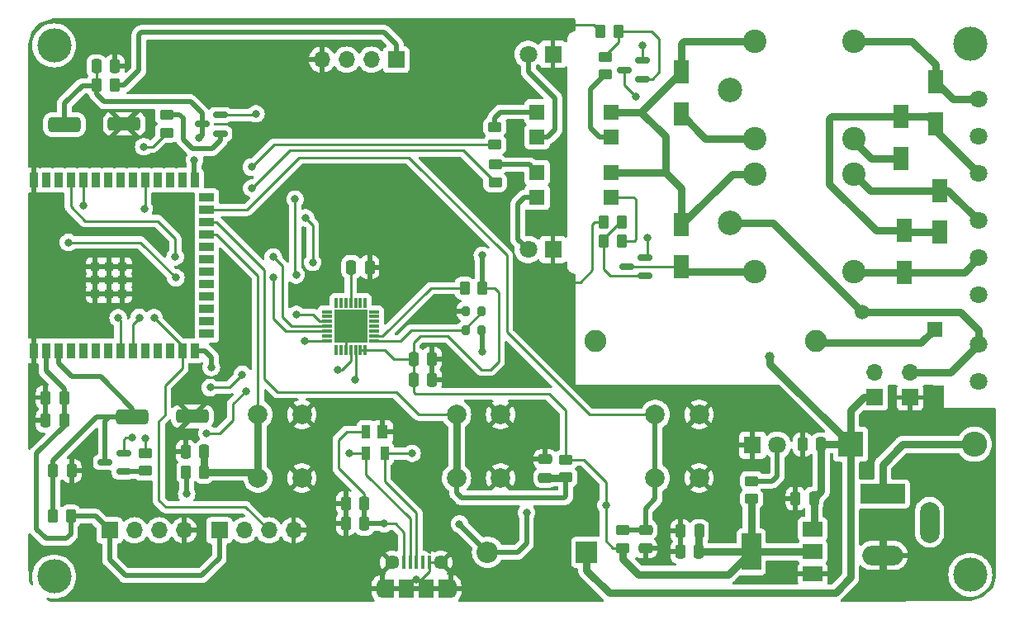
<source format=gbr>
%TF.GenerationSoftware,KiCad,Pcbnew,7.0.2*%
%TF.CreationDate,2024-06-27T10:52:01-03:00*%
%TF.ProjectId,Irrigation_IoT,49727269-6761-4746-996f-6e5f496f542e,rev?*%
%TF.SameCoordinates,Original*%
%TF.FileFunction,Copper,L1,Top*%
%TF.FilePolarity,Positive*%
%FSLAX46Y46*%
G04 Gerber Fmt 4.6, Leading zero omitted, Abs format (unit mm)*
G04 Created by KiCad (PCBNEW 7.0.2) date 2024-06-27 10:52:01*
%MOMM*%
%LPD*%
G01*
G04 APERTURE LIST*
G04 Aperture macros list*
%AMRoundRect*
0 Rectangle with rounded corners*
0 $1 Rounding radius*
0 $2 $3 $4 $5 $6 $7 $8 $9 X,Y pos of 4 corners*
0 Add a 4 corners polygon primitive as box body*
4,1,4,$2,$3,$4,$5,$6,$7,$8,$9,$2,$3,0*
0 Add four circle primitives for the rounded corners*
1,1,$1+$1,$2,$3*
1,1,$1+$1,$4,$5*
1,1,$1+$1,$6,$7*
1,1,$1+$1,$8,$9*
0 Add four rect primitives between the rounded corners*
20,1,$1+$1,$2,$3,$4,$5,0*
20,1,$1+$1,$4,$5,$6,$7,0*
20,1,$1+$1,$6,$7,$8,$9,0*
20,1,$1+$1,$8,$9,$2,$3,0*%
G04 Aperture macros list end*
%TA.AperFunction,ComponentPad*%
%ADD10C,2.250000*%
%TD*%
%TA.AperFunction,SMDPad,CuDef*%
%ADD11RoundRect,0.250000X0.262500X0.450000X-0.262500X0.450000X-0.262500X-0.450000X0.262500X-0.450000X0*%
%TD*%
%TA.AperFunction,ComponentPad*%
%ADD12R,1.700000X1.700000*%
%TD*%
%TA.AperFunction,ComponentPad*%
%ADD13O,1.700000X1.700000*%
%TD*%
%TA.AperFunction,ComponentPad*%
%ADD14C,2.000000*%
%TD*%
%TA.AperFunction,SMDPad,CuDef*%
%ADD15RoundRect,0.250000X-0.475000X0.250000X-0.475000X-0.250000X0.475000X-0.250000X0.475000X0.250000X0*%
%TD*%
%TA.AperFunction,ComponentPad*%
%ADD16C,1.800000*%
%TD*%
%TA.AperFunction,SMDPad,CuDef*%
%ADD17RoundRect,0.200000X0.200000X0.275000X-0.200000X0.275000X-0.200000X-0.275000X0.200000X-0.275000X0*%
%TD*%
%TA.AperFunction,ComponentPad*%
%ADD18R,1.800000X1.800000*%
%TD*%
%TA.AperFunction,SMDPad,CuDef*%
%ADD19R,1.100000X1.400000*%
%TD*%
%TA.AperFunction,SMDPad,CuDef*%
%ADD20R,0.900000X1.400000*%
%TD*%
%TA.AperFunction,ComponentPad*%
%ADD21C,3.500000*%
%TD*%
%TA.AperFunction,SMDPad,CuDef*%
%ADD22RoundRect,0.250000X-0.250000X-0.475000X0.250000X-0.475000X0.250000X0.475000X-0.250000X0.475000X0*%
%TD*%
%TA.AperFunction,SMDPad,CuDef*%
%ADD23R,2.000000X1.500000*%
%TD*%
%TA.AperFunction,SMDPad,CuDef*%
%ADD24R,2.000000X3.800000*%
%TD*%
%TA.AperFunction,SMDPad,CuDef*%
%ADD25RoundRect,0.250000X0.250000X0.475000X-0.250000X0.475000X-0.250000X-0.475000X0.250000X-0.475000X0*%
%TD*%
%TA.AperFunction,SMDPad,CuDef*%
%ADD26R,0.400000X1.350000*%
%TD*%
%TA.AperFunction,ComponentPad*%
%ADD27O,1.200000X1.900000*%
%TD*%
%TA.AperFunction,SMDPad,CuDef*%
%ADD28R,1.200000X1.900000*%
%TD*%
%TA.AperFunction,ComponentPad*%
%ADD29C,1.450000*%
%TD*%
%TA.AperFunction,SMDPad,CuDef*%
%ADD30R,1.500000X1.900000*%
%TD*%
%TA.AperFunction,SMDPad,CuDef*%
%ADD31R,1.550000X2.350000*%
%TD*%
%TA.AperFunction,SMDPad,CuDef*%
%ADD32RoundRect,0.250000X-0.450000X0.262500X-0.450000X-0.262500X0.450000X-0.262500X0.450000X0.262500X0*%
%TD*%
%TA.AperFunction,SMDPad,CuDef*%
%ADD33R,1.600000X1.600000*%
%TD*%
%TA.AperFunction,SMDPad,CuDef*%
%ADD34RoundRect,0.250000X0.475000X-0.250000X0.475000X0.250000X-0.475000X0.250000X-0.475000X-0.250000X0*%
%TD*%
%TA.AperFunction,SMDPad,CuDef*%
%ADD35RoundRect,0.250000X0.450000X-0.262500X0.450000X0.262500X-0.450000X0.262500X-0.450000X-0.262500X0*%
%TD*%
%TA.AperFunction,SMDPad,CuDef*%
%ADD36RoundRect,0.378000X-1.301100X-0.378000X1.301100X-0.378000X1.301100X0.378000X-1.301100X0.378000X0*%
%TD*%
%TA.AperFunction,SMDPad,CuDef*%
%ADD37RoundRect,0.352600X-1.321300X-0.352600X1.321300X-0.352600X1.321300X0.352600X-1.321300X0.352600X0*%
%TD*%
%TA.AperFunction,ComponentPad*%
%ADD38R,2.600000X2.600000*%
%TD*%
%TA.AperFunction,ComponentPad*%
%ADD39O,2.600000X2.600000*%
%TD*%
%TA.AperFunction,SMDPad,CuDef*%
%ADD40RoundRect,0.250000X-0.262500X-0.450000X0.262500X-0.450000X0.262500X0.450000X-0.262500X0.450000X0*%
%TD*%
%TA.AperFunction,ComponentPad*%
%ADD41C,2.400000*%
%TD*%
%TA.AperFunction,ComponentPad*%
%ADD42C,2.500000*%
%TD*%
%TA.AperFunction,SMDPad,CuDef*%
%ADD43RoundRect,0.150000X0.587500X0.150000X-0.587500X0.150000X-0.587500X-0.150000X0.587500X-0.150000X0*%
%TD*%
%TA.AperFunction,SMDPad,CuDef*%
%ADD44R,0.900000X0.900000*%
%TD*%
%TA.AperFunction,SMDPad,CuDef*%
%ADD45R,0.900000X1.500000*%
%TD*%
%TA.AperFunction,SMDPad,CuDef*%
%ADD46R,1.500000X0.900000*%
%TD*%
%TA.AperFunction,ComponentPad*%
%ADD47R,4.600000X2.000000*%
%TD*%
%TA.AperFunction,ComponentPad*%
%ADD48O,4.200000X2.000000*%
%TD*%
%TA.AperFunction,ComponentPad*%
%ADD49O,2.000000X4.200000*%
%TD*%
%TA.AperFunction,ComponentPad*%
%ADD50R,1.500000X1.500000*%
%TD*%
%TA.AperFunction,ComponentPad*%
%ADD51C,1.500000*%
%TD*%
%TA.AperFunction,ComponentPad*%
%ADD52R,2.200000X2.200000*%
%TD*%
%TA.AperFunction,ComponentPad*%
%ADD53O,2.200000X2.200000*%
%TD*%
%TA.AperFunction,SMDPad,CuDef*%
%ADD54RoundRect,0.200000X-0.200000X-0.275000X0.200000X-0.275000X0.200000X0.275000X-0.200000X0.275000X0*%
%TD*%
%TA.AperFunction,SMDPad,CuDef*%
%ADD55R,0.300000X1.000000*%
%TD*%
%TA.AperFunction,SMDPad,CuDef*%
%ADD56R,1.000000X0.300000*%
%TD*%
%TA.AperFunction,SMDPad,CuDef*%
%ADD57R,3.350000X3.350000*%
%TD*%
%TA.AperFunction,ViaPad*%
%ADD58C,0.800000*%
%TD*%
%TA.AperFunction,ViaPad*%
%ADD59C,1.000000*%
%TD*%
%TA.AperFunction,Conductor*%
%ADD60C,0.508000*%
%TD*%
%TA.AperFunction,Conductor*%
%ADD61C,0.254000*%
%TD*%
%TA.AperFunction,Conductor*%
%ADD62C,0.762000*%
%TD*%
G04 APERTURE END LIST*
D10*
%TO.P,F1,1*%
%TO.N,Net-(D5-K)*%
X151900000Y-73930000D03*
%TO.P,F1,2*%
%TO.N,Net-(J8-Pin_1)*%
X129300000Y-73930000D03*
%TD*%
D11*
%TO.P,R9,1*%
%TO.N,Net-(Q3-B)*%
X131692500Y-42250000D03*
%TO.P,R9,2*%
%TO.N,Earth*%
X129867500Y-42250000D03*
%TD*%
D12*
%TO.P,J6,1,Pin_1*%
%TO.N,+3.3V*%
X108910000Y-45125000D03*
D13*
%TO.P,J6,2,Pin_2*%
%TO.N,/SDA*%
X106370000Y-45125000D03*
%TO.P,J6,3,Pin_3*%
%TO.N,/SCL*%
X103830000Y-45125000D03*
%TO.P,J6,4,Pin_4*%
%TO.N,Earth*%
X101290000Y-45125000D03*
%TD*%
D14*
%TO.P,BT3,1,1*%
%TO.N,/BT_3*%
X135470000Y-88020000D03*
X135470000Y-81520000D03*
%TO.P,BT3,2,2*%
%TO.N,Earth*%
X139970000Y-88020000D03*
X139970000Y-81520000D03*
%TD*%
D15*
%TO.P,C14,1*%
%TO.N,/BT_3*%
X134460000Y-93350000D03*
%TO.P,C14,2*%
%TO.N,Earth*%
X134460000Y-95250000D03*
%TD*%
D16*
%TO.P,J3,1,Pin_1*%
%TO.N,Net-(D5-K)*%
X168610000Y-56790000D03*
%TO.P,J3,2,Pin_2*%
%TO.N,Net-(D5-A)*%
X168610000Y-52980000D03*
%TO.P,J3,3,Pin_3*%
%TO.N,Net-(D9-A)*%
X168610000Y-49170000D03*
%TD*%
D17*
%TO.P,R3,1*%
%TO.N,/VBUS*%
X117655000Y-72910000D03*
%TO.P,R3,2*%
%TO.N,Net-(IC2-VBUS)*%
X116005000Y-72910000D03*
%TD*%
D18*
%TO.P,LED1,1,K*%
%TO.N,Earth*%
X145455000Y-84660000D03*
D16*
%TO.P,LED1,2,A*%
%TO.N,Net-(LED1-A)*%
X147995000Y-84660000D03*
%TD*%
D19*
%TO.P,D1,1,COMMON_A*%
%TO.N,Earth*%
X107510000Y-83300000D03*
D20*
%TO.P,D1,2,K_1*%
%TO.N,/VBUS*%
X105810000Y-83300000D03*
%TO.P,D1,3,K_2*%
%TO.N,/D-*%
X105810000Y-85500000D03*
%TO.P,D1,4,K_3*%
%TO.N,/D+*%
X107710000Y-85500000D03*
%TD*%
D21*
%TO.P,REF\u002A\u002A,1*%
%TO.N,N/C*%
X73840000Y-98140000D03*
%TD*%
D22*
%TO.P,C16,1*%
%TO.N,/EN*%
X73732500Y-87290000D03*
%TO.P,C16,2*%
%TO.N,Earth*%
X75632500Y-87290000D03*
%TD*%
D23*
%TO.P,U4,1,GND*%
%TO.N,Earth*%
X151610000Y-97880000D03*
%TO.P,U4,2,VO*%
%TO.N,+3.3V*%
X151610000Y-95580000D03*
D24*
X145310000Y-95580000D03*
D23*
%TO.P,U4,3,VI*%
%TO.N,+12V*%
X151610000Y-93280000D03*
%TD*%
D25*
%TO.P,C11,1*%
%TO.N,+3.3V*%
X139960000Y-93480000D03*
%TO.P,C11,2*%
%TO.N,Earth*%
X138060000Y-93480000D03*
%TD*%
D26*
%TO.P,J2,1,VBUS*%
%TO.N,/VBUS*%
X109680000Y-96687500D03*
%TO.P,J2,2,D-*%
%TO.N,/D-*%
X110330000Y-96687500D03*
%TO.P,J2,3,D+*%
%TO.N,/D+*%
X110980000Y-96687500D03*
%TO.P,J2,4,ID*%
%TO.N,unconnected-(J2-ID-Pad4)*%
X111630000Y-96687500D03*
%TO.P,J2,5,GND*%
%TO.N,Earth*%
X112280000Y-96687500D03*
D27*
%TO.P,J2,6,Shield*%
X107480000Y-99387500D03*
D28*
X108080000Y-99387500D03*
D29*
X108480000Y-96687500D03*
D30*
X109980000Y-99387500D03*
X111980000Y-99387500D03*
D29*
X113480000Y-96687500D03*
D28*
X113880000Y-99387500D03*
D27*
X114480000Y-99387500D03*
%TD*%
D21*
%TO.P,REF\u002A\u002A,1*%
%TO.N,N/C*%
X167770000Y-97950000D03*
%TD*%
D22*
%TO.P,C7,1*%
%TO.N,Net-(IC2-NC{slash}VPP)*%
X104290000Y-66410000D03*
%TO.P,C7,2*%
%TO.N,Earth*%
X106190000Y-66410000D03*
%TD*%
D31*
%TO.P,D8,1,K*%
%TO.N,Net-(D5-K)*%
X164610000Y-62820000D03*
%TO.P,D8,2,A*%
%TO.N,Net-(D8-A)*%
X164610000Y-58520000D03*
%TD*%
D32*
%TO.P,R1,1*%
%TO.N,/DTR*%
X83170000Y-85477500D03*
%TO.P,R1,2*%
%TO.N,Net-(Q1-B)*%
X83170000Y-87302500D03*
%TD*%
D12*
%TO.P,J9,1,Pin_1*%
%TO.N,+12V*%
X157980000Y-79765000D03*
D13*
%TO.P,J9,2,Pin_2*%
%TO.N,Net-(J8-Pin_1)*%
X157980000Y-77225000D03*
%TD*%
D33*
%TO.P,U1,1*%
%TO.N,Net-(R7-Pad1)*%
X123360000Y-50480000D03*
%TO.P,U1,2*%
%TO.N,Net-(LED2-A)*%
X123360000Y-53020000D03*
%TO.P,U1,3*%
%TO.N,Net-(R8-Pad2)*%
X130980000Y-53020000D03*
%TO.P,U1,4*%
%TO.N,+12V*%
X130980000Y-50480000D03*
%TD*%
D32*
%TO.P,R10,2*%
%TO.N,/RELE_2*%
X119050000Y-57712500D03*
%TO.P,R10,1*%
%TO.N,Net-(R10-Pad1)*%
X119050000Y-55887500D03*
%TD*%
%TO.P,R8,1*%
%TO.N,Net-(Q3-B)*%
X130320000Y-44817500D03*
%TO.P,R8,2*%
%TO.N,Net-(R8-Pad2)*%
X130320000Y-46642500D03*
%TD*%
D25*
%TO.P,C17,1*%
%TO.N,+3.3V*%
X74862500Y-82130000D03*
%TO.P,C17,2*%
%TO.N,Earth*%
X72962500Y-82130000D03*
%TD*%
D34*
%TO.P,C13,1*%
%TO.N,/BT_2*%
X124190000Y-88000000D03*
%TO.P,C13,2*%
%TO.N,Earth*%
X124190000Y-86100000D03*
%TD*%
D16*
%TO.P,J8,1,Pin_1*%
%TO.N,Net-(J8-Pin_1)*%
X168635000Y-78105000D03*
%TO.P,J8,2,Pin_2*%
%TO.N,Net-(J10-Pin_2)*%
X168635000Y-74295000D03*
%TD*%
D21*
%TO.P,REF\u002A\u002A,1*%
%TO.N,N/C*%
X167770000Y-43470000D03*
%TD*%
D35*
%TO.P,R2,1*%
%TO.N,/RTS*%
X85370000Y-52602500D03*
%TO.P,R2,2*%
%TO.N,Net-(Q2-B)*%
X85370000Y-50777500D03*
%TD*%
D36*
%TO.P,EN1,1,1*%
%TO.N,/EN*%
X81871600Y-81756000D03*
D37*
%TO.P,EN1,2,2*%
%TO.N,Earth*%
X88018600Y-81705200D03*
%TD*%
D38*
%TO.P,D2,1,K*%
%TO.N,+12V*%
X155500000Y-84560000D03*
D39*
%TO.P,D2,2,A*%
%TO.N,Net-(D2-A)*%
X168200000Y-84560000D03*
%TD*%
D25*
%TO.P,C12,1*%
%TO.N,/BT_1*%
X89242500Y-85330000D03*
%TO.P,C12,2*%
%TO.N,Earth*%
X87342500Y-85330000D03*
%TD*%
D40*
%TO.P,R13,1*%
%TO.N,+3.3V*%
X87380000Y-87400000D03*
%TO.P,R13,2*%
%TO.N,/BT_1*%
X89205000Y-87400000D03*
%TD*%
D41*
%TO.P,K4,1*%
%TO.N,Net-(D6-A)*%
X145660000Y-66830000D03*
D42*
%TO.P,K4,2*%
%TO.N,Net-(J10-Pin_2)*%
X143160000Y-61830000D03*
D41*
%TO.P,K4,3*%
%TO.N,Net-(D7-A)*%
X155860000Y-66830000D03*
%TO.P,K4,4*%
%TO.N,Net-(D8-A)*%
X155860000Y-56830000D03*
%TO.P,K4,5*%
%TO.N,+12V*%
X145660000Y-56830000D03*
%TD*%
D35*
%TO.P,R15,1*%
%TO.N,+3.3V*%
X132140000Y-95212500D03*
%TO.P,R15,2*%
%TO.N,/BT_3*%
X132140000Y-93387500D03*
%TD*%
D25*
%TO.P,C2,1*%
%TO.N,/VBUS*%
X105640000Y-92710000D03*
%TO.P,C2,2*%
%TO.N,Earth*%
X103740000Y-92710000D03*
%TD*%
D22*
%TO.P,C15,1*%
%TO.N,/IO0*%
X78170000Y-45800000D03*
%TO.P,C15,2*%
%TO.N,Earth*%
X80070000Y-45800000D03*
%TD*%
D14*
%TO.P,BT1,1,1*%
%TO.N,/BT_1*%
X94740000Y-88020000D03*
X94740000Y-81520000D03*
%TO.P,BT1,2,2*%
%TO.N,Earth*%
X99240000Y-88020000D03*
X99240000Y-81520000D03*
%TD*%
D43*
%TO.P,Q4,1,B*%
%TO.N,Net-(Q4-B)*%
X134447500Y-67320000D03*
%TO.P,Q4,2,E*%
%TO.N,Earth*%
X134447500Y-65420000D03*
%TO.P,Q4,3,C*%
%TO.N,Net-(D6-A)*%
X132572500Y-66370000D03*
%TD*%
%TO.P,Q3,1,B*%
%TO.N,Net-(Q3-B)*%
X134147500Y-47110000D03*
%TO.P,Q3,2,E*%
%TO.N,Earth*%
X134147500Y-45210000D03*
%TO.P,Q3,3,C*%
%TO.N,Net-(D4-A)*%
X132272500Y-46160000D03*
%TD*%
D16*
%TO.P,LED2,2,A*%
%TO.N,Net-(LED2-A)*%
X122435000Y-44570000D03*
D18*
%TO.P,LED2,1,K*%
%TO.N,Earth*%
X124975000Y-44570000D03*
%TD*%
D25*
%TO.P,C8,1*%
%TO.N,+12V*%
X152470000Y-84580000D03*
%TO.P,C8,2*%
%TO.N,Earth*%
X150570000Y-84580000D03*
%TD*%
D21*
%TO.P,REF\u002A\u002A,1*%
%TO.N,N/C*%
X73840000Y-43660000D03*
%TD*%
D22*
%TO.P,C1,1*%
%TO.N,+3.3V*%
X110670000Y-75800000D03*
%TO.P,C1,2*%
%TO.N,Earth*%
X112570000Y-75800000D03*
%TD*%
D25*
%TO.P,C10,1*%
%TO.N,+3.3V*%
X139940000Y-95590000D03*
%TO.P,C10,2*%
%TO.N,Earth*%
X138040000Y-95590000D03*
%TD*%
D36*
%TO.P,IO0,1,1*%
%TO.N,/IO0*%
X74879100Y-51766000D03*
D37*
%TO.P,IO0,2,2*%
%TO.N,Earth*%
X81026100Y-51715200D03*
%TD*%
D44*
%TO.P,IC1,49,GND_11*%
%TO.N,Earth*%
X78050000Y-67730000D03*
%TO.P,IC1,48,GND_10*%
X78050000Y-66330000D03*
%TO.P,IC1,47,GND_9*%
X79450000Y-66330000D03*
%TO.P,IC1,46,GND_8*%
X80850000Y-66330000D03*
%TO.P,IC1,45,GND_7*%
X80850000Y-67730000D03*
%TO.P,IC1,44,GND_6*%
X80850000Y-69130000D03*
%TO.P,IC1,43,GND_5*%
X79450000Y-69130000D03*
%TO.P,IC1,42,GND_4*%
X78050000Y-69130000D03*
%TO.P,IC1,41,GND_3*%
X79450000Y-67730000D03*
D45*
%TO.P,IC1,40,GND_2*%
X71730000Y-57480000D03*
%TO.P,IC1,39,IO1*%
%TO.N,unconnected-(IC1-IO1-Pad39)*%
X73000000Y-57480000D03*
%TO.P,IC1,38,IO2*%
%TO.N,unconnected-(IC1-IO2-Pad38)*%
X74270000Y-57480000D03*
%TO.P,IC1,37,TXD0*%
%TO.N,/ESP_TX*%
X75540000Y-57480000D03*
%TO.P,IC1,36,RXD0*%
%TO.N,/ESP_RX*%
X76810000Y-57480000D03*
%TO.P,IC1,35,IO42*%
%TO.N,unconnected-(IC1-IO42-Pad35)*%
X78080000Y-57480000D03*
%TO.P,IC1,34,IO41*%
%TO.N,unconnected-(IC1-IO41-Pad34)*%
X79350000Y-57480000D03*
%TO.P,IC1,33,IO40*%
%TO.N,unconnected-(IC1-IO40-Pad33)*%
X80620000Y-57480000D03*
%TO.P,IC1,32,IO39*%
%TO.N,unconnected-(IC1-IO39-Pad32)*%
X81890000Y-57480000D03*
%TO.P,IC1,31,IO38*%
%TO.N,/DHT22_SDA*%
X83160000Y-57480000D03*
%TO.P,IC1,30,IO37*%
%TO.N,unconnected-(IC1-IO37-Pad30)*%
X84430000Y-57480000D03*
%TO.P,IC1,29,IO36*%
%TO.N,unconnected-(IC1-IO36-Pad29)*%
X85700000Y-57480000D03*
%TO.P,IC1,28,IO35*%
%TO.N,unconnected-(IC1-IO35-Pad28)*%
X86970000Y-57480000D03*
%TO.P,IC1,27,IO0*%
%TO.N,/IO0*%
X88240000Y-57480000D03*
D46*
%TO.P,IC1,26,IO45*%
%TO.N,unconnected-(IC1-IO45-Pad26)*%
X89490000Y-59245000D03*
%TO.P,IC1,25,IO48*%
%TO.N,/BT_3*%
X89490000Y-60515000D03*
%TO.P,IC1,24,IO47*%
%TO.N,/BT_2*%
X89490000Y-61785000D03*
%TO.P,IC1,23,IO21*%
%TO.N,/BT_1*%
X89490000Y-63055000D03*
%TO.P,IC1,22,IO14*%
%TO.N,unconnected-(IC1-IO14-Pad22)*%
X89490000Y-64325000D03*
%TO.P,IC1,21,IO13*%
%TO.N,unconnected-(IC1-IO13-Pad21)*%
X89490000Y-65595000D03*
%TO.P,IC1,20,IO12*%
%TO.N,unconnected-(IC1-IO12-Pad20)*%
X89490000Y-66865000D03*
%TO.P,IC1,19,IO11*%
%TO.N,unconnected-(IC1-IO11-Pad19)*%
X89490000Y-68135000D03*
%TO.P,IC1,18,IO10*%
%TO.N,unconnected-(IC1-IO10-Pad18)*%
X89490000Y-69405000D03*
%TO.P,IC1,17,IO9*%
%TO.N,unconnected-(IC1-IO9-Pad17)*%
X89490000Y-70675000D03*
%TO.P,IC1,16,IO46*%
%TO.N,unconnected-(IC1-IO46-Pad16)*%
X89490000Y-71945000D03*
%TO.P,IC1,15,IO3*%
%TO.N,unconnected-(IC1-IO3-Pad15)*%
X89490000Y-73215000D03*
D45*
%TO.P,IC1,14,IO20*%
%TO.N,/SDA*%
X88240000Y-74980000D03*
%TO.P,IC1,13,IO19*%
%TO.N,/SCL*%
X86970000Y-74980000D03*
%TO.P,IC1,12,IO8*%
%TO.N,unconnected-(IC1-IO8-Pad12)*%
X85700000Y-74980000D03*
%TO.P,IC1,11,IO18*%
%TO.N,unconnected-(IC1-IO18-Pad11)*%
X84430000Y-74980000D03*
%TO.P,IC1,10,IO17*%
%TO.N,unconnected-(IC1-IO17-Pad10)*%
X83160000Y-74980000D03*
%TO.P,IC1,9,IO16*%
%TO.N,/RELE_2*%
X81890000Y-74980000D03*
%TO.P,IC1,8,IO15*%
%TO.N,/RELE_1*%
X80620000Y-74980000D03*
%TO.P,IC1,7,IO7*%
%TO.N,unconnected-(IC1-IO7-Pad7)*%
X79350000Y-74980000D03*
%TO.P,IC1,6,IO6*%
%TO.N,unconnected-(IC1-IO6-Pad6)*%
X78080000Y-74980000D03*
%TO.P,IC1,5,IO5*%
%TO.N,unconnected-(IC1-IO5-Pad5)*%
X76810000Y-74980000D03*
%TO.P,IC1,4,IO4*%
%TO.N,unconnected-(IC1-IO4-Pad4)*%
X75540000Y-74980000D03*
%TO.P,IC1,3,EN*%
%TO.N,/EN*%
X74270000Y-74980000D03*
%TO.P,IC1,2,3V3*%
%TO.N,+3.3V*%
X73000000Y-74980000D03*
%TO.P,IC1,1,GND_1*%
%TO.N,Earth*%
X71730000Y-74980000D03*
%TD*%
D22*
%TO.P,C5,1*%
%TO.N,+3.3V*%
X110670000Y-77920000D03*
%TO.P,C5,2*%
%TO.N,Earth*%
X112570000Y-77920000D03*
%TD*%
D18*
%TO.P,LED3,1,K*%
%TO.N,Earth*%
X124975000Y-64580000D03*
D16*
%TO.P,LED3,2,A*%
%TO.N,Net-(LED3-A)*%
X122435000Y-64580000D03*
%TD*%
D47*
%TO.P,J1,1*%
%TO.N,Net-(D2-A)*%
X158800000Y-89660000D03*
D48*
%TO.P,J1,2*%
%TO.N,Earth*%
X158800000Y-95960000D03*
D49*
%TO.P,J1,3,MountPin*%
%TO.N,unconnected-(J1-MountPin-Pad3)*%
X163600000Y-92560000D03*
%TD*%
D40*
%TO.P,R11,1*%
%TO.N,Net-(Q4-B)*%
X130177500Y-63720000D03*
%TO.P,R11,2*%
%TO.N,Net-(R11-Pad2)*%
X132002500Y-63720000D03*
%TD*%
D32*
%TO.P,R7,2*%
%TO.N,/RELE_1*%
X119020000Y-53832500D03*
%TO.P,R7,1*%
%TO.N,Net-(R7-Pad1)*%
X119020000Y-52007500D03*
%TD*%
D25*
%TO.P,C6,1*%
%TO.N,+3.3V*%
X74862500Y-79770000D03*
%TO.P,C6,2*%
%TO.N,Earth*%
X72962500Y-79770000D03*
%TD*%
D31*
%TO.P,D9,1,K*%
%TO.N,Net-(D5-K)*%
X164220000Y-51700000D03*
%TO.P,D9,2,A*%
%TO.N,Net-(D9-A)*%
X164220000Y-47400000D03*
%TD*%
D16*
%TO.P,J7,1,Pin_1*%
%TO.N,Net-(D5-K)*%
X168610000Y-69260000D03*
%TO.P,J7,2,Pin_2*%
%TO.N,Net-(D7-A)*%
X168610000Y-65450000D03*
%TO.P,J7,3,Pin_3*%
%TO.N,Net-(D8-A)*%
X168610000Y-61640000D03*
%TD*%
D50*
%TO.P,RV1,1*%
%TO.N,Net-(D5-K)*%
X164140000Y-72770000D03*
D51*
%TO.P,RV1,2*%
%TO.N,Net-(J10-Pin_2)*%
X156640000Y-70970000D03*
%TD*%
D41*
%TO.P,K3,1*%
%TO.N,Net-(D4-A)*%
X145660000Y-53201200D03*
D42*
%TO.P,K3,2*%
%TO.N,Net-(J10-Pin_2)*%
X143160000Y-48201200D03*
D41*
%TO.P,K3,3*%
%TO.N,Net-(D5-A)*%
X155860000Y-53201200D03*
%TO.P,K3,4*%
%TO.N,Net-(D9-A)*%
X155860000Y-43201200D03*
%TO.P,K3,5*%
%TO.N,+12V*%
X145660000Y-43201200D03*
%TD*%
D12*
%TO.P,J4,1,Pin_1*%
%TO.N,+3.3V*%
X90770000Y-93390000D03*
D13*
%TO.P,J4,2,Pin_2*%
%TO.N,/SDA*%
X93310000Y-93390000D03*
%TO.P,J4,3,Pin_3*%
%TO.N,/SCL*%
X95850000Y-93390000D03*
%TO.P,J4,4,Pin_4*%
%TO.N,Earth*%
X98390000Y-93390000D03*
%TD*%
D31*
%TO.P,D7,1,K*%
%TO.N,Net-(D5-K)*%
X160990000Y-62620000D03*
%TO.P,D7,2,A*%
%TO.N,Net-(D7-A)*%
X160990000Y-66920000D03*
%TD*%
D35*
%TO.P,R6,1*%
%TO.N,+3.3V*%
X145350000Y-90152500D03*
%TO.P,R6,2*%
%TO.N,Net-(LED1-A)*%
X145350000Y-88327500D03*
%TD*%
D43*
%TO.P,Q1,1,B*%
%TO.N,Net-(Q1-B)*%
X80952500Y-87350000D03*
%TO.P,Q1,2,E*%
%TO.N,/RTS*%
X80952500Y-85450000D03*
%TO.P,Q1,3,C*%
%TO.N,/EN*%
X79077500Y-86400000D03*
%TD*%
D11*
%TO.P,R17,1*%
%TO.N,+3.3V*%
X75532500Y-91940000D03*
%TO.P,R17,2*%
%TO.N,/EN*%
X73707500Y-91940000D03*
%TD*%
%TO.P,R12,1*%
%TO.N,Net-(Q4-B)*%
X132002500Y-61800000D03*
%TO.P,R12,2*%
%TO.N,Earth*%
X130177500Y-61800000D03*
%TD*%
D12*
%TO.P,J10,1,Pin_1*%
%TO.N,Earth*%
X161590000Y-79765000D03*
D13*
%TO.P,J10,2,Pin_2*%
%TO.N,Net-(J10-Pin_2)*%
X161590000Y-77225000D03*
%TD*%
D31*
%TO.P,D6,1,K*%
%TO.N,+12V*%
X138130000Y-62070000D03*
%TO.P,D6,2,A*%
%TO.N,Net-(D6-A)*%
X138130000Y-66370000D03*
%TD*%
%TO.P,D5,1,K*%
%TO.N,Net-(D5-K)*%
X160660000Y-50950000D03*
%TO.P,D5,2,A*%
%TO.N,Net-(D5-A)*%
X160660000Y-55250000D03*
%TD*%
D40*
%TO.P,R5,1*%
%TO.N,Net-(IC2-~{RST})*%
X115917500Y-68550000D03*
%TO.P,R5,2*%
%TO.N,+3.3V*%
X117742500Y-68550000D03*
%TD*%
D12*
%TO.P,J5,1,Pin_1*%
%TO.N,+3.3V*%
X79530000Y-93390000D03*
D13*
%TO.P,J5,2,Pin_2*%
%TO.N,/DHT22_SDA*%
X82070000Y-93390000D03*
%TO.P,J5,3,Pin_3*%
%TO.N,unconnected-(J5-Pin_3-Pad3)*%
X84610000Y-93390000D03*
%TO.P,J5,4,Pin_4*%
%TO.N,Earth*%
X87150000Y-93390000D03*
%TD*%
D52*
%TO.P,D3,1,K*%
%TO.N,+12V*%
X128440000Y-95630000D03*
D53*
%TO.P,D3,2,A*%
%TO.N,/VBUS*%
X118280000Y-95630000D03*
%TD*%
D32*
%TO.P,R14,1*%
%TO.N,+3.3V*%
X126310000Y-86137500D03*
%TO.P,R14,2*%
%TO.N,/BT_2*%
X126310000Y-87962500D03*
%TD*%
D25*
%TO.P,C9,1*%
%TO.N,+12V*%
X151740000Y-90140000D03*
%TO.P,C9,2*%
%TO.N,Earth*%
X149840000Y-90140000D03*
%TD*%
%TO.P,C3,1*%
%TO.N,/VBUS*%
X105640000Y-90620000D03*
%TO.P,C3,2*%
%TO.N,Earth*%
X103740000Y-90620000D03*
%TD*%
D11*
%TO.P,R16,2*%
%TO.N,/IO0*%
X78197500Y-47740000D03*
%TO.P,R16,1*%
%TO.N,+3.3V*%
X80022500Y-47740000D03*
%TD*%
D31*
%TO.P,D4,1,K*%
%TO.N,+12V*%
X138110000Y-46400000D03*
%TO.P,D4,2,A*%
%TO.N,Net-(D4-A)*%
X138110000Y-50700000D03*
%TD*%
D54*
%TO.P,R4,1*%
%TO.N,Earth*%
X116005000Y-70900000D03*
%TO.P,R4,2*%
%TO.N,Net-(IC2-VBUS)*%
X117655000Y-70900000D03*
%TD*%
D55*
%TO.P,IC2,1,DCD*%
%TO.N,unconnected-(IC2-DCD-Pad1)*%
X102740000Y-74870000D03*
%TO.P,IC2,2,RI*%
%TO.N,unconnected-(IC2-RI-Pad2)*%
X103240000Y-74870000D03*
%TO.P,IC2,3,GND_1*%
%TO.N,Earth*%
X103740000Y-74870000D03*
%TO.P,IC2,4,D+*%
%TO.N,/D+*%
X104240000Y-74870000D03*
%TO.P,IC2,5,D-*%
%TO.N,/D-*%
X104740000Y-74870000D03*
%TO.P,IC2,6,VDD*%
%TO.N,+3.3V*%
X105240000Y-74870000D03*
%TO.P,IC2,7,REGIN*%
X105740000Y-74870000D03*
D56*
%TO.P,IC2,8,VBUS*%
%TO.N,Net-(IC2-VBUS)*%
X106640000Y-73970000D03*
%TO.P,IC2,9,~{RST}*%
%TO.N,Net-(IC2-~{RST})*%
X106640000Y-73470000D03*
%TO.P,IC2,10,NC_1*%
%TO.N,unconnected-(IC2-NC_1-Pad10)*%
X106640000Y-72970000D03*
%TO.P,IC2,11,~{SUSPEND}*%
%TO.N,unconnected-(IC2-~{SUSPEND}-Pad11)*%
X106640000Y-72470000D03*
%TO.P,IC2,12,SUSPEND*%
%TO.N,unconnected-(IC2-SUSPEND-Pad12)*%
X106640000Y-71970000D03*
%TO.P,IC2,13,NC_2*%
%TO.N,unconnected-(IC2-NC_2-Pad13)*%
X106640000Y-71470000D03*
%TO.P,IC2,14,NC_3*%
%TO.N,unconnected-(IC2-NC_3-Pad14)*%
X106640000Y-70970000D03*
D55*
%TO.P,IC2,15,NC_4*%
%TO.N,unconnected-(IC2-NC_4-Pad15)*%
X105740000Y-70070000D03*
%TO.P,IC2,16,NC_5*%
%TO.N,unconnected-(IC2-NC_5-Pad16)*%
X105240000Y-70070000D03*
%TO.P,IC2,17,NC_6*%
%TO.N,unconnected-(IC2-NC_6-Pad17)*%
X104740000Y-70070000D03*
%TO.P,IC2,18,NC/VPP*%
%TO.N,Net-(IC2-NC{slash}VPP)*%
X104240000Y-70070000D03*
%TO.P,IC2,19,NC_7*%
%TO.N,unconnected-(IC2-NC_7-Pad19)*%
X103740000Y-70070000D03*
%TO.P,IC2,20,NC_8*%
%TO.N,unconnected-(IC2-NC_8-Pad20)*%
X103240000Y-70070000D03*
%TO.P,IC2,21,NC_9*%
%TO.N,unconnected-(IC2-NC_9-Pad21)*%
X102740000Y-70070000D03*
D56*
%TO.P,IC2,22,NC_10*%
%TO.N,unconnected-(IC2-NC_10-Pad22)*%
X101840000Y-70970000D03*
%TO.P,IC2,23,CTS*%
%TO.N,unconnected-(IC2-CTS-Pad23)*%
X101840000Y-71470000D03*
%TO.P,IC2,24,RTS*%
%TO.N,/RTS*%
X101840000Y-71970000D03*
%TO.P,IC2,25,RXD*%
%TO.N,/ESP_TX*%
X101840000Y-72470000D03*
%TO.P,IC2,26,TXD*%
%TO.N,/ESP_RX*%
X101840000Y-72970000D03*
%TO.P,IC2,27,DSR*%
%TO.N,unconnected-(IC2-DSR-Pad27)*%
X101840000Y-73470000D03*
%TO.P,IC2,28,DTR*%
%TO.N,/DTR*%
X101840000Y-73970000D03*
D57*
%TO.P,IC2,29,GND_2*%
%TO.N,Earth*%
X104240000Y-72470000D03*
%TD*%
D14*
%TO.P,BT2,1,1*%
%TO.N,/BT_2*%
X115105000Y-88020000D03*
X115105000Y-81520000D03*
%TO.P,BT2,2,2*%
%TO.N,Earth*%
X119605000Y-88020000D03*
X119605000Y-81520000D03*
%TD*%
D43*
%TO.P,Q2,1,B*%
%TO.N,Net-(Q2-B)*%
X90867500Y-52690000D03*
%TO.P,Q2,2,E*%
%TO.N,/DTR*%
X90867500Y-50790000D03*
%TO.P,Q2,3,C*%
%TO.N,/IO0*%
X88992500Y-51740000D03*
%TD*%
D33*
%TO.P,U5,1*%
%TO.N,Net-(R10-Pad1)*%
X123360000Y-56690000D03*
%TO.P,U5,2*%
%TO.N,Net-(LED3-A)*%
X123360000Y-59230000D03*
%TO.P,U5,3*%
%TO.N,Net-(R11-Pad2)*%
X130980000Y-59230000D03*
%TO.P,U5,4*%
%TO.N,+12V*%
X130980000Y-56690000D03*
%TD*%
D58*
%TO.N,Earth*%
X92410000Y-70040000D03*
X78490000Y-72710000D03*
X73010000Y-59680000D03*
X72820000Y-63270000D03*
X72690000Y-67140000D03*
X72990000Y-69420000D03*
X72590000Y-71640000D03*
X149940000Y-82020000D03*
X150060000Y-87390000D03*
X147500000Y-91080000D03*
X148550000Y-93480000D03*
X153630000Y-91250000D03*
X153900000Y-96590000D03*
X148530000Y-97840000D03*
X80970000Y-54210000D03*
X114670000Y-76320000D03*
X86950000Y-96050000D03*
X84420000Y-46560000D03*
X107770000Y-63970000D03*
X102430000Y-99340000D03*
X111590000Y-88450000D03*
X124550000Y-95960000D03*
X128220000Y-89850000D03*
X142500000Y-84700000D03*
X146670000Y-79880000D03*
X165560000Y-82400000D03*
X161430000Y-82640000D03*
X164630000Y-88000000D03*
X168950000Y-89440000D03*
X164240000Y-97810000D03*
X158800000Y-98930000D03*
X110960000Y-98450000D03*
X134700000Y-63390000D03*
X134150000Y-43640000D03*
X76750000Y-97020000D03*
X124730000Y-99230000D03*
X118860000Y-99180000D03*
X143440000Y-81170000D03*
X142150000Y-91410000D03*
X158800000Y-92880000D03*
X167220000Y-89470000D03*
X137720000Y-84770000D03*
X123330000Y-70220000D03*
X110770000Y-63700000D03*
X91430000Y-48740000D03*
X72960000Y-65460000D03*
X86540000Y-70240000D03*
X117355000Y-84770000D03*
X96990000Y-84770000D03*
X101810000Y-88780000D03*
X101310000Y-92680000D03*
X98380000Y-99300000D03*
X90910000Y-99230000D03*
X79000000Y-98820000D03*
X81780000Y-90340000D03*
X85830000Y-88590000D03*
X85810000Y-85330000D03*
X112780000Y-70930000D03*
X119600000Y-47360000D03*
X116960000Y-45310000D03*
X116420000Y-48870000D03*
X113290000Y-51080000D03*
X102130000Y-57440000D03*
X102300000Y-50210000D03*
X98200000Y-49890000D03*
X95720000Y-46550000D03*
X73290000Y-47190000D03*
X75770000Y-54530000D03*
X72860000Y-61370000D03*
X74420000Y-71300000D03*
X74470000Y-67790000D03*
X104240000Y-72470000D03*
X107380000Y-61410000D03*
X108750000Y-68060000D03*
X115800000Y-78180000D03*
%TO.N,/RTS*%
X98660000Y-67200000D03*
%TO.N,/DTR*%
X100340000Y-65910000D03*
X99620000Y-61360000D03*
%TO.N,/RTS*%
X98540000Y-59420000D03*
%TO.N,/DTR*%
X94520000Y-50670000D03*
%TO.N,/RTS*%
X83020000Y-54050000D03*
%TO.N,/IO0*%
X88220000Y-55390000D03*
X88730000Y-53170000D03*
%TO.N,Net-(D4-A)*%
X133460000Y-48890000D03*
D59*
%TO.N,+12V*%
X147240000Y-75600000D03*
D58*
%TO.N,/VBUS*%
X122270000Y-91590000D03*
X117730000Y-75030000D03*
%TO.N,+3.3V*%
X130400000Y-90810000D03*
%TO.N,/D-*%
X104680000Y-77980000D03*
X104120000Y-85510000D03*
%TO.N,/D+*%
X102880000Y-76930000D03*
X110530000Y-85500000D03*
%TO.N,/ESP_RX*%
X75310000Y-63860000D03*
X76820000Y-60070000D03*
X86310000Y-67490000D03*
X96350000Y-67490000D03*
%TO.N,/ESP_TX*%
X86250000Y-65350000D03*
X96300000Y-65350000D03*
%TO.N,/DTR*%
X99530000Y-73970000D03*
X93500000Y-79100000D03*
X89480000Y-83460000D03*
X83160000Y-83970000D03*
%TO.N,/RTS*%
X98680000Y-71270000D03*
X93130000Y-77410000D03*
X89840000Y-78750000D03*
X81850000Y-83880000D03*
%TO.N,/SCL*%
X84080000Y-71600000D03*
%TO.N,/SDA*%
X89950000Y-76690000D03*
%TO.N,/RELE_1*%
X80400000Y-71600000D03*
%TO.N,/RELE_2*%
X82560000Y-71570000D03*
X94100000Y-58300000D03*
%TO.N,/RELE_1*%
X94070000Y-56140000D03*
%TO.N,+3.3V*%
X117750000Y-65180000D03*
X87420000Y-89650000D03*
%TO.N,/DHT22_SDA*%
X83080000Y-60420000D03*
%TO.N,/VBUS*%
X107670000Y-92710000D03*
X115400000Y-92740000D03*
%TD*%
D60*
%TO.N,Net-(LED3-A)*%
X121390000Y-63535000D02*
X122435000Y-64580000D01*
X121390000Y-59900000D02*
X121390000Y-63535000D01*
X122060000Y-59230000D02*
X121390000Y-59900000D01*
X123360000Y-59230000D02*
X122060000Y-59230000D01*
D61*
%TO.N,Earth*%
X129010000Y-62000000D02*
X129010000Y-66720000D01*
X130177500Y-61800000D02*
X129210000Y-61800000D01*
X124975000Y-66525000D02*
X124975000Y-64580000D01*
X129210000Y-61800000D02*
X129010000Y-62000000D01*
X129010000Y-66720000D02*
X127780000Y-67950000D01*
X127780000Y-67950000D02*
X126400000Y-67950000D01*
X126400000Y-67950000D02*
X124975000Y-66525000D01*
X124985000Y-42475000D02*
X124985000Y-44570000D01*
X129157500Y-41540000D02*
X125920000Y-41540000D01*
X129867500Y-42250000D02*
X129157500Y-41540000D01*
X125920000Y-41540000D02*
X124985000Y-42475000D01*
D60*
%TO.N,Net-(LED2-A)*%
X122445000Y-46345000D02*
X122445000Y-44570000D01*
X125190000Y-52270000D02*
X125190000Y-49090000D01*
X124440000Y-53020000D02*
X125190000Y-52270000D01*
X123360000Y-53020000D02*
X124440000Y-53020000D01*
X125190000Y-49090000D02*
X122445000Y-46345000D01*
%TO.N,+3.3V*%
X82540000Y-46230000D02*
X81030000Y-47740000D01*
X107700000Y-42330000D02*
X82750000Y-42330000D01*
X81030000Y-47740000D02*
X80022500Y-47740000D01*
X108910000Y-43540000D02*
X107700000Y-42330000D01*
X82750000Y-42330000D02*
X82540000Y-42540000D01*
X82540000Y-42540000D02*
X82540000Y-46230000D01*
X108910000Y-45125000D02*
X108910000Y-43540000D01*
D61*
%TO.N,/IO0*%
X78170000Y-47712500D02*
X78197500Y-47740000D01*
X78170000Y-45800000D02*
X78170000Y-47712500D01*
D62*
%TO.N,Earth*%
X158800000Y-98930000D02*
X158800000Y-95960000D01*
X158800000Y-95960000D02*
X158800000Y-92880000D01*
D61*
X112280000Y-97616500D02*
X112280000Y-96687500D01*
X111446500Y-98450000D02*
X112280000Y-97616500D01*
X110960000Y-98450000D02*
X111446500Y-98450000D01*
X112280000Y-96687500D02*
X113480000Y-96687500D01*
%TO.N,+3.3V*%
X119040000Y-68550000D02*
X117742500Y-68550000D01*
X119430000Y-68940000D02*
X119040000Y-68550000D01*
X118610000Y-76890000D02*
X119430000Y-76070000D01*
X114220000Y-73470000D02*
X117640000Y-76890000D01*
X119430000Y-76070000D02*
X119430000Y-68940000D01*
X110670000Y-74150000D02*
X111350000Y-73470000D01*
X111350000Y-73470000D02*
X114220000Y-73470000D01*
X117640000Y-76890000D02*
X118610000Y-76890000D01*
X110670000Y-75800000D02*
X110670000Y-74150000D01*
%TO.N,Net-(Q3-B)*%
X131692500Y-43317500D02*
X130320000Y-44690000D01*
X131692500Y-42250000D02*
X131692500Y-43317500D01*
%TO.N,Earth*%
X134700000Y-65167500D02*
X134447500Y-65420000D01*
X134700000Y-63390000D02*
X134700000Y-65167500D01*
%TO.N,Net-(R11-Pad2)*%
X133270000Y-59230000D02*
X130980000Y-59230000D01*
X133480000Y-63520000D02*
X133480000Y-59440000D01*
X133280000Y-63720000D02*
X133480000Y-63520000D01*
X133480000Y-59440000D02*
X133270000Y-59230000D01*
X132002500Y-63720000D02*
X133280000Y-63720000D01*
%TO.N,Net-(Q4-B)*%
X131860000Y-61800000D02*
X130177500Y-63482500D01*
X130177500Y-63482500D02*
X130177500Y-63720000D01*
X132002500Y-61800000D02*
X131860000Y-61800000D01*
%TO.N,Earth*%
X134150000Y-45207500D02*
X134147500Y-45210000D01*
X134150000Y-43640000D02*
X134150000Y-45207500D01*
%TO.N,Net-(Q3-B)*%
X135120000Y-42250000D02*
X131692500Y-42250000D01*
X135860000Y-42990000D02*
X135120000Y-42250000D01*
X135140000Y-47110000D02*
X135860000Y-46390000D01*
X135860000Y-46390000D02*
X135860000Y-42990000D01*
X134147500Y-47110000D02*
X135140000Y-47110000D01*
%TO.N,/SCL*%
X85190000Y-81580000D02*
X85190000Y-78580000D01*
X84580000Y-90310000D02*
X84580000Y-82190000D01*
X84580000Y-82190000D02*
X85190000Y-81580000D01*
X85280000Y-91010000D02*
X84580000Y-90310000D01*
X85190000Y-78580000D02*
X86970000Y-76800000D01*
X93470000Y-91010000D02*
X85280000Y-91010000D01*
X86970000Y-76800000D02*
X86970000Y-74980000D01*
X95850000Y-93390000D02*
X93470000Y-91010000D01*
%TO.N,/DTR*%
X83170000Y-83980000D02*
X83170000Y-85477500D01*
X83160000Y-83970000D02*
X83170000Y-83980000D01*
D60*
%TO.N,Net-(Q1-B)*%
X83122500Y-87350000D02*
X83170000Y-87302500D01*
X80952500Y-87350000D02*
X83122500Y-87350000D01*
D61*
%TO.N,Earth*%
X112810000Y-70900000D02*
X112780000Y-70930000D01*
X116005000Y-70900000D02*
X112810000Y-70900000D01*
%TO.N,Net-(IC2-VBUS)*%
X117655000Y-71015000D02*
X117655000Y-70900000D01*
X116005000Y-72665000D02*
X117655000Y-71015000D01*
X116005000Y-72910000D02*
X116005000Y-72665000D01*
D62*
%TO.N,Net-(D5-K)*%
X158100000Y-62620000D02*
X160990000Y-62620000D01*
X153320000Y-57840000D02*
X158100000Y-62620000D01*
X153320000Y-51200000D02*
X153320000Y-57840000D01*
X153570000Y-50950000D02*
X153320000Y-51200000D01*
X160660000Y-50950000D02*
X153570000Y-50950000D01*
D61*
%TO.N,/BT_3*%
X128700000Y-81520000D02*
X135470000Y-81520000D01*
X120240000Y-73060000D02*
X128700000Y-81520000D01*
X110230000Y-55170000D02*
X120240000Y-65180000D01*
X98980000Y-55170000D02*
X110230000Y-55170000D01*
X93635000Y-60515000D02*
X98980000Y-55170000D01*
X89490000Y-60515000D02*
X93635000Y-60515000D01*
X120240000Y-65180000D02*
X120240000Y-73060000D01*
D62*
%TO.N,Net-(D5-K)*%
X151900000Y-73930000D02*
X152150000Y-74180000D01*
X152150000Y-74180000D02*
X162730000Y-74180000D01*
X162730000Y-74180000D02*
X164140000Y-72770000D01*
D60*
%TO.N,Net-(R8-Pad2)*%
X129740000Y-53020000D02*
X130980000Y-53020000D01*
X128820000Y-52100000D02*
X129740000Y-53020000D01*
X128820000Y-48142500D02*
X128820000Y-52100000D01*
X130320000Y-46642500D02*
X128820000Y-48142500D01*
D61*
%TO.N,Earth*%
X103740000Y-72970000D02*
X104240000Y-72470000D01*
X103740000Y-74870000D02*
X103740000Y-72970000D01*
%TO.N,/RTS*%
X98540000Y-67080000D02*
X98660000Y-67200000D01*
X98540000Y-59420000D02*
X98540000Y-67080000D01*
%TO.N,/DTR*%
X100340000Y-62080000D02*
X100340000Y-65910000D01*
X99620000Y-61360000D02*
X100340000Y-62080000D01*
X94400000Y-50790000D02*
X94520000Y-50670000D01*
X90867500Y-50790000D02*
X94400000Y-50790000D01*
%TO.N,/RTS*%
X85370000Y-52602500D02*
X83922500Y-54050000D01*
X83922500Y-54050000D02*
X83020000Y-54050000D01*
D60*
%TO.N,/IO0*%
X78980000Y-49430000D02*
X78197500Y-48647500D01*
X88992500Y-50612500D02*
X87810000Y-49430000D01*
X87810000Y-49430000D02*
X78980000Y-49430000D01*
X78197500Y-48647500D02*
X78197500Y-47740000D01*
X88992500Y-51740000D02*
X88992500Y-50612500D01*
X88220000Y-57460000D02*
X88240000Y-57480000D01*
X88220000Y-55390000D02*
X88220000Y-57460000D01*
X88992500Y-52907500D02*
X88730000Y-53170000D01*
X88992500Y-51740000D02*
X88992500Y-52907500D01*
%TO.N,Net-(Q2-B)*%
X90867500Y-53412500D02*
X90867500Y-52690000D01*
X87060000Y-53280000D02*
X88050000Y-54270000D01*
X88050000Y-54270000D02*
X90010000Y-54270000D01*
X90010000Y-54270000D02*
X90867500Y-53412500D01*
X87060000Y-51140000D02*
X87060000Y-53280000D01*
X86697500Y-50777500D02*
X87060000Y-51140000D01*
X85370000Y-50777500D02*
X86697500Y-50777500D01*
D61*
%TO.N,/RTS*%
X100336000Y-71270000D02*
X101036000Y-71970000D01*
X98680000Y-71270000D02*
X100336000Y-71270000D01*
X101036000Y-71970000D02*
X101840000Y-71970000D01*
%TO.N,/RELE_2*%
X115757500Y-54420000D02*
X119050000Y-57712500D01*
X98000000Y-54420000D02*
X115757500Y-54420000D01*
X94100000Y-58300000D02*
X94120000Y-58300000D01*
X94120000Y-58300000D02*
X98000000Y-54420000D01*
%TO.N,Net-(IC2-NC{slash}VPP)*%
X104240000Y-66770000D02*
X104240000Y-70070000D01*
X104590000Y-66420000D02*
X104240000Y-66770000D01*
%TO.N,/ESP_TX*%
X97250000Y-71520000D02*
X98200000Y-72470000D01*
X97250000Y-66300000D02*
X97250000Y-71520000D01*
X96300000Y-65350000D02*
X97250000Y-66300000D01*
X98200000Y-72470000D02*
X101840000Y-72470000D01*
%TO.N,/ESP_RX*%
X97610000Y-72970000D02*
X101840000Y-72970000D01*
X96350000Y-71710000D02*
X97610000Y-72970000D01*
X96350000Y-67490000D02*
X96350000Y-71710000D01*
%TO.N,Net-(D4-A)*%
X132272500Y-47702500D02*
X132272500Y-46160000D01*
X133460000Y-48890000D02*
X132272500Y-47702500D01*
D62*
%TO.N,+12V*%
X156845000Y-79765000D02*
X157980000Y-79765000D01*
X155500000Y-81110000D02*
X156845000Y-79765000D01*
X155500000Y-84560000D02*
X155500000Y-81110000D01*
X147240000Y-75600000D02*
X147240000Y-76300000D01*
X147240000Y-76300000D02*
X155500000Y-84560000D01*
D60*
%TO.N,/VBUS*%
X117730000Y-72985000D02*
X117655000Y-72910000D01*
X117730000Y-75030000D02*
X117730000Y-72985000D01*
X122270000Y-94730000D02*
X122270000Y-91590000D01*
X118280000Y-95630000D02*
X121370000Y-95630000D01*
X121370000Y-95630000D02*
X122270000Y-94730000D01*
%TO.N,/BT_2*%
X126150000Y-90060000D02*
X126310000Y-89900000D01*
X115610000Y-90060000D02*
X126150000Y-90060000D01*
X115105000Y-89555000D02*
X115610000Y-90060000D01*
X115105000Y-88020000D02*
X115105000Y-89555000D01*
X126310000Y-89900000D02*
X126310000Y-87962500D01*
D61*
X108920000Y-79210000D02*
X111230000Y-81520000D01*
X95410000Y-77890000D02*
X96730000Y-79210000D01*
X95410000Y-66701000D02*
X95410000Y-77890000D01*
X111230000Y-81520000D02*
X115105000Y-81520000D01*
X90494000Y-61785000D02*
X95410000Y-66701000D01*
X89490000Y-61785000D02*
X90494000Y-61785000D01*
X96730000Y-79210000D02*
X108920000Y-79210000D01*
%TO.N,+3.3V*%
X130400000Y-94460000D02*
X130400000Y-90810000D01*
X130400000Y-88410000D02*
X130400000Y-90810000D01*
X131152500Y-95212500D02*
X132140000Y-95212500D01*
X130400000Y-94460000D02*
X131152500Y-95212500D01*
%TO.N,/VBUS*%
X108820000Y-92710000D02*
X107670000Y-92710000D01*
X109690000Y-96202500D02*
X109690000Y-93580000D01*
X109690000Y-93580000D02*
X108820000Y-92710000D01*
X109680000Y-96212500D02*
X109690000Y-96202500D01*
X109680000Y-96687500D02*
X109680000Y-96212500D01*
D60*
X115400000Y-92750000D02*
X118280000Y-95630000D01*
D61*
X115400000Y-92740000D02*
X115400000Y-92750000D01*
%TO.N,/D+*%
X104240000Y-76010000D02*
X104240000Y-74870000D01*
X102880000Y-76930000D02*
X103320000Y-76930000D01*
X103320000Y-76930000D02*
X104240000Y-76010000D01*
%TO.N,/D-*%
X104740000Y-77920000D02*
X104740000Y-74870000D01*
X104680000Y-77980000D02*
X104740000Y-77920000D01*
X104130000Y-85500000D02*
X104120000Y-85510000D01*
X105810000Y-85500000D02*
X104130000Y-85500000D01*
%TO.N,/D+*%
X110530000Y-85500000D02*
X107710000Y-85500000D01*
%TO.N,+3.3V*%
X128127500Y-86137500D02*
X130400000Y-88410000D01*
X126310000Y-86137500D02*
X128127500Y-86137500D01*
D60*
X75532500Y-93767500D02*
X75532500Y-91940000D01*
X75070000Y-94230000D02*
X75532500Y-93767500D01*
X73000000Y-94230000D02*
X75070000Y-94230000D01*
X72020000Y-93250000D02*
X73000000Y-94230000D01*
X72020000Y-85520000D02*
X72020000Y-93250000D01*
X74862500Y-82677500D02*
X72020000Y-85520000D01*
X74862500Y-82130000D02*
X74862500Y-82677500D01*
D61*
%TO.N,/ESP_RX*%
X76820000Y-60070000D02*
X76810000Y-60060000D01*
X76810000Y-60060000D02*
X76810000Y-57480000D01*
X82680000Y-63860000D02*
X75310000Y-63860000D01*
X86310000Y-67490000D02*
X82680000Y-63860000D01*
%TO.N,/ESP_TX*%
X84430000Y-61660000D02*
X86250000Y-63480000D01*
X77030000Y-61660000D02*
X84430000Y-61660000D01*
X75540000Y-60170000D02*
X77030000Y-61660000D01*
X75540000Y-57480000D02*
X75540000Y-60170000D01*
X86250000Y-63480000D02*
X86250000Y-65350000D01*
%TO.N,/SCL*%
X84080000Y-71600000D02*
X86970000Y-74490000D01*
X86970000Y-74490000D02*
X86970000Y-74980000D01*
%TO.N,/DTR*%
X99530000Y-73970000D02*
X101840000Y-73970000D01*
X92190000Y-80410000D02*
X93500000Y-79100000D01*
X92190000Y-82070000D02*
X92190000Y-80410000D01*
X90800000Y-83460000D02*
X92190000Y-82070000D01*
X89480000Y-83460000D02*
X90800000Y-83460000D01*
%TO.N,/RTS*%
X80952500Y-84127500D02*
X80952500Y-85450000D01*
X81200000Y-83880000D02*
X80952500Y-84127500D01*
X81850000Y-83880000D02*
X81200000Y-83880000D01*
X89840000Y-78750000D02*
X91790000Y-78750000D01*
X91790000Y-78750000D02*
X93130000Y-77410000D01*
%TO.N,Net-(IC2-~{RST})*%
X112450000Y-68550000D02*
X115917500Y-68550000D01*
X107530000Y-73470000D02*
X112450000Y-68550000D01*
X106640000Y-73470000D02*
X107530000Y-73470000D01*
%TO.N,Net-(IC2-VBUS)*%
X110420000Y-72910000D02*
X116005000Y-72910000D01*
X109360000Y-73970000D02*
X110420000Y-72910000D01*
X106640000Y-73970000D02*
X109360000Y-73970000D01*
D60*
%TO.N,/SDA*%
X89310000Y-74980000D02*
X88240000Y-74980000D01*
X89950000Y-75620000D02*
X89310000Y-74980000D01*
X89950000Y-76690000D02*
X89950000Y-75620000D01*
D61*
%TO.N,/RELE_1*%
X80620000Y-71820000D02*
X80620000Y-74980000D01*
X80400000Y-71600000D02*
X80620000Y-71820000D01*
%TO.N,/RELE_2*%
X82560000Y-71570000D02*
X81890000Y-72240000D01*
X81890000Y-72240000D02*
X81890000Y-74980000D01*
%TO.N,/RELE_1*%
X119020000Y-53832500D02*
X96377500Y-53832500D01*
X96377500Y-53832500D02*
X94070000Y-56140000D01*
D60*
%TO.N,+3.3V*%
X117750000Y-68542500D02*
X117742500Y-68550000D01*
X117750000Y-65180000D02*
X117750000Y-68542500D01*
X87420000Y-89650000D02*
X87420000Y-87440000D01*
X87420000Y-87440000D02*
X87380000Y-87400000D01*
X90770000Y-96240000D02*
X90770000Y-93390000D01*
X88980000Y-98030000D02*
X90770000Y-96240000D01*
X81150000Y-98030000D02*
X88980000Y-98030000D01*
X79530000Y-96410000D02*
X81150000Y-98030000D01*
X79530000Y-93390000D02*
X79530000Y-96410000D01*
X78080000Y-91940000D02*
X79530000Y-93390000D01*
X75532500Y-91940000D02*
X78080000Y-91940000D01*
D61*
%TO.N,/DHT22_SDA*%
X83160000Y-60340000D02*
X83160000Y-57480000D01*
X83080000Y-60420000D02*
X83160000Y-60340000D01*
%TO.N,/BT_1*%
X94740000Y-67301000D02*
X94740000Y-81520000D01*
X90494000Y-63055000D02*
X94740000Y-67301000D01*
X89490000Y-63055000D02*
X90494000Y-63055000D01*
%TO.N,Net-(Q4-B)*%
X130177500Y-66617500D02*
X130177500Y-63720000D01*
X130880000Y-67320000D02*
X130177500Y-66617500D01*
X134447500Y-67320000D02*
X130880000Y-67320000D01*
%TO.N,Net-(D6-A)*%
X132572500Y-66370000D02*
X138130000Y-66370000D01*
D60*
%TO.N,Net-(R7-Pad1)*%
X119610000Y-50480000D02*
X123360000Y-50480000D01*
X119020000Y-52007500D02*
X119020000Y-51070000D01*
X119020000Y-51070000D02*
X119610000Y-50480000D01*
%TO.N,Net-(R10-Pad1)*%
X122557500Y-55887500D02*
X123360000Y-56690000D01*
X119050000Y-55887500D02*
X122557500Y-55887500D01*
D61*
%TO.N,+3.3V*%
X126310000Y-81120000D02*
X126310000Y-86137500D01*
X124570000Y-79380000D02*
X126310000Y-81120000D01*
X110670000Y-79210000D02*
X110840000Y-79380000D01*
X110840000Y-79380000D02*
X124570000Y-79380000D01*
X110670000Y-77920000D02*
X110670000Y-79210000D01*
X110670000Y-77920000D02*
X110670000Y-75800000D01*
X105740000Y-74870000D02*
X105240000Y-74870000D01*
X107770000Y-74870000D02*
X105740000Y-74870000D01*
X108700000Y-75800000D02*
X107770000Y-74870000D01*
X110670000Y-75800000D02*
X108700000Y-75800000D01*
%TO.N,Net-(IC2-NC{slash}VPP)*%
X104430000Y-66420000D02*
X104430000Y-66960000D01*
D60*
%TO.N,/IO0*%
X78157500Y-47780000D02*
X78197500Y-47740000D01*
X76720000Y-47780000D02*
X78157500Y-47780000D01*
X74879100Y-49620900D02*
X76720000Y-47780000D01*
X74879100Y-51766000D02*
X74879100Y-49620900D01*
%TO.N,+3.3V*%
X73000000Y-77020000D02*
X73000000Y-74980000D01*
X74862500Y-78882500D02*
X73000000Y-77020000D01*
X74862500Y-79770000D02*
X74862500Y-78882500D01*
X74862500Y-82130000D02*
X74862500Y-79770000D01*
%TO.N,/EN*%
X78194000Y-81756000D02*
X81871600Y-81756000D01*
X73732500Y-86217500D02*
X78194000Y-81756000D01*
X73732500Y-87290000D02*
X73732500Y-86217500D01*
X73732500Y-91915000D02*
X73707500Y-91940000D01*
X73732500Y-87290000D02*
X73732500Y-91915000D01*
X79077500Y-82182500D02*
X79504000Y-81756000D01*
X79077500Y-86400000D02*
X79077500Y-82182500D01*
X79504000Y-81756000D02*
X81871600Y-81756000D01*
X75672000Y-77640000D02*
X74270000Y-76238000D01*
X74270000Y-76238000D02*
X74270000Y-74980000D01*
X78640000Y-77640000D02*
X75672000Y-77640000D01*
X81871600Y-80871600D02*
X78640000Y-77640000D01*
X81871600Y-81756000D02*
X81871600Y-80871600D01*
D62*
%TO.N,/BT_1*%
X89215000Y-87390000D02*
X89205000Y-87400000D01*
X94740000Y-88020000D02*
X94110000Y-87390000D01*
X94110000Y-87390000D02*
X89215000Y-87390000D01*
X89242500Y-87362500D02*
X89205000Y-87400000D01*
X89242500Y-85330000D02*
X89242500Y-87362500D01*
X94740000Y-88020000D02*
X94740000Y-81520000D01*
D61*
%TO.N,/VBUS*%
X103820000Y-83300000D02*
X105810000Y-83300000D01*
X103010000Y-84110000D02*
X103820000Y-83300000D01*
X105640000Y-90620000D02*
X105640000Y-89660000D01*
X105640000Y-89660000D02*
X103010000Y-87030000D01*
X103010000Y-87030000D02*
X103010000Y-84110000D01*
D60*
%TO.N,/BT_3*%
X135470000Y-90130000D02*
X135470000Y-88020000D01*
X134460000Y-93350000D02*
X134460000Y-91140000D01*
X134460000Y-91140000D02*
X135470000Y-90130000D01*
D62*
%TO.N,Net-(D2-A)*%
X158800000Y-86630000D02*
X160870000Y-84560000D01*
X160870000Y-84560000D02*
X168200000Y-84560000D01*
X158800000Y-89660000D02*
X158800000Y-86630000D01*
%TO.N,+12V*%
X153930000Y-99790000D02*
X155500000Y-98220000D01*
X130740000Y-99790000D02*
X153930000Y-99790000D01*
X155500000Y-98220000D02*
X155500000Y-84560000D01*
X128440000Y-97490000D02*
X130740000Y-99790000D01*
X128440000Y-95630000D02*
X128440000Y-97490000D01*
%TO.N,+3.3V*%
X142990000Y-97900000D02*
X145310000Y-95580000D01*
X133760000Y-97900000D02*
X142990000Y-97900000D01*
X132140000Y-96280000D02*
X133760000Y-97900000D01*
X132140000Y-95212500D02*
X132140000Y-96280000D01*
%TO.N,/BT_2*%
X126272500Y-88000000D02*
X126310000Y-87962500D01*
X124190000Y-88000000D02*
X126272500Y-88000000D01*
X115105000Y-88020000D02*
X115105000Y-81520000D01*
D61*
%TO.N,/D+*%
X107710000Y-88320000D02*
X107710000Y-85500000D01*
X110980000Y-91590000D02*
X107710000Y-88320000D01*
X110980000Y-96687500D02*
X110980000Y-91590000D01*
%TO.N,/D-*%
X110330000Y-92200000D02*
X105810000Y-87680000D01*
X110330000Y-96687500D02*
X110330000Y-92200000D01*
X105810000Y-87680000D02*
X105810000Y-85500000D01*
D60*
%TO.N,/VBUS*%
X105640000Y-92710000D02*
X105640000Y-90620000D01*
X107670000Y-92710000D02*
X105640000Y-92710000D01*
D62*
%TO.N,+12V*%
X136550000Y-53000000D02*
X134030000Y-50480000D01*
X136550000Y-56690000D02*
X136550000Y-53000000D01*
X138130000Y-58270000D02*
X138130000Y-62070000D01*
X136550000Y-56690000D02*
X138130000Y-58270000D01*
X130980000Y-56690000D02*
X136550000Y-56690000D01*
X138110000Y-46400000D02*
X134030000Y-50480000D01*
X134030000Y-50480000D02*
X130980000Y-50480000D01*
X138428800Y-43201200D02*
X138110000Y-43520000D01*
X138110000Y-43520000D02*
X138110000Y-46400000D01*
X145660000Y-43201200D02*
X138428800Y-43201200D01*
%TO.N,Net-(D4-A)*%
X140611200Y-53201200D02*
X138110000Y-50700000D01*
X145660000Y-53201200D02*
X140611200Y-53201200D01*
%TO.N,Net-(D6-A)*%
X145660000Y-66830000D02*
X138590000Y-66830000D01*
X138590000Y-66830000D02*
X138130000Y-66370000D01*
%TO.N,Net-(J10-Pin_2)*%
X147500000Y-61830000D02*
X156640000Y-70970000D01*
X143160000Y-61830000D02*
X147500000Y-61830000D01*
%TO.N,+12V*%
X143370000Y-56830000D02*
X138130000Y-62070000D01*
X145660000Y-56830000D02*
X143370000Y-56830000D01*
%TO.N,Net-(J10-Pin_2)*%
X166750000Y-70970000D02*
X168635000Y-72855000D01*
X168635000Y-72855000D02*
X168635000Y-74295000D01*
X156640000Y-70970000D02*
X166750000Y-70970000D01*
X165705000Y-77225000D02*
X168635000Y-74295000D01*
X161590000Y-77225000D02*
X165705000Y-77225000D01*
%TO.N,Net-(D9-A)*%
X165990000Y-49170000D02*
X164220000Y-47400000D01*
X168610000Y-49170000D02*
X165990000Y-49170000D01*
%TO.N,Net-(D7-A)*%
X155950000Y-66920000D02*
X155860000Y-66830000D01*
X160990000Y-66920000D02*
X155950000Y-66920000D01*
X167140000Y-66920000D02*
X168610000Y-65450000D01*
X160990000Y-66920000D02*
X167140000Y-66920000D01*
%TO.N,Net-(D5-K)*%
X161190000Y-62820000D02*
X160990000Y-62620000D01*
X164610000Y-62820000D02*
X161190000Y-62820000D01*
%TO.N,Net-(D8-A)*%
X164610000Y-58520000D02*
X157550000Y-58520000D01*
X157550000Y-58520000D02*
X155860000Y-56830000D01*
X165490000Y-58520000D02*
X168610000Y-61640000D01*
X164610000Y-58520000D02*
X165490000Y-58520000D01*
%TO.N,Net-(D5-A)*%
X157610000Y-55250000D02*
X160660000Y-55250000D01*
X155860000Y-53500000D02*
X157610000Y-55250000D01*
X155860000Y-53201200D02*
X155860000Y-53500000D01*
%TO.N,Net-(D5-K)*%
X164220000Y-52400000D02*
X168610000Y-56790000D01*
X164220000Y-51700000D02*
X164220000Y-52400000D01*
X163470000Y-50950000D02*
X164220000Y-51700000D01*
X160660000Y-50950000D02*
X163470000Y-50950000D01*
%TO.N,Net-(D9-A)*%
X161801200Y-43201200D02*
X155860000Y-43201200D01*
X164220000Y-47400000D02*
X164220000Y-45620000D01*
X164220000Y-45620000D02*
X161801200Y-43201200D01*
D60*
%TO.N,/BT_3*%
X135470000Y-88020000D02*
X135470000Y-81520000D01*
X134422500Y-93387500D02*
X134460000Y-93350000D01*
X132140000Y-93387500D02*
X134422500Y-93387500D01*
D62*
%TO.N,+3.3V*%
X139940000Y-93500000D02*
X139960000Y-93480000D01*
X139940000Y-95590000D02*
X139940000Y-93500000D01*
X145310000Y-95580000D02*
X139950000Y-95580000D01*
X139950000Y-95580000D02*
X139940000Y-95590000D01*
D60*
%TO.N,Net-(LED1-A)*%
X147482500Y-88327500D02*
X147995000Y-87815000D01*
X145350000Y-88327500D02*
X147482500Y-88327500D01*
X147995000Y-87815000D02*
X147995000Y-84660000D01*
D62*
%TO.N,+3.3V*%
X145310000Y-90302500D02*
X145460000Y-90152500D01*
X145310000Y-95580000D02*
X145310000Y-90302500D01*
X151610000Y-95580000D02*
X145310000Y-95580000D01*
%TO.N,+12V*%
X151740000Y-93150000D02*
X151610000Y-93280000D01*
X151740000Y-90140000D02*
X151740000Y-93150000D01*
X152470000Y-89410000D02*
X151740000Y-90140000D01*
X152470000Y-84580000D02*
X152470000Y-89410000D01*
X155500000Y-84560000D02*
X152490000Y-84560000D01*
X152490000Y-84560000D02*
X152470000Y-84580000D01*
%TD*%
%TA.AperFunction,Conductor*%
%TO.N,Earth*%
G36*
X127201580Y-40899685D02*
G01*
X127247335Y-40952489D01*
X127258226Y-40995166D01*
X127259686Y-41015607D01*
X127260001Y-41024408D01*
X127260288Y-42102278D01*
X127240621Y-42169323D01*
X127187829Y-42215092D01*
X127150666Y-42225475D01*
X127125422Y-42228422D01*
X127107866Y-42225419D01*
X127100643Y-42228026D01*
X127072944Y-42234550D01*
X127071987Y-42234661D01*
X127054408Y-42240566D01*
X127030224Y-42246072D01*
X127027351Y-42246428D01*
X127007477Y-42256329D01*
X126955986Y-42273623D01*
X126937318Y-42274340D01*
X126931883Y-42277816D01*
X126920994Y-42283029D01*
X126887769Y-42302577D01*
X126866981Y-42312340D01*
X126862954Y-42313793D01*
X126846829Y-42326664D01*
X126765964Y-42374242D01*
X126738361Y-42399426D01*
X126721592Y-42412288D01*
X126716921Y-42415274D01*
X126704945Y-42429916D01*
X126641053Y-42488210D01*
X126613345Y-42526744D01*
X126600892Y-42541489D01*
X126596201Y-42546237D01*
X126588412Y-42561419D01*
X126542342Y-42625490D01*
X126518836Y-42678754D01*
X126510677Y-42694194D01*
X126506611Y-42700727D01*
X126502674Y-42715376D01*
X126474072Y-42780187D01*
X126459661Y-42848534D01*
X126455479Y-42863593D01*
X126452519Y-42872124D01*
X126451825Y-42885700D01*
X126450696Y-42891057D01*
X126440225Y-42940719D01*
X126439187Y-42945640D01*
X126439252Y-43027669D01*
X126438485Y-43041538D01*
X126436661Y-43057853D01*
X126439254Y-43073874D01*
X126439254Y-43220097D01*
X126419569Y-43287136D01*
X126366765Y-43332891D01*
X126297607Y-43342835D01*
X126240943Y-43319364D01*
X126117089Y-43226647D01*
X125982371Y-43176400D01*
X125926132Y-43170354D01*
X125919518Y-43170000D01*
X125225000Y-43170000D01*
X125225000Y-44195810D01*
X125172453Y-44159984D01*
X125042827Y-44120000D01*
X124941276Y-44120000D01*
X124840862Y-44135135D01*
X124725000Y-44190931D01*
X124725000Y-43170000D01*
X124030482Y-43170000D01*
X124023867Y-43170354D01*
X123967628Y-43176400D01*
X123832910Y-43226647D01*
X123717811Y-43312811D01*
X123631645Y-43427913D01*
X123602923Y-43504920D01*
X123561052Y-43560854D01*
X123495587Y-43585270D01*
X123427314Y-43570418D01*
X123395513Y-43545570D01*
X123386784Y-43536087D01*
X123203626Y-43393530D01*
X122999503Y-43283064D01*
X122999499Y-43283062D01*
X122999498Y-43283062D01*
X122779984Y-43207702D01*
X122587724Y-43175620D01*
X122551049Y-43169500D01*
X122318951Y-43169500D01*
X122282276Y-43175620D01*
X122090015Y-43207702D01*
X121870501Y-43283062D01*
X121870497Y-43283063D01*
X121870497Y-43283064D01*
X121804385Y-43318842D01*
X121666372Y-43393531D01*
X121483215Y-43536087D01*
X121326020Y-43706848D01*
X121199076Y-43901150D01*
X121105844Y-44113696D01*
X121105842Y-44113700D01*
X121105843Y-44113700D01*
X121062145Y-44286260D01*
X121048865Y-44338700D01*
X121029699Y-44570000D01*
X121048865Y-44801299D01*
X121048865Y-44801301D01*
X121048866Y-44801305D01*
X121100618Y-45005666D01*
X121105844Y-45026303D01*
X121180671Y-45196889D01*
X121199076Y-45238849D01*
X121326021Y-45433153D01*
X121483216Y-45603913D01*
X121642661Y-45728014D01*
X121683474Y-45784724D01*
X121690499Y-45825867D01*
X121690499Y-46281004D01*
X121689190Y-46298972D01*
X121685684Y-46322905D01*
X121690028Y-46372547D01*
X121690500Y-46383354D01*
X121690500Y-46388941D01*
X121690916Y-46392502D01*
X121690917Y-46392517D01*
X121694116Y-46419885D01*
X121694482Y-46423469D01*
X121701162Y-46499819D01*
X121705423Y-46519039D01*
X121731621Y-46591020D01*
X121732804Y-46594424D01*
X121756916Y-46667187D01*
X121765496Y-46684908D01*
X121807613Y-46748946D01*
X121809550Y-46751986D01*
X121849130Y-46816154D01*
X121849131Y-46816155D01*
X121849772Y-46817194D01*
X121862202Y-46832453D01*
X121917937Y-46885035D01*
X121920525Y-46887549D01*
X124000795Y-48967819D01*
X124034280Y-49029142D01*
X124029296Y-49098834D01*
X123987424Y-49154767D01*
X123921960Y-49179184D01*
X123913114Y-49179500D01*
X122515439Y-49179500D01*
X122515420Y-49179500D01*
X122512128Y-49179501D01*
X122508848Y-49179853D01*
X122508840Y-49179854D01*
X122452515Y-49185909D01*
X122317669Y-49236204D01*
X122202454Y-49322454D01*
X122116204Y-49437668D01*
X122072557Y-49554694D01*
X122065909Y-49572517D01*
X122063116Y-49598500D01*
X122061368Y-49614755D01*
X122034630Y-49679306D01*
X121977237Y-49719154D01*
X121938078Y-49725500D01*
X119674000Y-49725500D01*
X119656030Y-49724191D01*
X119637166Y-49721428D01*
X119632094Y-49720685D01*
X119632093Y-49720685D01*
X119582452Y-49725028D01*
X119571645Y-49725500D01*
X119566059Y-49725500D01*
X119562484Y-49725917D01*
X119562479Y-49725918D01*
X119535112Y-49729116D01*
X119531530Y-49729482D01*
X119455176Y-49736162D01*
X119435962Y-49740422D01*
X119363926Y-49766640D01*
X119360524Y-49767822D01*
X119287814Y-49791917D01*
X119270088Y-49800498D01*
X119206067Y-49842604D01*
X119203030Y-49844539D01*
X119137816Y-49884765D01*
X119122543Y-49897206D01*
X119069944Y-49952956D01*
X119067433Y-49955541D01*
X118531741Y-50491233D01*
X118518112Y-50503012D01*
X118498707Y-50517459D01*
X118466675Y-50555632D01*
X118459391Y-50563582D01*
X118457985Y-50564988D01*
X118457963Y-50565012D01*
X118455417Y-50567559D01*
X118453181Y-50570386D01*
X118453179Y-50570389D01*
X118436089Y-50592002D01*
X118433814Y-50594794D01*
X118384554Y-50653500D01*
X118373972Y-50670112D01*
X118341581Y-50739571D01*
X118340011Y-50742813D01*
X118305632Y-50811269D01*
X118299164Y-50829878D01*
X118283671Y-50904911D01*
X118282891Y-50908430D01*
X118265218Y-50983001D01*
X118262932Y-51005349D01*
X118262557Y-51007163D01*
X118229709Y-51068829D01*
X118206222Y-51087599D01*
X118101341Y-51152289D01*
X117977288Y-51276342D01*
X117885186Y-51425665D01*
X117830000Y-51592202D01*
X117819819Y-51691858D01*
X117819817Y-51691878D01*
X117819500Y-51694991D01*
X117819500Y-51698138D01*
X117819500Y-51698139D01*
X117819500Y-52316858D01*
X117819500Y-52316877D01*
X117819501Y-52320008D01*
X117819820Y-52323140D01*
X117819821Y-52323141D01*
X117830000Y-52422796D01*
X117885186Y-52589334D01*
X117977288Y-52738657D01*
X118070950Y-52832319D01*
X118104435Y-52893642D01*
X118099451Y-52963334D01*
X118070950Y-53007680D01*
X117977288Y-53101344D01*
X117949683Y-53146098D01*
X117897737Y-53192821D01*
X117844146Y-53205000D01*
X96460466Y-53205000D01*
X96439898Y-53202729D01*
X96369582Y-53204939D01*
X96365688Y-53205000D01*
X96338024Y-53205000D01*
X96334171Y-53205486D01*
X96334162Y-53205487D01*
X96334008Y-53205507D01*
X96322384Y-53206421D01*
X96278557Y-53207798D01*
X96259220Y-53213416D01*
X96240180Y-53217359D01*
X96220209Y-53219883D01*
X96179451Y-53236019D01*
X96168405Y-53239801D01*
X96126306Y-53252032D01*
X96108980Y-53262279D01*
X96091512Y-53270836D01*
X96072795Y-53278246D01*
X96037325Y-53304016D01*
X96027567Y-53310427D01*
X95989844Y-53332737D01*
X95989842Y-53332738D01*
X95989843Y-53332738D01*
X95975607Y-53346973D01*
X95960819Y-53359603D01*
X95944533Y-53371436D01*
X95916591Y-53405211D01*
X95908730Y-53413849D01*
X94119400Y-55203181D01*
X94058077Y-55236666D01*
X94031719Y-55239500D01*
X93975352Y-55239500D01*
X93790197Y-55278855D01*
X93617269Y-55355848D01*
X93464129Y-55467110D01*
X93337466Y-55607783D01*
X93242820Y-55771715D01*
X93184326Y-55951742D01*
X93167869Y-56108324D01*
X93164540Y-56140000D01*
X93167011Y-56163509D01*
X93184326Y-56328257D01*
X93242820Y-56508284D01*
X93337466Y-56672216D01*
X93464129Y-56812889D01*
X93617269Y-56924151D01*
X93790197Y-57001144D01*
X93975352Y-57040500D01*
X93975354Y-57040500D01*
X94164644Y-57040500D01*
X94164646Y-57040500D01*
X94170996Y-57039150D01*
X94240662Y-57044465D01*
X94296396Y-57086601D01*
X94320503Y-57152180D01*
X94305327Y-57220382D01*
X94284459Y-57248120D01*
X94169398Y-57363182D01*
X94108078Y-57396666D01*
X94081719Y-57399500D01*
X94005352Y-57399500D01*
X93820197Y-57438855D01*
X93647269Y-57515848D01*
X93494129Y-57627110D01*
X93367466Y-57767783D01*
X93272820Y-57931715D01*
X93214326Y-58111742D01*
X93194540Y-58300000D01*
X93214326Y-58488257D01*
X93272820Y-58668284D01*
X93367466Y-58832216D01*
X93494129Y-58972889D01*
X93647269Y-59084151D01*
X93820197Y-59161144D01*
X93828747Y-59162962D01*
X93890229Y-59196154D01*
X93924005Y-59257317D01*
X93919353Y-59327032D01*
X93890647Y-59371933D01*
X93411400Y-59851181D01*
X93350077Y-59884666D01*
X93323719Y-59887500D01*
X90862997Y-59887500D01*
X90795958Y-59867815D01*
X90750203Y-59815011D01*
X90739707Y-59750253D01*
X90740144Y-59746183D01*
X90740500Y-59742873D01*
X90740499Y-58747128D01*
X90734091Y-58687517D01*
X90683796Y-58552669D01*
X90597546Y-58437454D01*
X90482331Y-58351204D01*
X90347483Y-58300909D01*
X90287873Y-58294500D01*
X90284551Y-58294500D01*
X89314500Y-58294500D01*
X89247461Y-58274815D01*
X89201706Y-58222011D01*
X89190500Y-58170500D01*
X89190499Y-56685439D01*
X89190499Y-56682128D01*
X89184091Y-56622517D01*
X89133796Y-56487669D01*
X89047546Y-56372454D01*
X89031079Y-56360127D01*
X89024187Y-56354967D01*
X88982317Y-56299033D01*
X88974500Y-56255702D01*
X88974500Y-55917392D01*
X88991113Y-55855392D01*
X89047179Y-55758284D01*
X89105674Y-55578256D01*
X89125460Y-55390000D01*
X89105674Y-55201744D01*
X89100823Y-55186817D01*
X89098829Y-55116976D01*
X89134910Y-55057144D01*
X89197611Y-55026316D01*
X89218755Y-55024500D01*
X89946000Y-55024500D01*
X89963970Y-55025809D01*
X89967432Y-55026316D01*
X89987906Y-55029315D01*
X90037547Y-55024972D01*
X90048355Y-55024500D01*
X90050343Y-55024500D01*
X90053941Y-55024500D01*
X90057514Y-55024082D01*
X90057520Y-55024082D01*
X90077768Y-55021715D01*
X90084910Y-55020880D01*
X90088448Y-55020518D01*
X90163612Y-55013943D01*
X90163617Y-55013941D01*
X90164832Y-55013835D01*
X90184027Y-55009580D01*
X90185179Y-55009160D01*
X90185184Y-55009160D01*
X90256074Y-54983357D01*
X90259434Y-54982190D01*
X90331036Y-54958464D01*
X90331041Y-54958460D01*
X90332202Y-54958076D01*
X90349902Y-54949507D01*
X90350919Y-54948837D01*
X90350924Y-54948836D01*
X90413967Y-54907371D01*
X90416959Y-54905465D01*
X90481154Y-54865870D01*
X90481154Y-54865869D01*
X90482193Y-54865229D01*
X90497444Y-54852805D01*
X90498281Y-54851917D01*
X90498285Y-54851915D01*
X90550071Y-54797023D01*
X90552516Y-54794506D01*
X91355764Y-53991258D01*
X91369383Y-53979488D01*
X91388794Y-53965039D01*
X91420824Y-53926866D01*
X91428138Y-53918886D01*
X91428734Y-53918289D01*
X91432083Y-53914941D01*
X91451427Y-53890474D01*
X91453661Y-53887732D01*
X91502167Y-53829927D01*
X91502168Y-53829924D01*
X91502949Y-53828994D01*
X91513518Y-53812404D01*
X91514034Y-53811297D01*
X91514039Y-53811291D01*
X91545945Y-53742866D01*
X91547458Y-53739741D01*
X91581324Y-53672311D01*
X91581324Y-53672309D01*
X91581874Y-53671215D01*
X91588330Y-53652642D01*
X91588577Y-53651443D01*
X91588579Y-53651440D01*
X91603845Y-53577502D01*
X91604609Y-53574062D01*
X91610356Y-53549814D01*
X91613430Y-53536842D01*
X91648044Y-53476151D01*
X91699492Y-53446365D01*
X91715398Y-53441744D01*
X91856865Y-53358081D01*
X91973081Y-53241865D01*
X92056744Y-53100398D01*
X92102598Y-52942569D01*
X92105500Y-52905694D01*
X92105500Y-52474306D01*
X92102598Y-52437431D01*
X92100884Y-52431533D01*
X92056744Y-52279602D01*
X92047101Y-52263296D01*
X91973081Y-52138135D01*
X91856865Y-52021919D01*
X91782042Y-51977669D01*
X91715397Y-51938255D01*
X91557572Y-51892402D01*
X91523128Y-51889691D01*
X91523114Y-51889690D01*
X91520694Y-51889500D01*
X91518249Y-51889500D01*
X90354500Y-51889500D01*
X90287461Y-51869815D01*
X90241706Y-51817011D01*
X90230500Y-51765500D01*
X90230500Y-51714500D01*
X90250185Y-51647461D01*
X90302989Y-51601706D01*
X90354500Y-51590500D01*
X91518249Y-51590500D01*
X91520694Y-51590500D01*
X91557569Y-51587598D01*
X91715398Y-51541744D01*
X91856865Y-51458081D01*
X91861127Y-51453819D01*
X91922450Y-51420334D01*
X91948808Y-51417500D01*
X93976534Y-51417500D01*
X94043573Y-51437185D01*
X94049421Y-51441183D01*
X94067271Y-51454152D01*
X94240197Y-51531144D01*
X94425352Y-51570500D01*
X94425354Y-51570500D01*
X94614648Y-51570500D01*
X94749933Y-51541744D01*
X94799803Y-51531144D01*
X94972730Y-51454151D01*
X95028866Y-51413366D01*
X95125870Y-51342889D01*
X95139392Y-51327872D01*
X95252533Y-51202216D01*
X95347179Y-51038284D01*
X95405674Y-50858256D01*
X95425460Y-50670000D01*
X95405674Y-50481744D01*
X95355117Y-50326147D01*
X95347179Y-50301715D01*
X95252533Y-50137783D01*
X95125870Y-49997110D01*
X94972730Y-49885848D01*
X94799802Y-49808855D01*
X94614648Y-49769500D01*
X94614646Y-49769500D01*
X94425354Y-49769500D01*
X94425352Y-49769500D01*
X94240197Y-49808855D01*
X94067269Y-49885848D01*
X93914129Y-49997110D01*
X93848814Y-50069651D01*
X93802153Y-50121472D01*
X93742669Y-50158121D01*
X93710005Y-50162500D01*
X91948808Y-50162500D01*
X91881769Y-50142815D01*
X91861127Y-50126181D01*
X91856865Y-50121919D01*
X91715397Y-50038255D01*
X91557572Y-49992402D01*
X91523128Y-49989691D01*
X91523114Y-49989690D01*
X91520694Y-49989500D01*
X90214306Y-49989500D01*
X90211886Y-49989690D01*
X90211871Y-49989691D01*
X90177427Y-49992402D01*
X90019602Y-50038255D01*
X89878133Y-50121919D01*
X89802392Y-50197660D01*
X89741069Y-50231145D01*
X89671377Y-50226159D01*
X89615444Y-50184287D01*
X89609184Y-50175091D01*
X89588371Y-50141347D01*
X89588368Y-50141344D01*
X89587728Y-50140306D01*
X89575300Y-50125049D01*
X89519561Y-50072463D01*
X89516973Y-50069949D01*
X88388766Y-48941742D01*
X88376983Y-48928108D01*
X88367948Y-48915972D01*
X88362539Y-48908706D01*
X88324364Y-48876673D01*
X88316389Y-48869365D01*
X88314993Y-48867969D01*
X88312441Y-48865417D01*
X88309613Y-48863181D01*
X88309603Y-48863172D01*
X88287988Y-48846081D01*
X88285191Y-48843803D01*
X88226497Y-48794552D01*
X88209898Y-48783976D01*
X88140442Y-48751589D01*
X88137197Y-48750018D01*
X88068722Y-48715629D01*
X88050125Y-48709165D01*
X87975086Y-48693670D01*
X87971569Y-48692890D01*
X87897005Y-48675219D01*
X87877425Y-48673218D01*
X87800804Y-48675448D01*
X87797198Y-48675500D01*
X81373954Y-48675500D01*
X81306915Y-48655815D01*
X81261160Y-48603011D01*
X81251216Y-48533853D01*
X81280241Y-48470297D01*
X81334949Y-48433794D01*
X81351036Y-48428464D01*
X81351038Y-48428462D01*
X81352202Y-48428077D01*
X81369902Y-48419507D01*
X81370919Y-48418837D01*
X81370924Y-48418836D01*
X81433967Y-48377371D01*
X81436959Y-48375465D01*
X81501154Y-48335870D01*
X81501154Y-48335869D01*
X81502193Y-48335229D01*
X81517444Y-48322805D01*
X81518281Y-48321917D01*
X81518285Y-48321915D01*
X81570071Y-48267023D01*
X81572516Y-48264506D01*
X83028264Y-46808758D01*
X83041883Y-46796988D01*
X83061294Y-46782539D01*
X83093324Y-46744366D01*
X83100638Y-46736386D01*
X83102029Y-46734995D01*
X83102031Y-46734992D01*
X83104583Y-46732441D01*
X83123961Y-46707932D01*
X83126175Y-46705215D01*
X83174667Y-46647427D01*
X83174668Y-46647423D01*
X83175453Y-46646489D01*
X83186020Y-46629902D01*
X83186535Y-46628796D01*
X83186539Y-46628792D01*
X83218423Y-46560413D01*
X83219976Y-46557206D01*
X83253824Y-46489811D01*
X83253824Y-46489807D01*
X83254375Y-46488712D01*
X83260830Y-46470142D01*
X83261077Y-46468943D01*
X83261079Y-46468940D01*
X83276344Y-46395006D01*
X83277093Y-46391629D01*
X83294500Y-46318188D01*
X83294500Y-46318185D01*
X83294780Y-46317004D01*
X83296780Y-46297429D01*
X83296744Y-46296209D01*
X83296745Y-46296207D01*
X83294552Y-46220839D01*
X83294500Y-46217233D01*
X83294500Y-43208500D01*
X83314185Y-43141461D01*
X83366989Y-43095706D01*
X83418500Y-43084500D01*
X107336114Y-43084500D01*
X107403153Y-43104185D01*
X107423795Y-43120819D01*
X107911763Y-43608787D01*
X107945248Y-43670110D01*
X107940264Y-43739802D01*
X107898392Y-43795735D01*
X107867418Y-43812648D01*
X107861112Y-43815001D01*
X107817668Y-43831204D01*
X107702454Y-43917454D01*
X107616204Y-44032669D01*
X107567189Y-44164083D01*
X107525317Y-44220016D01*
X107459852Y-44244433D01*
X107391580Y-44229581D01*
X107363326Y-44208430D01*
X107241404Y-44086508D01*
X107241401Y-44086505D01*
X107047830Y-43950965D01*
X106833663Y-43851097D01*
X106772501Y-43834709D01*
X106605407Y-43789936D01*
X106370000Y-43769340D01*
X106134592Y-43789936D01*
X105906336Y-43851097D01*
X105692170Y-43950965D01*
X105498598Y-44086505D01*
X105331505Y-44253598D01*
X105201575Y-44439159D01*
X105146998Y-44482784D01*
X105077500Y-44489978D01*
X105015145Y-44458455D01*
X104998425Y-44439159D01*
X104964773Y-44391099D01*
X104868495Y-44253599D01*
X104701401Y-44086505D01*
X104507830Y-43950965D01*
X104293663Y-43851097D01*
X104232501Y-43834709D01*
X104065407Y-43789936D01*
X103829999Y-43769340D01*
X103594592Y-43789936D01*
X103366336Y-43851097D01*
X103152170Y-43950965D01*
X102958598Y-44086505D01*
X102791508Y-44253595D01*
X102661269Y-44439596D01*
X102606692Y-44483220D01*
X102537193Y-44490413D01*
X102474839Y-44458891D01*
X102458119Y-44439595D01*
X102328109Y-44253921D01*
X102161081Y-44086893D01*
X101967576Y-43951399D01*
X101753492Y-43851569D01*
X101539999Y-43794364D01*
X101539999Y-44689498D01*
X101432315Y-44640320D01*
X101325763Y-44625000D01*
X101254237Y-44625000D01*
X101147685Y-44640320D01*
X101040000Y-44689498D01*
X101040000Y-43794364D01*
X101039999Y-43794364D01*
X100826507Y-43851569D01*
X100612421Y-43951400D01*
X100418921Y-44086890D01*
X100251890Y-44253921D01*
X100116400Y-44447421D01*
X100016569Y-44661507D01*
X99959364Y-44874999D01*
X99959364Y-44875000D01*
X100856314Y-44875000D01*
X100830507Y-44915156D01*
X100790000Y-45053111D01*
X100790000Y-45196889D01*
X100830507Y-45334844D01*
X100856314Y-45375000D01*
X99959364Y-45375000D01*
X100016569Y-45588492D01*
X100116399Y-45802576D01*
X100251893Y-45996081D01*
X100418918Y-46163106D01*
X100612423Y-46298600D01*
X100826509Y-46398430D01*
X101040000Y-46455634D01*
X101040000Y-45560501D01*
X101147685Y-45609680D01*
X101254237Y-45625000D01*
X101325763Y-45625000D01*
X101432315Y-45609680D01*
X101539999Y-45560501D01*
X101539999Y-46455633D01*
X101753491Y-46398430D01*
X101967576Y-46298600D01*
X102161081Y-46163106D01*
X102328109Y-45996078D01*
X102458119Y-45810405D01*
X102512696Y-45766780D01*
X102582194Y-45759586D01*
X102644549Y-45791109D01*
X102661265Y-45810400D01*
X102791505Y-45996401D01*
X102958599Y-46163495D01*
X103152170Y-46299035D01*
X103366337Y-46398903D01*
X103594592Y-46460063D01*
X103830000Y-46480659D01*
X104065408Y-46460063D01*
X104293663Y-46398903D01*
X104507830Y-46299035D01*
X104701401Y-46163495D01*
X104868495Y-45996401D01*
X104998426Y-45810839D01*
X105053002Y-45767216D01*
X105122500Y-45760022D01*
X105184855Y-45791545D01*
X105201571Y-45810837D01*
X105331505Y-45996401D01*
X105498599Y-46163495D01*
X105692170Y-46299035D01*
X105906337Y-46398903D01*
X106116600Y-46455242D01*
X106134592Y-46460063D01*
X106369999Y-46480659D01*
X106369999Y-46480658D01*
X106370000Y-46480659D01*
X106605408Y-46460063D01*
X106833663Y-46398903D01*
X107047830Y-46299035D01*
X107241401Y-46163495D01*
X107363329Y-46041566D01*
X107424648Y-46008084D01*
X107494340Y-46013068D01*
X107550274Y-46054939D01*
X107567189Y-46085916D01*
X107593291Y-46155898D01*
X107616204Y-46217331D01*
X107702454Y-46332546D01*
X107817669Y-46418796D01*
X107952517Y-46469091D01*
X108012127Y-46475500D01*
X109807872Y-46475499D01*
X109867483Y-46469091D01*
X110002331Y-46418796D01*
X110117546Y-46332546D01*
X110203796Y-46217331D01*
X110254091Y-46082483D01*
X110260500Y-46022873D01*
X110260499Y-44227128D01*
X110254091Y-44167517D01*
X110203796Y-44032669D01*
X110117546Y-43917454D01*
X110002331Y-43831204D01*
X109867483Y-43780909D01*
X109807873Y-43774500D01*
X109804551Y-43774500D01*
X109788500Y-43774500D01*
X109721461Y-43754815D01*
X109675706Y-43702011D01*
X109664500Y-43650500D01*
X109664500Y-43603992D01*
X109665809Y-43586022D01*
X109666017Y-43584599D01*
X109669314Y-43562093D01*
X109664972Y-43512459D01*
X109664500Y-43501653D01*
X109664500Y-43499669D01*
X109664500Y-43496059D01*
X109660881Y-43465104D01*
X109660515Y-43461517D01*
X109653837Y-43385175D01*
X109649580Y-43365972D01*
X109649160Y-43364819D01*
X109649160Y-43364816D01*
X109623347Y-43293896D01*
X109622199Y-43290593D01*
X109598464Y-43218964D01*
X109598462Y-43218961D01*
X109598078Y-43217801D01*
X109589504Y-43200091D01*
X109547376Y-43136038D01*
X109545461Y-43133033D01*
X109510454Y-43076278D01*
X109505229Y-43067806D01*
X109492802Y-43052551D01*
X109437061Y-42999963D01*
X109434473Y-42997449D01*
X108278766Y-41841742D01*
X108266983Y-41828108D01*
X108252538Y-41808705D01*
X108214365Y-41776674D01*
X108206389Y-41769365D01*
X108204993Y-41767969D01*
X108202441Y-41765417D01*
X108199613Y-41763181D01*
X108199603Y-41763172D01*
X108177988Y-41746081D01*
X108175191Y-41743803D01*
X108116497Y-41694552D01*
X108099898Y-41683976D01*
X108030442Y-41651589D01*
X108027197Y-41650018D01*
X107958722Y-41615629D01*
X107940125Y-41609165D01*
X107865086Y-41593670D01*
X107861569Y-41592890D01*
X107787005Y-41575219D01*
X107767425Y-41573218D01*
X107690804Y-41575448D01*
X107687198Y-41575500D01*
X82814000Y-41575500D01*
X82796030Y-41574191D01*
X82782638Y-41572229D01*
X82772094Y-41570685D01*
X82772093Y-41570685D01*
X82722452Y-41575028D01*
X82711645Y-41575500D01*
X82706059Y-41575500D01*
X82702484Y-41575917D01*
X82702479Y-41575918D01*
X82675112Y-41579116D01*
X82671530Y-41579482D01*
X82595176Y-41586162D01*
X82575962Y-41590422D01*
X82503926Y-41616640D01*
X82500524Y-41617822D01*
X82427814Y-41641917D01*
X82410089Y-41650497D01*
X82346082Y-41692595D01*
X82343042Y-41694531D01*
X82277823Y-41734758D01*
X82262547Y-41747201D01*
X82209975Y-41802924D01*
X82207463Y-41805510D01*
X82051739Y-41961234D01*
X82038112Y-41973012D01*
X82018703Y-41987462D01*
X81986675Y-42025631D01*
X81979391Y-42033582D01*
X81977985Y-42034988D01*
X81977963Y-42035012D01*
X81975417Y-42037559D01*
X81973181Y-42040386D01*
X81973179Y-42040389D01*
X81956089Y-42062002D01*
X81953814Y-42064794D01*
X81904554Y-42123500D01*
X81893972Y-42140112D01*
X81861581Y-42209571D01*
X81860011Y-42212813D01*
X81825632Y-42281269D01*
X81819164Y-42299878D01*
X81803671Y-42374911D01*
X81802891Y-42378430D01*
X81785218Y-42452998D01*
X81783218Y-42472576D01*
X81785448Y-42549194D01*
X81785500Y-42552800D01*
X81785500Y-45866113D01*
X81765815Y-45933152D01*
X81749181Y-45953794D01*
X81281217Y-46421757D01*
X81219894Y-46455242D01*
X81150202Y-46450258D01*
X81094269Y-46408386D01*
X81069852Y-46342922D01*
X81069697Y-46327759D01*
X81070000Y-46321818D01*
X81070000Y-46050000D01*
X79944000Y-46050000D01*
X79876961Y-46030315D01*
X79831206Y-45977511D01*
X79820000Y-45926000D01*
X79820000Y-44575000D01*
X80320000Y-44575000D01*
X80320000Y-45550000D01*
X81069999Y-45550000D01*
X81069999Y-45278170D01*
X81069678Y-45271888D01*
X81059506Y-45172304D01*
X81004357Y-45005877D01*
X80912316Y-44856654D01*
X80788345Y-44732683D01*
X80639122Y-44640642D01*
X80472696Y-44585493D01*
X80373109Y-44575319D01*
X80366832Y-44575000D01*
X80320000Y-44575000D01*
X79820000Y-44575000D01*
X79773171Y-44575000D01*
X79766888Y-44575321D01*
X79667304Y-44585493D01*
X79500877Y-44640642D01*
X79351654Y-44732683D01*
X79227683Y-44856654D01*
X79225830Y-44859659D01*
X79173880Y-44906382D01*
X79104917Y-44917602D01*
X79040836Y-44889757D01*
X79014752Y-44859652D01*
X79012903Y-44856654D01*
X79012712Y-44856344D01*
X79012710Y-44856342D01*
X79012709Y-44856340D01*
X78888657Y-44732288D01*
X78739334Y-44640186D01*
X78572797Y-44585000D01*
X78473141Y-44574819D01*
X78473122Y-44574818D01*
X78470009Y-44574500D01*
X78466860Y-44574500D01*
X77873141Y-44574500D01*
X77873121Y-44574500D01*
X77869992Y-44574501D01*
X77866860Y-44574820D01*
X77866858Y-44574821D01*
X77767203Y-44585000D01*
X77600665Y-44640186D01*
X77451342Y-44732288D01*
X77327288Y-44856342D01*
X77235186Y-45005665D01*
X77180000Y-45172202D01*
X77169819Y-45271858D01*
X77169817Y-45271878D01*
X77169500Y-45274991D01*
X77169500Y-45278138D01*
X77169500Y-45278139D01*
X77169500Y-46321859D01*
X77169500Y-46321878D01*
X77169501Y-46325008D01*
X77169820Y-46328140D01*
X77169821Y-46328141D01*
X77180000Y-46427796D01*
X77235186Y-46594334D01*
X77318595Y-46729563D01*
X77337035Y-46796955D01*
X77318596Y-46859754D01*
X77292355Y-46902298D01*
X77252695Y-46966597D01*
X77200750Y-47013321D01*
X77147158Y-47025500D01*
X76784000Y-47025500D01*
X76766030Y-47024191D01*
X76752638Y-47022229D01*
X76742094Y-47020685D01*
X76742093Y-47020685D01*
X76692452Y-47025028D01*
X76681645Y-47025500D01*
X76676059Y-47025500D01*
X76672484Y-47025917D01*
X76672479Y-47025918D01*
X76645112Y-47029116D01*
X76641530Y-47029482D01*
X76565176Y-47036162D01*
X76545959Y-47040423D01*
X76473960Y-47066628D01*
X76470557Y-47067811D01*
X76397813Y-47091917D01*
X76380083Y-47100500D01*
X76316061Y-47142608D01*
X76313020Y-47144545D01*
X76247824Y-47184758D01*
X76232544Y-47197204D01*
X76179961Y-47252938D01*
X76177450Y-47255523D01*
X74390841Y-49042133D01*
X74377212Y-49053912D01*
X74357807Y-49068359D01*
X74325775Y-49106532D01*
X74318491Y-49114482D01*
X74317085Y-49115888D01*
X74317063Y-49115912D01*
X74314517Y-49118459D01*
X74312281Y-49121286D01*
X74312279Y-49121289D01*
X74295189Y-49142902D01*
X74292914Y-49145694D01*
X74243654Y-49204400D01*
X74233072Y-49221012D01*
X74200681Y-49290471D01*
X74199111Y-49293713D01*
X74164732Y-49362169D01*
X74158264Y-49380778D01*
X74142771Y-49455811D01*
X74141991Y-49459330D01*
X74124318Y-49533898D01*
X74122318Y-49553476D01*
X74124548Y-49630094D01*
X74124600Y-49633700D01*
X74124600Y-50385500D01*
X74104915Y-50452539D01*
X74052111Y-50498294D01*
X74000600Y-50509500D01*
X73503715Y-50509500D01*
X73503685Y-50509500D01*
X73501616Y-50509501D01*
X73499524Y-50509642D01*
X73499518Y-50509643D01*
X73458705Y-50512409D01*
X73273264Y-50558526D01*
X73102076Y-50643427D01*
X72953143Y-50763143D01*
X72833427Y-50912076D01*
X72748526Y-51083264D01*
X72702409Y-51268703D01*
X72699641Y-51309522D01*
X72699640Y-51309549D01*
X72699500Y-51311615D01*
X72699500Y-51313711D01*
X72699500Y-51313712D01*
X72699500Y-52218284D01*
X72699500Y-52218313D01*
X72699501Y-52220384D01*
X72699642Y-52222476D01*
X72699643Y-52222481D01*
X72702409Y-52263294D01*
X72748526Y-52448735D01*
X72833427Y-52619923D01*
X72953143Y-52768856D01*
X73102076Y-52888572D01*
X73102077Y-52888572D01*
X73102078Y-52888573D01*
X73273266Y-52973474D01*
X73458703Y-53019590D01*
X73501615Y-53022500D01*
X76256584Y-53022499D01*
X76299497Y-53019590D01*
X76484934Y-52973474D01*
X76591950Y-52920399D01*
X80174452Y-52920399D01*
X80174453Y-52920400D01*
X81877747Y-52920400D01*
X81877747Y-52920399D01*
X81026100Y-52068753D01*
X80174452Y-52920399D01*
X76591950Y-52920399D01*
X76656122Y-52888573D01*
X76805056Y-52768856D01*
X76924773Y-52619922D01*
X77009674Y-52448734D01*
X77055790Y-52263297D01*
X77058700Y-52220385D01*
X77058700Y-52139836D01*
X78852200Y-52139836D01*
X78852341Y-52144027D01*
X78855023Y-52183577D01*
X78899782Y-52363550D01*
X78982180Y-52529691D01*
X79098366Y-52674233D01*
X79242908Y-52790419D01*
X79409049Y-52872818D01*
X79493841Y-52893904D01*
X80672547Y-51715200D01*
X81379653Y-51715200D01*
X82558356Y-52893904D01*
X82643150Y-52872818D01*
X82809291Y-52790419D01*
X82953833Y-52674233D01*
X83070019Y-52529691D01*
X83152417Y-52363550D01*
X83197176Y-52183577D01*
X83199858Y-52144027D01*
X83200000Y-52139836D01*
X83200000Y-51290563D01*
X83199858Y-51286372D01*
X83197176Y-51246822D01*
X83152417Y-51066849D01*
X83070019Y-50900708D01*
X82953833Y-50756166D01*
X82809291Y-50639980D01*
X82643150Y-50557582D01*
X82558356Y-50536494D01*
X81379653Y-51715199D01*
X81379653Y-51715200D01*
X80672547Y-51715200D01*
X80672547Y-51715199D01*
X79493841Y-50536493D01*
X79409053Y-50557579D01*
X79242908Y-50639980D01*
X79098366Y-50756166D01*
X78982180Y-50900708D01*
X78899782Y-51066849D01*
X78855023Y-51246822D01*
X78852341Y-51286372D01*
X78852200Y-51290563D01*
X78852200Y-52139836D01*
X77058700Y-52139836D01*
X77058699Y-51311616D01*
X77055790Y-51268703D01*
X77009674Y-51083266D01*
X76924773Y-50912078D01*
X76924772Y-50912077D01*
X76924772Y-50912076D01*
X76805056Y-50763143D01*
X76656123Y-50643427D01*
X76484935Y-50558526D01*
X76299496Y-50512409D01*
X76263971Y-50510000D01*
X80174453Y-50510000D01*
X81026098Y-51361647D01*
X81026099Y-51361647D01*
X81877747Y-50510000D01*
X80174453Y-50510000D01*
X76263971Y-50510000D01*
X76258677Y-50509641D01*
X76258651Y-50509640D01*
X76256585Y-50509500D01*
X76254488Y-50509500D01*
X75757600Y-50509500D01*
X75690561Y-50489815D01*
X75644806Y-50437011D01*
X75633600Y-50385500D01*
X75633600Y-49984785D01*
X75653285Y-49917746D01*
X75669914Y-49897109D01*
X76996204Y-48570819D01*
X77057528Y-48537334D01*
X77083886Y-48534500D01*
X77196501Y-48534500D01*
X77263540Y-48554185D01*
X77302040Y-48593404D01*
X77342288Y-48658657D01*
X77418653Y-48735022D01*
X77447504Y-48787859D01*
X77449001Y-48787364D01*
X77451727Y-48795592D01*
X77452138Y-48796345D01*
X77452275Y-48797246D01*
X77453067Y-48799637D01*
X77457923Y-48821539D01*
X77484121Y-48893520D01*
X77485304Y-48896924D01*
X77509416Y-48969687D01*
X77517996Y-48987408D01*
X77560113Y-49051446D01*
X77562050Y-49054486D01*
X77601630Y-49118654D01*
X77601631Y-49118655D01*
X77602272Y-49119694D01*
X77614702Y-49134953D01*
X77670437Y-49187535D01*
X77673025Y-49190049D01*
X78401234Y-49918258D01*
X78413015Y-49931890D01*
X78427461Y-49951294D01*
X78443821Y-49965022D01*
X78465634Y-49983325D01*
X78473609Y-49990633D01*
X78477559Y-49994583D01*
X78502029Y-50013931D01*
X78504739Y-50016138D01*
X78562573Y-50064667D01*
X78562578Y-50064669D01*
X78563512Y-50065453D01*
X78580101Y-50076022D01*
X78581207Y-50076538D01*
X78581209Y-50076539D01*
X78649584Y-50108422D01*
X78652775Y-50109968D01*
X78721282Y-50144373D01*
X78739873Y-50150834D01*
X78741060Y-50151079D01*
X78814938Y-50166333D01*
X78818411Y-50167103D01*
X78891812Y-50184500D01*
X78891814Y-50184500D01*
X78892995Y-50184780D01*
X78912574Y-50186781D01*
X78913791Y-50186745D01*
X78913794Y-50186746D01*
X78984669Y-50184683D01*
X78989196Y-50184552D01*
X78992802Y-50184500D01*
X84067166Y-50184500D01*
X84134205Y-50204185D01*
X84179960Y-50256989D01*
X84189904Y-50326147D01*
X84184871Y-50347506D01*
X84180000Y-50362202D01*
X84169819Y-50461858D01*
X84169817Y-50461878D01*
X84169500Y-50464991D01*
X84169500Y-50468138D01*
X84169500Y-50468139D01*
X84169500Y-51086858D01*
X84169500Y-51086877D01*
X84169501Y-51090008D01*
X84169820Y-51093140D01*
X84169821Y-51093141D01*
X84180000Y-51192796D01*
X84235186Y-51359334D01*
X84327287Y-51508655D01*
X84420950Y-51602319D01*
X84454434Y-51663642D01*
X84449450Y-51733334D01*
X84420950Y-51777681D01*
X84327287Y-51871344D01*
X84235186Y-52020665D01*
X84180000Y-52187202D01*
X84169819Y-52286858D01*
X84169817Y-52286878D01*
X84169500Y-52289991D01*
X84169500Y-52293138D01*
X84169500Y-52293139D01*
X84169500Y-52864217D01*
X84149815Y-52931256D01*
X84133181Y-52951898D01*
X83748307Y-53336772D01*
X83686984Y-53370257D01*
X83617292Y-53365273D01*
X83587743Y-53349410D01*
X83472730Y-53265849D01*
X83472729Y-53265848D01*
X83472727Y-53265847D01*
X83299802Y-53188855D01*
X83114648Y-53149500D01*
X83114646Y-53149500D01*
X82925354Y-53149500D01*
X82925352Y-53149500D01*
X82740197Y-53188855D01*
X82567269Y-53265848D01*
X82414129Y-53377110D01*
X82287466Y-53517783D01*
X82192820Y-53681715D01*
X82134326Y-53861742D01*
X82114540Y-54049999D01*
X82134326Y-54238257D01*
X82192820Y-54418284D01*
X82287466Y-54582216D01*
X82414129Y-54722889D01*
X82567269Y-54834151D01*
X82740197Y-54911144D01*
X82925352Y-54950500D01*
X82925354Y-54950500D01*
X83114648Y-54950500D01*
X83238084Y-54924262D01*
X83299803Y-54911144D01*
X83472730Y-54834151D01*
X83498908Y-54815132D01*
X83625870Y-54722889D01*
X83629797Y-54718528D01*
X83689283Y-54681879D01*
X83721947Y-54677500D01*
X83839534Y-54677500D01*
X83860101Y-54679770D01*
X83862975Y-54679679D01*
X83862977Y-54679680D01*
X83930418Y-54677561D01*
X83934313Y-54677500D01*
X83958074Y-54677500D01*
X83961976Y-54677500D01*
X83965982Y-54676993D01*
X83977613Y-54676077D01*
X84021443Y-54674701D01*
X84040780Y-54669082D01*
X84059821Y-54665138D01*
X84079793Y-54662616D01*
X84120555Y-54646476D01*
X84131592Y-54642698D01*
X84173691Y-54630468D01*
X84191010Y-54620224D01*
X84208494Y-54611659D01*
X84227203Y-54604253D01*
X84262668Y-54578485D01*
X84272415Y-54572081D01*
X84310156Y-54549763D01*
X84324392Y-54535526D01*
X84339179Y-54522896D01*
X84355467Y-54511063D01*
X84383404Y-54477290D01*
X84391256Y-54468661D01*
X85208099Y-53651818D01*
X85269423Y-53618333D01*
X85295781Y-53615499D01*
X85866859Y-53615499D01*
X85870008Y-53615499D01*
X85972797Y-53604999D01*
X86139334Y-53549814D01*
X86184562Y-53521916D01*
X86251954Y-53503476D01*
X86318618Y-53524398D01*
X86363388Y-53578040D01*
X86367364Y-53588449D01*
X86371917Y-53602189D01*
X86380496Y-53619908D01*
X86422613Y-53683946D01*
X86424550Y-53686986D01*
X86464130Y-53751154D01*
X86464131Y-53751155D01*
X86464772Y-53752194D01*
X86477202Y-53767453D01*
X86532937Y-53820035D01*
X86535525Y-53822549D01*
X87450674Y-54737698D01*
X87484159Y-54799021D01*
X87479175Y-54868713D01*
X87470380Y-54887379D01*
X87392820Y-55021715D01*
X87334326Y-55201742D01*
X87314540Y-55389999D01*
X87334326Y-55578257D01*
X87392820Y-55758284D01*
X87448886Y-55855392D01*
X87465499Y-55917391D01*
X87465500Y-56105499D01*
X87445816Y-56172539D01*
X87393012Y-56218294D01*
X87341500Y-56229500D01*
X86475439Y-56229500D01*
X86475420Y-56229500D01*
X86472128Y-56229501D01*
X86468848Y-56229853D01*
X86468840Y-56229854D01*
X86412516Y-56235909D01*
X86378331Y-56248659D01*
X86308639Y-56253642D01*
X86291668Y-56248658D01*
X86257486Y-56235909D01*
X86201166Y-56229854D01*
X86201165Y-56229853D01*
X86197873Y-56229500D01*
X86194550Y-56229500D01*
X85205439Y-56229500D01*
X85205420Y-56229500D01*
X85202128Y-56229501D01*
X85198848Y-56229853D01*
X85198840Y-56229854D01*
X85142516Y-56235909D01*
X85108331Y-56248659D01*
X85038639Y-56253642D01*
X85021668Y-56248658D01*
X84987486Y-56235909D01*
X84931166Y-56229854D01*
X84931165Y-56229853D01*
X84927873Y-56229500D01*
X84924550Y-56229500D01*
X83935439Y-56229500D01*
X83935420Y-56229500D01*
X83932128Y-56229501D01*
X83928848Y-56229853D01*
X83928840Y-56229854D01*
X83872516Y-56235909D01*
X83838331Y-56248659D01*
X83768639Y-56253642D01*
X83751668Y-56248658D01*
X83717486Y-56235909D01*
X83661166Y-56229854D01*
X83661165Y-56229853D01*
X83657873Y-56229500D01*
X83654550Y-56229500D01*
X82665439Y-56229500D01*
X82665420Y-56229500D01*
X82662128Y-56229501D01*
X82658848Y-56229853D01*
X82658840Y-56229854D01*
X82602516Y-56235909D01*
X82568331Y-56248659D01*
X82498639Y-56253642D01*
X82481668Y-56248658D01*
X82447486Y-56235909D01*
X82391166Y-56229854D01*
X82391165Y-56229853D01*
X82387873Y-56229500D01*
X82384550Y-56229500D01*
X81395439Y-56229500D01*
X81395420Y-56229500D01*
X81392128Y-56229501D01*
X81388848Y-56229853D01*
X81388840Y-56229854D01*
X81332516Y-56235909D01*
X81298331Y-56248659D01*
X81228639Y-56253642D01*
X81211668Y-56248658D01*
X81177486Y-56235909D01*
X81121166Y-56229854D01*
X81121165Y-56229853D01*
X81117873Y-56229500D01*
X81114550Y-56229500D01*
X80125439Y-56229500D01*
X80125420Y-56229500D01*
X80122128Y-56229501D01*
X80118848Y-56229853D01*
X80118840Y-56229854D01*
X80062516Y-56235909D01*
X80028331Y-56248659D01*
X79958639Y-56253642D01*
X79941668Y-56248658D01*
X79907486Y-56235909D01*
X79851166Y-56229854D01*
X79851165Y-56229853D01*
X79847873Y-56229500D01*
X79844550Y-56229500D01*
X78855439Y-56229500D01*
X78855420Y-56229500D01*
X78852128Y-56229501D01*
X78848848Y-56229853D01*
X78848840Y-56229854D01*
X78792516Y-56235909D01*
X78758331Y-56248659D01*
X78688639Y-56253642D01*
X78671668Y-56248658D01*
X78637486Y-56235909D01*
X78581166Y-56229854D01*
X78581165Y-56229853D01*
X78577873Y-56229500D01*
X78574550Y-56229500D01*
X77585439Y-56229500D01*
X77585420Y-56229500D01*
X77582128Y-56229501D01*
X77578848Y-56229853D01*
X77578840Y-56229854D01*
X77522516Y-56235909D01*
X77488331Y-56248659D01*
X77418639Y-56253642D01*
X77401668Y-56248658D01*
X77367486Y-56235909D01*
X77311166Y-56229854D01*
X77311165Y-56229853D01*
X77307873Y-56229500D01*
X77304550Y-56229500D01*
X76315439Y-56229500D01*
X76315420Y-56229500D01*
X76312128Y-56229501D01*
X76308848Y-56229853D01*
X76308840Y-56229854D01*
X76252516Y-56235909D01*
X76218331Y-56248659D01*
X76148639Y-56253642D01*
X76131668Y-56248658D01*
X76097486Y-56235909D01*
X76041166Y-56229854D01*
X76041165Y-56229853D01*
X76037873Y-56229500D01*
X76034550Y-56229500D01*
X75045439Y-56229500D01*
X75045420Y-56229500D01*
X75042128Y-56229501D01*
X75038848Y-56229853D01*
X75038840Y-56229854D01*
X74982516Y-56235909D01*
X74948331Y-56248659D01*
X74878639Y-56253642D01*
X74861668Y-56248658D01*
X74827486Y-56235909D01*
X74771166Y-56229854D01*
X74771165Y-56229853D01*
X74767873Y-56229500D01*
X74764550Y-56229500D01*
X73775439Y-56229500D01*
X73775420Y-56229500D01*
X73772128Y-56229501D01*
X73768848Y-56229853D01*
X73768840Y-56229854D01*
X73712516Y-56235909D01*
X73678331Y-56248659D01*
X73608639Y-56253642D01*
X73591668Y-56248658D01*
X73557486Y-56235909D01*
X73501166Y-56229854D01*
X73501165Y-56229853D01*
X73497873Y-56229500D01*
X73494550Y-56229500D01*
X72505439Y-56229500D01*
X72505420Y-56229500D01*
X72502128Y-56229501D01*
X72498848Y-56229853D01*
X72498840Y-56229854D01*
X72442514Y-56235909D01*
X72407617Y-56248925D01*
X72337925Y-56253909D01*
X72320952Y-56248925D01*
X72287373Y-56236400D01*
X72231132Y-56230354D01*
X72224518Y-56230000D01*
X71980000Y-56230000D01*
X71980000Y-58730000D01*
X72224518Y-58730000D01*
X72231114Y-58729646D01*
X72287376Y-58723597D01*
X72320949Y-58711075D01*
X72390640Y-58706089D01*
X72407616Y-58711073D01*
X72418140Y-58714999D01*
X72441192Y-58723597D01*
X72442517Y-58724091D01*
X72502127Y-58730500D01*
X73497872Y-58730499D01*
X73557483Y-58724091D01*
X73591664Y-58711341D01*
X73661356Y-58706357D01*
X73678330Y-58711340D01*
X73712517Y-58724091D01*
X73772127Y-58730500D01*
X74767872Y-58730499D01*
X74773487Y-58729895D01*
X74775243Y-58729707D01*
X74844003Y-58742111D01*
X74895141Y-58789721D01*
X74912500Y-58852996D01*
X74912500Y-60087033D01*
X74910229Y-60107599D01*
X74912439Y-60177917D01*
X74912500Y-60181811D01*
X74912500Y-60209476D01*
X74912988Y-60213343D01*
X74912989Y-60213354D01*
X74913007Y-60213494D01*
X74913921Y-60225118D01*
X74915298Y-60268943D01*
X74920916Y-60288278D01*
X74924861Y-60307328D01*
X74927383Y-60327293D01*
X74943519Y-60368049D01*
X74947302Y-60379098D01*
X74959530Y-60421187D01*
X74959531Y-60421189D01*
X74959532Y-60421191D01*
X74969779Y-60438517D01*
X74978338Y-60455989D01*
X74985747Y-60474705D01*
X75011511Y-60510165D01*
X75017925Y-60519929D01*
X75040235Y-60557653D01*
X75040237Y-60557656D01*
X75054475Y-60571894D01*
X75067107Y-60586685D01*
X75078937Y-60602967D01*
X75085332Y-60608257D01*
X75112705Y-60630902D01*
X75121346Y-60638765D01*
X76527624Y-62045043D01*
X76540562Y-62061192D01*
X76591846Y-62109351D01*
X76594643Y-62112062D01*
X76614204Y-62131623D01*
X76617395Y-62134098D01*
X76626280Y-62141686D01*
X76658230Y-62171691D01*
X76658232Y-62171692D01*
X76658233Y-62171693D01*
X76675878Y-62181393D01*
X76692135Y-62192072D01*
X76708038Y-62204408D01*
X76746714Y-62221144D01*
X76748258Y-62221812D01*
X76758749Y-62226951D01*
X76797166Y-62248072D01*
X76816663Y-62253078D01*
X76835069Y-62259379D01*
X76853541Y-62267373D01*
X76896841Y-62274230D01*
X76908248Y-62276592D01*
X76950728Y-62287500D01*
X76970859Y-62287500D01*
X76990257Y-62289026D01*
X77010133Y-62292175D01*
X77050208Y-62288386D01*
X77053770Y-62288050D01*
X77065439Y-62287500D01*
X84118719Y-62287500D01*
X84185758Y-62307185D01*
X84206400Y-62323819D01*
X85586181Y-63703600D01*
X85619666Y-63764923D01*
X85622500Y-63791281D01*
X85622500Y-64653533D01*
X85602815Y-64720572D01*
X85590650Y-64736505D01*
X85517466Y-64817783D01*
X85422820Y-64981715D01*
X85364326Y-65161742D01*
X85344407Y-65351267D01*
X85317822Y-65415881D01*
X85260525Y-65455866D01*
X85190706Y-65458526D01*
X85133405Y-65425986D01*
X83182375Y-63474956D01*
X83169439Y-63458809D01*
X83118152Y-63410647D01*
X83115355Y-63407936D01*
X83098558Y-63391139D01*
X83095796Y-63388377D01*
X83092714Y-63385987D01*
X83092710Y-63385983D01*
X83092604Y-63385901D01*
X83083716Y-63378310D01*
X83066057Y-63361727D01*
X83051767Y-63348307D01*
X83049465Y-63347041D01*
X83034120Y-63338605D01*
X83017858Y-63327922D01*
X83001963Y-63315592D01*
X82961736Y-63298184D01*
X82951248Y-63293046D01*
X82912831Y-63271926D01*
X82893337Y-63266921D01*
X82874933Y-63260620D01*
X82856458Y-63252625D01*
X82813171Y-63245769D01*
X82801736Y-63243401D01*
X82759274Y-63232500D01*
X82759272Y-63232500D01*
X82739142Y-63232500D01*
X82719743Y-63230973D01*
X82699868Y-63227825D01*
X82699867Y-63227825D01*
X82689458Y-63228809D01*
X82656230Y-63231950D01*
X82644561Y-63232500D01*
X76011947Y-63232500D01*
X75944908Y-63212815D01*
X75919797Y-63191472D01*
X75915870Y-63187110D01*
X75762730Y-63075848D01*
X75589802Y-62998855D01*
X75404648Y-62959500D01*
X75404646Y-62959500D01*
X75215354Y-62959500D01*
X75215352Y-62959500D01*
X75030197Y-62998855D01*
X74857269Y-63075848D01*
X74704129Y-63187110D01*
X74577466Y-63327783D01*
X74482820Y-63491715D01*
X74424326Y-63671742D01*
X74404540Y-63860000D01*
X74424326Y-64048257D01*
X74482820Y-64228284D01*
X74577466Y-64392216D01*
X74704129Y-64532889D01*
X74857269Y-64644151D01*
X75030197Y-64721144D01*
X75215352Y-64760500D01*
X75215354Y-64760500D01*
X75404648Y-64760500D01*
X75528083Y-64734262D01*
X75589803Y-64721144D01*
X75762730Y-64644151D01*
X75770293Y-64638656D01*
X75915870Y-64532889D01*
X75919797Y-64528528D01*
X75979283Y-64491879D01*
X76011947Y-64487500D01*
X82368719Y-64487500D01*
X82435758Y-64507185D01*
X82456400Y-64523819D01*
X85371370Y-67438789D01*
X85404855Y-67500112D01*
X85407010Y-67513508D01*
X85424326Y-67678257D01*
X85482820Y-67858284D01*
X85577466Y-68022216D01*
X85704129Y-68162889D01*
X85857269Y-68274151D01*
X86030197Y-68351144D01*
X86215352Y-68390500D01*
X86215354Y-68390500D01*
X86404648Y-68390500D01*
X86528084Y-68364262D01*
X86589803Y-68351144D01*
X86762730Y-68274151D01*
X86762729Y-68274151D01*
X86915870Y-68162889D01*
X86930323Y-68146838D01*
X87042533Y-68022216D01*
X87137179Y-67858284D01*
X87195674Y-67678256D01*
X87215460Y-67490000D01*
X87195674Y-67301744D01*
X87164023Y-67204334D01*
X87137179Y-67121715D01*
X87042533Y-66957783D01*
X86915870Y-66817110D01*
X86762730Y-66705848D01*
X86589802Y-66628855D01*
X86404648Y-66589500D01*
X86404646Y-66589500D01*
X86348281Y-66589500D01*
X86281242Y-66569815D01*
X86260600Y-66553181D01*
X86169600Y-66462181D01*
X86136115Y-66400858D01*
X86141099Y-66331166D01*
X86182971Y-66275233D01*
X86248435Y-66250816D01*
X86257281Y-66250500D01*
X86344648Y-66250500D01*
X86468084Y-66224262D01*
X86529803Y-66211144D01*
X86702730Y-66134151D01*
X86702729Y-66134150D01*
X86855870Y-66022889D01*
X86982533Y-65882216D01*
X87077179Y-65718284D01*
X87089194Y-65681305D01*
X87135674Y-65538256D01*
X87155460Y-65350000D01*
X87135674Y-65161744D01*
X87092868Y-65030000D01*
X87077179Y-64981715D01*
X86982533Y-64817783D01*
X86909350Y-64736505D01*
X86879120Y-64673513D01*
X86877500Y-64653533D01*
X86877500Y-63562966D01*
X86879770Y-63542401D01*
X86878843Y-63512906D01*
X86877561Y-63472081D01*
X86877500Y-63468187D01*
X86877500Y-63444414D01*
X86877500Y-63440524D01*
X86876995Y-63436526D01*
X86876077Y-63424868D01*
X86875630Y-63410647D01*
X86874701Y-63381058D01*
X86869082Y-63361718D01*
X86865139Y-63342680D01*
X86862616Y-63322707D01*
X86846478Y-63281949D01*
X86842698Y-63270907D01*
X86840835Y-63264495D01*
X86830468Y-63228809D01*
X86820222Y-63211485D01*
X86811661Y-63194009D01*
X86804253Y-63175297D01*
X86778489Y-63139837D01*
X86772074Y-63130070D01*
X86749763Y-63092344D01*
X86735530Y-63078111D01*
X86722893Y-63063316D01*
X86722085Y-63062204D01*
X86711063Y-63047033D01*
X86711060Y-63047031D01*
X86711060Y-63047030D01*
X86677287Y-63019090D01*
X86668647Y-63011228D01*
X84932375Y-61274956D01*
X84919439Y-61258809D01*
X84868152Y-61210647D01*
X84865355Y-61207936D01*
X84848558Y-61191139D01*
X84845796Y-61188377D01*
X84842714Y-61185987D01*
X84842710Y-61185983D01*
X84842604Y-61185901D01*
X84833716Y-61178310D01*
X84824458Y-61169616D01*
X84801767Y-61148307D01*
X84795333Y-61144770D01*
X84784120Y-61138605D01*
X84767858Y-61127922D01*
X84751963Y-61115592D01*
X84711736Y-61098184D01*
X84701248Y-61093046D01*
X84662831Y-61071926D01*
X84643337Y-61066921D01*
X84624933Y-61060620D01*
X84606458Y-61052625D01*
X84563171Y-61045769D01*
X84551736Y-61043401D01*
X84509274Y-61032500D01*
X84509272Y-61032500D01*
X84489142Y-61032500D01*
X84469743Y-61030973D01*
X84449868Y-61027825D01*
X84449867Y-61027825D01*
X84429261Y-61029772D01*
X84406230Y-61031950D01*
X84394561Y-61032500D01*
X83980956Y-61032500D01*
X83913917Y-61012815D01*
X83868162Y-60960011D01*
X83858218Y-60890853D01*
X83873568Y-60846501D01*
X83895691Y-60808182D01*
X83907179Y-60788284D01*
X83965674Y-60608256D01*
X83985460Y-60420000D01*
X83965674Y-60231744D01*
X83923103Y-60100724D01*
X83907179Y-60051715D01*
X83806017Y-59876497D01*
X83809370Y-59874561D01*
X83789119Y-59832351D01*
X83787500Y-59812382D01*
X83787500Y-58852996D01*
X83807185Y-58785957D01*
X83859989Y-58740202D01*
X83924758Y-58729707D01*
X83932127Y-58730500D01*
X84927872Y-58730499D01*
X84987483Y-58724091D01*
X85021664Y-58711341D01*
X85091356Y-58706357D01*
X85108330Y-58711340D01*
X85142517Y-58724091D01*
X85202127Y-58730500D01*
X86197872Y-58730499D01*
X86257483Y-58724091D01*
X86291664Y-58711341D01*
X86361356Y-58706357D01*
X86378330Y-58711340D01*
X86412517Y-58724091D01*
X86472127Y-58730500D01*
X87467872Y-58730499D01*
X87527483Y-58724091D01*
X87561664Y-58711341D01*
X87631356Y-58706357D01*
X87648330Y-58711340D01*
X87682517Y-58724091D01*
X87742127Y-58730500D01*
X88115500Y-58730499D01*
X88182539Y-58750183D01*
X88228294Y-58802987D01*
X88239500Y-58854499D01*
X88239500Y-59739560D01*
X88239500Y-59739578D01*
X88239501Y-59742872D01*
X88239853Y-59746152D01*
X88239854Y-59746159D01*
X88245909Y-59802485D01*
X88258658Y-59836667D01*
X88263642Y-59906359D01*
X88258659Y-59923330D01*
X88245909Y-59957515D01*
X88245908Y-59957517D01*
X88245909Y-59957517D01*
X88239500Y-60017127D01*
X88239500Y-60020448D01*
X88239500Y-60020449D01*
X88239500Y-61009560D01*
X88239500Y-61009578D01*
X88239501Y-61012872D01*
X88239853Y-61016152D01*
X88239854Y-61016159D01*
X88245909Y-61072485D01*
X88258658Y-61106667D01*
X88263642Y-61176359D01*
X88258659Y-61193330D01*
X88245909Y-61227515D01*
X88239854Y-61283833D01*
X88239500Y-61287127D01*
X88239500Y-61290448D01*
X88239500Y-61290449D01*
X88239500Y-62279560D01*
X88239500Y-62279578D01*
X88239501Y-62282872D01*
X88239853Y-62286152D01*
X88239854Y-62286159D01*
X88245909Y-62342485D01*
X88258658Y-62376667D01*
X88263642Y-62446359D01*
X88258659Y-62463330D01*
X88245909Y-62497515D01*
X88245908Y-62497517D01*
X88245909Y-62497517D01*
X88239500Y-62557127D01*
X88239500Y-62560448D01*
X88239500Y-62560449D01*
X88239500Y-63549560D01*
X88239500Y-63549578D01*
X88239501Y-63552872D01*
X88239853Y-63556152D01*
X88239854Y-63556159D01*
X88245909Y-63612485D01*
X88258658Y-63646667D01*
X88263642Y-63716359D01*
X88258659Y-63733330D01*
X88245909Y-63767515D01*
X88245908Y-63767517D01*
X88245909Y-63767517D01*
X88239500Y-63827127D01*
X88239500Y-63830448D01*
X88239500Y-63830449D01*
X88239500Y-64819560D01*
X88239500Y-64819578D01*
X88239501Y-64822872D01*
X88239853Y-64826152D01*
X88239854Y-64826159D01*
X88245909Y-64882485D01*
X88258658Y-64916667D01*
X88263642Y-64986359D01*
X88258659Y-65003330D01*
X88245909Y-65037515D01*
X88240533Y-65087517D01*
X88239500Y-65097127D01*
X88239500Y-65100448D01*
X88239500Y-65100449D01*
X88239500Y-66089560D01*
X88239500Y-66089578D01*
X88239501Y-66092872D01*
X88239853Y-66096152D01*
X88239854Y-66096159D01*
X88245909Y-66152485D01*
X88258658Y-66186667D01*
X88263642Y-66256359D01*
X88258659Y-66273330D01*
X88245909Y-66307515D01*
X88239854Y-66363833D01*
X88239500Y-66367127D01*
X88239500Y-66370448D01*
X88239500Y-66370449D01*
X88239500Y-67359560D01*
X88239500Y-67359578D01*
X88239501Y-67362872D01*
X88239853Y-67366152D01*
X88239854Y-67366159D01*
X88245909Y-67422485D01*
X88258658Y-67456667D01*
X88263642Y-67526359D01*
X88258659Y-67543330D01*
X88245909Y-67577515D01*
X88239854Y-67633833D01*
X88239500Y-67637127D01*
X88239500Y-67640448D01*
X88239500Y-67640449D01*
X88239500Y-68629560D01*
X88239500Y-68629578D01*
X88239501Y-68632872D01*
X88239853Y-68636152D01*
X88239854Y-68636159D01*
X88245909Y-68692485D01*
X88258658Y-68726667D01*
X88263642Y-68796359D01*
X88258659Y-68813330D01*
X88245909Y-68847515D01*
X88239854Y-68903833D01*
X88239500Y-68907127D01*
X88239500Y-68910448D01*
X88239500Y-68910449D01*
X88239500Y-69899560D01*
X88239500Y-69899578D01*
X88239501Y-69902872D01*
X88239853Y-69906152D01*
X88239854Y-69906159D01*
X88245909Y-69962485D01*
X88258658Y-69996667D01*
X88263642Y-70066359D01*
X88258659Y-70083330D01*
X88245909Y-70117515D01*
X88239854Y-70173833D01*
X88239500Y-70177127D01*
X88239500Y-70180448D01*
X88239500Y-70180449D01*
X88239500Y-71169560D01*
X88239500Y-71169578D01*
X88239501Y-71172872D01*
X88239853Y-71176152D01*
X88239854Y-71176159D01*
X88245909Y-71232485D01*
X88258658Y-71266667D01*
X88263642Y-71336359D01*
X88258659Y-71353330D01*
X88245909Y-71387515D01*
X88245908Y-71387517D01*
X88245909Y-71387517D01*
X88239500Y-71447127D01*
X88239500Y-71450448D01*
X88239500Y-71450449D01*
X88239500Y-72439560D01*
X88239500Y-72439578D01*
X88239501Y-72442872D01*
X88239853Y-72446152D01*
X88239854Y-72446159D01*
X88245909Y-72502485D01*
X88258658Y-72536667D01*
X88263642Y-72606359D01*
X88258659Y-72623330D01*
X88245909Y-72657515D01*
X88244078Y-72674547D01*
X88239500Y-72717127D01*
X88239500Y-72720448D01*
X88239500Y-72720449D01*
X88239500Y-73605500D01*
X88219815Y-73672539D01*
X88167011Y-73718294D01*
X88115500Y-73729500D01*
X87745439Y-73729500D01*
X87745420Y-73729500D01*
X87742128Y-73729501D01*
X87738848Y-73729853D01*
X87738840Y-73729854D01*
X87682516Y-73735909D01*
X87648331Y-73748659D01*
X87578639Y-73753642D01*
X87561668Y-73748658D01*
X87527486Y-73735909D01*
X87471166Y-73729854D01*
X87471165Y-73729853D01*
X87467873Y-73729500D01*
X87464551Y-73729500D01*
X87148281Y-73729500D01*
X87081242Y-73709815D01*
X87060600Y-73693181D01*
X85018628Y-71651209D01*
X84985143Y-71589886D01*
X84982990Y-71576506D01*
X84965674Y-71411744D01*
X84932615Y-71310000D01*
X84907179Y-71231715D01*
X84812533Y-71067783D01*
X84685870Y-70927110D01*
X84532730Y-70815848D01*
X84359802Y-70738855D01*
X84174648Y-70699500D01*
X84174646Y-70699500D01*
X83985354Y-70699500D01*
X83985352Y-70699500D01*
X83800197Y-70738855D01*
X83627269Y-70815848D01*
X83474129Y-70927110D01*
X83425656Y-70980946D01*
X83366169Y-71017595D01*
X83296312Y-71016264D01*
X83241356Y-70980946D01*
X83165870Y-70897110D01*
X83012730Y-70785848D01*
X82839802Y-70708855D01*
X82654648Y-70669500D01*
X82654646Y-70669500D01*
X82465354Y-70669500D01*
X82465352Y-70669500D01*
X82280197Y-70708855D01*
X82107269Y-70785848D01*
X81954129Y-70897110D01*
X81827466Y-71037783D01*
X81732820Y-71201715D01*
X81674326Y-71381742D01*
X81657011Y-71546489D01*
X81630426Y-71611103D01*
X81621371Y-71621208D01*
X81513469Y-71729110D01*
X81452146Y-71762595D01*
X81382454Y-71757611D01*
X81326521Y-71715739D01*
X81302104Y-71650275D01*
X81302466Y-71628479D01*
X81305460Y-71600000D01*
X81285674Y-71411744D01*
X81252615Y-71310000D01*
X81227179Y-71231715D01*
X81132533Y-71067783D01*
X81005870Y-70927110D01*
X80852730Y-70815848D01*
X80679802Y-70738855D01*
X80494648Y-70699500D01*
X80494646Y-70699500D01*
X80305354Y-70699500D01*
X80305352Y-70699500D01*
X80120197Y-70738855D01*
X79947269Y-70815848D01*
X79794129Y-70927110D01*
X79667466Y-71067783D01*
X79572820Y-71231715D01*
X79514326Y-71411742D01*
X79510607Y-71447127D01*
X79494540Y-71600000D01*
X79495611Y-71610186D01*
X79514326Y-71788257D01*
X79572820Y-71968284D01*
X79667466Y-72132216D01*
X79794126Y-72272886D01*
X79794129Y-72272888D01*
X79941387Y-72379876D01*
X79984051Y-72435204D01*
X79992500Y-72480193D01*
X79992500Y-73607003D01*
X79972815Y-73674042D01*
X79920011Y-73719797D01*
X79855253Y-73730293D01*
X79851183Y-73729855D01*
X79851166Y-73729854D01*
X79847873Y-73729500D01*
X79844550Y-73729500D01*
X78855439Y-73729500D01*
X78855420Y-73729500D01*
X78852128Y-73729501D01*
X78848848Y-73729853D01*
X78848840Y-73729854D01*
X78792516Y-73735909D01*
X78758331Y-73748659D01*
X78688639Y-73753642D01*
X78671668Y-73748658D01*
X78637486Y-73735909D01*
X78581166Y-73729854D01*
X78581165Y-73729853D01*
X78577873Y-73729500D01*
X78574550Y-73729500D01*
X77585439Y-73729500D01*
X77585420Y-73729500D01*
X77582128Y-73729501D01*
X77578848Y-73729853D01*
X77578840Y-73729854D01*
X77522516Y-73735909D01*
X77488331Y-73748659D01*
X77418639Y-73753642D01*
X77401668Y-73748658D01*
X77367486Y-73735909D01*
X77311166Y-73729854D01*
X77311165Y-73729853D01*
X77307873Y-73729500D01*
X77304550Y-73729500D01*
X76315439Y-73729500D01*
X76315420Y-73729500D01*
X76312128Y-73729501D01*
X76308848Y-73729853D01*
X76308840Y-73729854D01*
X76252516Y-73735909D01*
X76218331Y-73748659D01*
X76148639Y-73753642D01*
X76131668Y-73748658D01*
X76097486Y-73735909D01*
X76041166Y-73729854D01*
X76041165Y-73729853D01*
X76037873Y-73729500D01*
X76034550Y-73729500D01*
X75045439Y-73729500D01*
X75045420Y-73729500D01*
X75042128Y-73729501D01*
X75038848Y-73729853D01*
X75038840Y-73729854D01*
X74982516Y-73735909D01*
X74948331Y-73748659D01*
X74878639Y-73753642D01*
X74861668Y-73748658D01*
X74827486Y-73735909D01*
X74771166Y-73729854D01*
X74771165Y-73729853D01*
X74767873Y-73729500D01*
X74764550Y-73729500D01*
X73775439Y-73729500D01*
X73775420Y-73729500D01*
X73772128Y-73729501D01*
X73768848Y-73729853D01*
X73768840Y-73729854D01*
X73712516Y-73735909D01*
X73678331Y-73748659D01*
X73608639Y-73753642D01*
X73591668Y-73748658D01*
X73557486Y-73735909D01*
X73501166Y-73729854D01*
X73501165Y-73729853D01*
X73497873Y-73729500D01*
X73494550Y-73729500D01*
X72505439Y-73729500D01*
X72505420Y-73729500D01*
X72502128Y-73729501D01*
X72498848Y-73729853D01*
X72498840Y-73729854D01*
X72442514Y-73735909D01*
X72407617Y-73748925D01*
X72337925Y-73753909D01*
X72320952Y-73748925D01*
X72287373Y-73736400D01*
X72231132Y-73730354D01*
X72224518Y-73730000D01*
X71980000Y-73730000D01*
X71980000Y-76230000D01*
X72121500Y-76230000D01*
X72188539Y-76249685D01*
X72234294Y-76302489D01*
X72245500Y-76354000D01*
X72245500Y-76956000D01*
X72244191Y-76973970D01*
X72240685Y-76997906D01*
X72245028Y-77047546D01*
X72245500Y-77058353D01*
X72245500Y-77063941D01*
X72245916Y-77067502D01*
X72245917Y-77067517D01*
X72249116Y-77094885D01*
X72249482Y-77098469D01*
X72256162Y-77174819D01*
X72260423Y-77194039D01*
X72286621Y-77266020D01*
X72287804Y-77269424D01*
X72311916Y-77342187D01*
X72320496Y-77359908D01*
X72321163Y-77360923D01*
X72321164Y-77360924D01*
X72323194Y-77364010D01*
X72362613Y-77423946D01*
X72364550Y-77426986D01*
X72369128Y-77434408D01*
X72404130Y-77491154D01*
X72404131Y-77491155D01*
X72404772Y-77492194D01*
X72417202Y-77507453D01*
X72472937Y-77560035D01*
X72475525Y-77562549D01*
X73247557Y-78334581D01*
X73281042Y-78395904D01*
X73276058Y-78465596D01*
X73247557Y-78509943D01*
X73212500Y-78545000D01*
X73212500Y-82256000D01*
X73192815Y-82323039D01*
X73140011Y-82368794D01*
X73088500Y-82380000D01*
X71962501Y-82380000D01*
X71962501Y-82651829D01*
X71962821Y-82658111D01*
X71972993Y-82757695D01*
X72028142Y-82924122D01*
X72120183Y-83073345D01*
X72244154Y-83197316D01*
X72393377Y-83289357D01*
X72559803Y-83344506D01*
X72659390Y-83354680D01*
X72665668Y-83354999D01*
X72818611Y-83354999D01*
X72885651Y-83374683D01*
X72931406Y-83427487D01*
X72941350Y-83496645D01*
X72912325Y-83560201D01*
X72906293Y-83566680D01*
X71531741Y-84941233D01*
X71518112Y-84953012D01*
X71498707Y-84967459D01*
X71466675Y-85005632D01*
X71459391Y-85013582D01*
X71457985Y-85014988D01*
X71457963Y-85015012D01*
X71455417Y-85017559D01*
X71453181Y-85020386D01*
X71453179Y-85020389D01*
X71436089Y-85042002D01*
X71433813Y-85044796D01*
X71412382Y-85070336D01*
X71354210Y-85109037D01*
X71284349Y-85110145D01*
X71224979Y-85073308D01*
X71194950Y-85010220D01*
X71193394Y-84990712D01*
X71191635Y-81880000D01*
X71962500Y-81880000D01*
X72712500Y-81880000D01*
X72712500Y-80020000D01*
X71962501Y-80020000D01*
X71962501Y-80291829D01*
X71962821Y-80298111D01*
X71972993Y-80397695D01*
X72028142Y-80564122D01*
X72120183Y-80713345D01*
X72244154Y-80837316D01*
X72255739Y-80844462D01*
X72302463Y-80896410D01*
X72313684Y-80965373D01*
X72285841Y-81029455D01*
X72255739Y-81055538D01*
X72244154Y-81062683D01*
X72120183Y-81186654D01*
X72028142Y-81335877D01*
X71972993Y-81502303D01*
X71962819Y-81601890D01*
X71962500Y-81608168D01*
X71962500Y-81880000D01*
X71191635Y-81880000D01*
X71190300Y-79520000D01*
X71962500Y-79520000D01*
X72712500Y-79520000D01*
X72712500Y-78545000D01*
X72665671Y-78545000D01*
X72659388Y-78545321D01*
X72559804Y-78555493D01*
X72393377Y-78610642D01*
X72244154Y-78702683D01*
X72120183Y-78826654D01*
X72028142Y-78975877D01*
X71972993Y-79142303D01*
X71962819Y-79241890D01*
X71962500Y-79248168D01*
X71962500Y-79520000D01*
X71190300Y-79520000D01*
X71188509Y-76354069D01*
X71208156Y-76287020D01*
X71260934Y-76241235D01*
X71312509Y-76230000D01*
X71480000Y-76230000D01*
X71480000Y-73730000D01*
X71310954Y-73730000D01*
X71243915Y-73710315D01*
X71198160Y-73657511D01*
X71186954Y-73606073D01*
X71184564Y-69380000D01*
X77100000Y-69380000D01*
X77100000Y-69624518D01*
X77100354Y-69631132D01*
X77106400Y-69687371D01*
X77156647Y-69822089D01*
X77242811Y-69937188D01*
X77357910Y-70023352D01*
X77492628Y-70073599D01*
X77548867Y-70079645D01*
X77555482Y-70080000D01*
X77800000Y-70080000D01*
X77800000Y-69380000D01*
X78300000Y-69380000D01*
X78300000Y-70080000D01*
X78544518Y-70080000D01*
X78551132Y-70079645D01*
X78607371Y-70073599D01*
X78706666Y-70036564D01*
X78776358Y-70031580D01*
X78793334Y-70036564D01*
X78892628Y-70073599D01*
X78948867Y-70079645D01*
X78955482Y-70080000D01*
X79200000Y-70080000D01*
X79200000Y-69380000D01*
X79700000Y-69380000D01*
X79700000Y-70080000D01*
X79944518Y-70080000D01*
X79951132Y-70079645D01*
X80007371Y-70073599D01*
X80106666Y-70036564D01*
X80176358Y-70031580D01*
X80193334Y-70036564D01*
X80292628Y-70073599D01*
X80348867Y-70079645D01*
X80355482Y-70080000D01*
X80599999Y-70080000D01*
X80600000Y-69380000D01*
X81100000Y-69380000D01*
X81100000Y-70080000D01*
X81344518Y-70080000D01*
X81351132Y-70079645D01*
X81407371Y-70073599D01*
X81542089Y-70023352D01*
X81657188Y-69937188D01*
X81743352Y-69822089D01*
X81793599Y-69687371D01*
X81799645Y-69631132D01*
X81800000Y-69624518D01*
X81800000Y-69380000D01*
X81100000Y-69380000D01*
X80600000Y-69380000D01*
X79700000Y-69380000D01*
X79200000Y-69380000D01*
X78300000Y-69380000D01*
X77800000Y-69380000D01*
X77100000Y-69380000D01*
X71184564Y-69380000D01*
X71183772Y-67980000D01*
X77100000Y-67980000D01*
X77100000Y-68224518D01*
X77100354Y-68231132D01*
X77106400Y-68287373D01*
X77143435Y-68386667D01*
X77148419Y-68456359D01*
X77143435Y-68473333D01*
X77106400Y-68572626D01*
X77100354Y-68628867D01*
X77100000Y-68635481D01*
X77100000Y-68880000D01*
X77800000Y-68880000D01*
X77800000Y-67980000D01*
X78300000Y-67980000D01*
X78300000Y-68880000D01*
X79200000Y-68880000D01*
X79200000Y-67980000D01*
X79700000Y-67980000D01*
X79700000Y-68880000D01*
X80600000Y-68880000D01*
X80600000Y-67980000D01*
X81100000Y-67980000D01*
X81100000Y-68880000D01*
X81800000Y-68880000D01*
X81800000Y-68635481D01*
X81799645Y-68628867D01*
X81793599Y-68572628D01*
X81756564Y-68473333D01*
X81751580Y-68403641D01*
X81756565Y-68386665D01*
X81793598Y-68287375D01*
X81799645Y-68231132D01*
X81800000Y-68224518D01*
X81800000Y-67980000D01*
X81100000Y-67980000D01*
X80600000Y-67980000D01*
X79700000Y-67980000D01*
X79200000Y-67980000D01*
X78300000Y-67980000D01*
X77800000Y-67980000D01*
X77100000Y-67980000D01*
X71183772Y-67980000D01*
X71182980Y-66580000D01*
X77100000Y-66580000D01*
X77100000Y-66824518D01*
X77100354Y-66831132D01*
X77106400Y-66887373D01*
X77143435Y-66986666D01*
X77148419Y-67056357D01*
X77143435Y-67073332D01*
X77106400Y-67172626D01*
X77100354Y-67228867D01*
X77100000Y-67235481D01*
X77100000Y-67480000D01*
X77800000Y-67480000D01*
X77800000Y-66580000D01*
X78300000Y-66580000D01*
X78300000Y-67480000D01*
X79200000Y-67480000D01*
X79200000Y-66580000D01*
X79700000Y-66580000D01*
X79700000Y-67480000D01*
X80600000Y-67480000D01*
X80600000Y-66580000D01*
X81100000Y-66580000D01*
X81100000Y-67480000D01*
X81800000Y-67480000D01*
X81800000Y-67235481D01*
X81799645Y-67228867D01*
X81793599Y-67172628D01*
X81756564Y-67073333D01*
X81751580Y-67003641D01*
X81756565Y-66986665D01*
X81793598Y-66887375D01*
X81799645Y-66831132D01*
X81800000Y-66824518D01*
X81800000Y-66580000D01*
X81100000Y-66580000D01*
X80600000Y-66580000D01*
X79700000Y-66580000D01*
X79200000Y-66580000D01*
X78300000Y-66580000D01*
X77800000Y-66580000D01*
X77100000Y-66580000D01*
X71182980Y-66580000D01*
X71182697Y-66080000D01*
X77100000Y-66080000D01*
X77800000Y-66080000D01*
X77800000Y-65380000D01*
X78300000Y-65380000D01*
X78300000Y-66080000D01*
X79200000Y-66080000D01*
X79200000Y-65380000D01*
X79700000Y-65380000D01*
X79700000Y-66080000D01*
X80599999Y-66080000D01*
X80600000Y-65380000D01*
X81100000Y-65380000D01*
X81100000Y-66080000D01*
X81800000Y-66080000D01*
X81800000Y-65835481D01*
X81799645Y-65828867D01*
X81793599Y-65772628D01*
X81743352Y-65637910D01*
X81657188Y-65522811D01*
X81542089Y-65436647D01*
X81407371Y-65386400D01*
X81351132Y-65380354D01*
X81344518Y-65380000D01*
X81100000Y-65380000D01*
X80600000Y-65380000D01*
X80355482Y-65380000D01*
X80348867Y-65380354D01*
X80292626Y-65386400D01*
X80193333Y-65423435D01*
X80123641Y-65428419D01*
X80106667Y-65423435D01*
X80007373Y-65386400D01*
X79951132Y-65380354D01*
X79944518Y-65380000D01*
X79700000Y-65380000D01*
X79200000Y-65380000D01*
X78955482Y-65380000D01*
X78948867Y-65380354D01*
X78892626Y-65386400D01*
X78793333Y-65423435D01*
X78723641Y-65428419D01*
X78706667Y-65423435D01*
X78607373Y-65386400D01*
X78551132Y-65380354D01*
X78544518Y-65380000D01*
X78300000Y-65380000D01*
X77800000Y-65380000D01*
X77555482Y-65380000D01*
X77548867Y-65380354D01*
X77492628Y-65386400D01*
X77357910Y-65436647D01*
X77242811Y-65522811D01*
X77156647Y-65637910D01*
X77106400Y-65772628D01*
X77100354Y-65828867D01*
X77100000Y-65835481D01*
X77100000Y-66080000D01*
X71182697Y-66080000D01*
X71178610Y-58854066D01*
X71198257Y-58787020D01*
X71251035Y-58741235D01*
X71302610Y-58730000D01*
X71480000Y-58730000D01*
X71480000Y-56230000D01*
X71301057Y-56230000D01*
X71234018Y-56210315D01*
X71188263Y-56157511D01*
X71177057Y-56106070D01*
X71171234Y-45811069D01*
X71170017Y-43660000D01*
X71584671Y-43660000D01*
X71584937Y-43664058D01*
X71601545Y-43917454D01*
X71603966Y-43954380D01*
X71604757Y-43958361D01*
X71604758Y-43958362D01*
X71660726Y-44239738D01*
X71660728Y-44239745D01*
X71661519Y-44243722D01*
X71662819Y-44247553D01*
X71662823Y-44247566D01*
X71750209Y-44504992D01*
X71756348Y-44523077D01*
X71758141Y-44526713D01*
X71758144Y-44526720D01*
X71885032Y-44784025D01*
X71885038Y-44784036D01*
X71886828Y-44787665D01*
X71889079Y-44791034D01*
X71889082Y-44791039D01*
X72042069Y-45020000D01*
X72050727Y-45032957D01*
X72053408Y-45036014D01*
X72229975Y-45237350D01*
X72245242Y-45254758D01*
X72467043Y-45449273D01*
X72530867Y-45491919D01*
X72704796Y-45608135D01*
X72712335Y-45613172D01*
X72715968Y-45614963D01*
X72715974Y-45614967D01*
X72945210Y-45728013D01*
X72976923Y-45743652D01*
X73176992Y-45811566D01*
X73252433Y-45837176D01*
X73252435Y-45837176D01*
X73256278Y-45838481D01*
X73545620Y-45896034D01*
X73840000Y-45915329D01*
X74134380Y-45896034D01*
X74423722Y-45838481D01*
X74703077Y-45743652D01*
X74967665Y-45613172D01*
X75212957Y-45449273D01*
X75434758Y-45254758D01*
X75629273Y-45032957D01*
X75793172Y-44787665D01*
X75923652Y-44523077D01*
X76018481Y-44243722D01*
X76076034Y-43954380D01*
X76095329Y-43660000D01*
X76076034Y-43365620D01*
X76018481Y-43076278D01*
X76013292Y-43060993D01*
X75984798Y-42977053D01*
X75923652Y-42796923D01*
X75793172Y-42532336D01*
X75788517Y-42525370D01*
X75679688Y-42362495D01*
X75629273Y-42287043D01*
X75434758Y-42065242D01*
X75394321Y-42029780D01*
X75216014Y-41873408D01*
X75212957Y-41870727D01*
X75208828Y-41867968D01*
X74971039Y-41709082D01*
X74971034Y-41709079D01*
X74967665Y-41706828D01*
X74964036Y-41705038D01*
X74964025Y-41705032D01*
X74706720Y-41578144D01*
X74706713Y-41578141D01*
X74703077Y-41576348D01*
X74699230Y-41575042D01*
X74427566Y-41482823D01*
X74427553Y-41482819D01*
X74423722Y-41481519D01*
X74419745Y-41480728D01*
X74419738Y-41480726D01*
X74138362Y-41424758D01*
X74138361Y-41424757D01*
X74134380Y-41423966D01*
X74130330Y-41423700D01*
X74130326Y-41423700D01*
X73844058Y-41404937D01*
X73840000Y-41404671D01*
X73835942Y-41404937D01*
X73549673Y-41423700D01*
X73549667Y-41423700D01*
X73545620Y-41423966D01*
X73541640Y-41424757D01*
X73541637Y-41424758D01*
X73260261Y-41480726D01*
X73260250Y-41480728D01*
X73256278Y-41481519D01*
X73252449Y-41482818D01*
X73252433Y-41482823D01*
X72980769Y-41575042D01*
X72980762Y-41575044D01*
X72976923Y-41576348D01*
X72973286Y-41578141D01*
X72973280Y-41578144D01*
X72715976Y-41705032D01*
X72715964Y-41705038D01*
X72712336Y-41706828D01*
X72708973Y-41709075D01*
X72708961Y-41709082D01*
X72470424Y-41868467D01*
X72470414Y-41868473D01*
X72467043Y-41870727D01*
X72463992Y-41873402D01*
X72463985Y-41873408D01*
X72248290Y-42062568D01*
X72248282Y-42062575D01*
X72245242Y-42065242D01*
X72242575Y-42068282D01*
X72242568Y-42068290D01*
X72053408Y-42283985D01*
X72053402Y-42283992D01*
X72050727Y-42287043D01*
X72048473Y-42290414D01*
X72048467Y-42290424D01*
X71889082Y-42528961D01*
X71889075Y-42528973D01*
X71886828Y-42532336D01*
X71885038Y-42535964D01*
X71885032Y-42535976D01*
X71758144Y-42793280D01*
X71758141Y-42793286D01*
X71756348Y-42796923D01*
X71755044Y-42800762D01*
X71755042Y-42800769D01*
X71662823Y-43072433D01*
X71662818Y-43072449D01*
X71661519Y-43076278D01*
X71660728Y-43080250D01*
X71660726Y-43080261D01*
X71610476Y-43332891D01*
X71603966Y-43365620D01*
X71603700Y-43369667D01*
X71603700Y-43369673D01*
X71586017Y-43639462D01*
X71584671Y-43660000D01*
X71170017Y-43660000D01*
X71170009Y-43646076D01*
X71174092Y-43614450D01*
X71185679Y-43570418D01*
X71512712Y-42327691D01*
X71538690Y-42278309D01*
X72308068Y-41385451D01*
X72361783Y-41349102D01*
X73532994Y-40947544D01*
X73710450Y-40886703D01*
X73750666Y-40880000D01*
X127134541Y-40880000D01*
X127201580Y-40899685D01*
G37*
%TD.AperFunction*%
%TA.AperFunction,Conductor*%
G36*
X90945701Y-64394567D02*
G01*
X90952180Y-64400599D01*
X94076181Y-67524600D01*
X94109666Y-67585923D01*
X94112500Y-67612281D01*
X94112500Y-76847964D01*
X94092815Y-76915003D01*
X94040011Y-76960758D01*
X93970853Y-76970702D01*
X93907297Y-76941677D01*
X93881113Y-76909965D01*
X93862532Y-76877782D01*
X93735870Y-76737110D01*
X93582730Y-76625848D01*
X93409802Y-76548855D01*
X93224648Y-76509500D01*
X93224646Y-76509500D01*
X93035354Y-76509500D01*
X93035352Y-76509500D01*
X92850197Y-76548855D01*
X92677269Y-76625848D01*
X92524129Y-76737110D01*
X92397466Y-76877783D01*
X92302820Y-77041715D01*
X92244326Y-77221742D01*
X92227011Y-77386489D01*
X92200426Y-77451103D01*
X92191371Y-77461208D01*
X91566400Y-78086181D01*
X91505077Y-78119666D01*
X91478719Y-78122500D01*
X90541947Y-78122500D01*
X90474908Y-78102815D01*
X90449797Y-78081472D01*
X90445870Y-78077110D01*
X90292730Y-77965848D01*
X90119802Y-77888855D01*
X89934648Y-77849500D01*
X89934646Y-77849500D01*
X89745354Y-77849500D01*
X89745352Y-77849500D01*
X89560197Y-77888855D01*
X89387269Y-77965848D01*
X89234129Y-78077110D01*
X89107466Y-78217783D01*
X89012820Y-78381715D01*
X88954326Y-78561742D01*
X88934540Y-78750000D01*
X88954326Y-78938257D01*
X89012820Y-79118284D01*
X89107466Y-79282216D01*
X89234129Y-79422889D01*
X89387269Y-79534151D01*
X89560197Y-79611144D01*
X89745352Y-79650500D01*
X89745354Y-79650500D01*
X89934648Y-79650500D01*
X90058083Y-79624262D01*
X90119803Y-79611144D01*
X90292730Y-79534151D01*
X90332165Y-79505500D01*
X90445870Y-79422889D01*
X90449797Y-79418528D01*
X90509283Y-79381879D01*
X90541947Y-79377500D01*
X91707034Y-79377500D01*
X91727601Y-79379770D01*
X91730475Y-79379679D01*
X91730477Y-79379680D01*
X91797918Y-79377561D01*
X91801813Y-79377500D01*
X91825574Y-79377500D01*
X91829476Y-79377500D01*
X91833482Y-79376993D01*
X91845113Y-79376077D01*
X91888943Y-79374701D01*
X91908280Y-79369082D01*
X91927321Y-79365138D01*
X91947293Y-79362616D01*
X91988055Y-79346476D01*
X91999092Y-79342698D01*
X92017556Y-79337334D01*
X92056239Y-79326097D01*
X92057349Y-79329920D01*
X92098368Y-79319501D01*
X92164636Y-79341642D01*
X92208415Y-79396095D01*
X92215805Y-79465573D01*
X92184458Y-79528017D01*
X92181481Y-79531098D01*
X91804954Y-79907625D01*
X91788806Y-79920563D01*
X91740646Y-79971847D01*
X91737941Y-79974639D01*
X91718377Y-79994204D01*
X91716003Y-79997264D01*
X91715984Y-79997286D01*
X91715879Y-79997423D01*
X91708317Y-80006274D01*
X91678306Y-80038233D01*
X91668606Y-80055877D01*
X91657928Y-80072133D01*
X91645592Y-80088036D01*
X91628185Y-80128262D01*
X91623047Y-80138750D01*
X91601927Y-80177166D01*
X91596919Y-80196670D01*
X91590619Y-80215069D01*
X91582625Y-80233542D01*
X91575769Y-80276831D01*
X91573401Y-80288267D01*
X91562500Y-80330727D01*
X91562500Y-80350858D01*
X91560973Y-80370256D01*
X91557825Y-80390131D01*
X91561950Y-80433767D01*
X91562500Y-80445437D01*
X91562500Y-81758719D01*
X91542815Y-81825758D01*
X91526181Y-81846400D01*
X90576400Y-82796181D01*
X90515077Y-82829666D01*
X90488719Y-82832500D01*
X90181947Y-82832500D01*
X90114908Y-82812815D01*
X90089797Y-82791472D01*
X90085871Y-82787112D01*
X90040755Y-82754333D01*
X89998090Y-82699003D01*
X89992111Y-82629389D01*
X90016994Y-82576328D01*
X90062519Y-82519691D01*
X90144917Y-82353550D01*
X90189676Y-82173577D01*
X90192358Y-82134027D01*
X90192500Y-82129836D01*
X90192500Y-81280563D01*
X90192358Y-81276372D01*
X90189676Y-81236822D01*
X90144917Y-81056849D01*
X90062519Y-80890708D01*
X89946333Y-80746166D01*
X89801791Y-80629980D01*
X89635650Y-80547582D01*
X89550856Y-80526494D01*
X88018600Y-82058753D01*
X87166952Y-82910399D01*
X87166953Y-82910400D01*
X88542729Y-82910400D01*
X88609768Y-82930085D01*
X88655523Y-82982889D01*
X88665467Y-83052047D01*
X88656110Y-83079081D01*
X88656848Y-83079321D01*
X88594326Y-83271742D01*
X88574540Y-83460000D01*
X88594326Y-83648257D01*
X88652820Y-83828284D01*
X88745675Y-83989113D01*
X88762148Y-84057013D01*
X88739295Y-84123040D01*
X88684374Y-84166231D01*
X88677309Y-84168813D01*
X88673166Y-84170186D01*
X88673164Y-84170186D01*
X88673164Y-84170187D01*
X88523842Y-84262288D01*
X88399786Y-84386344D01*
X88397742Y-84389659D01*
X88345792Y-84436382D01*
X88276829Y-84447601D01*
X88212748Y-84419755D01*
X88186668Y-84389656D01*
X88184816Y-84386654D01*
X88060845Y-84262683D01*
X87911622Y-84170642D01*
X87745196Y-84115493D01*
X87645609Y-84105319D01*
X87639332Y-84105000D01*
X87592500Y-84105000D01*
X87592500Y-85456000D01*
X87572815Y-85523039D01*
X87520011Y-85568794D01*
X87468500Y-85580000D01*
X86342501Y-85580000D01*
X86342501Y-85851829D01*
X86342821Y-85858111D01*
X86352993Y-85957695D01*
X86408142Y-86124122D01*
X86500182Y-86273344D01*
X86528803Y-86301964D01*
X86562289Y-86363286D01*
X86557305Y-86432978D01*
X86528807Y-86477324D01*
X86524789Y-86481341D01*
X86432686Y-86630665D01*
X86377500Y-86797202D01*
X86367319Y-86896858D01*
X86367317Y-86896878D01*
X86367000Y-86899991D01*
X86367000Y-86903138D01*
X86367000Y-86903139D01*
X86367000Y-87896859D01*
X86367000Y-87896878D01*
X86367001Y-87900008D01*
X86367320Y-87903140D01*
X86367321Y-87903141D01*
X86377500Y-88002796D01*
X86432686Y-88169334D01*
X86524788Y-88318657D01*
X86629181Y-88423050D01*
X86662666Y-88484373D01*
X86665500Y-88510731D01*
X86665500Y-89122606D01*
X86648887Y-89184606D01*
X86592820Y-89281715D01*
X86534326Y-89461742D01*
X86514540Y-89650000D01*
X86534326Y-89838257D01*
X86592820Y-90018284D01*
X86693983Y-90193503D01*
X86690918Y-90195272D01*
X86711673Y-90238508D01*
X86703054Y-90307844D01*
X86658318Y-90361514D01*
X86591667Y-90382477D01*
X86589295Y-90382500D01*
X85591281Y-90382500D01*
X85524242Y-90362815D01*
X85503600Y-90346181D01*
X85243819Y-90086399D01*
X85210334Y-90025076D01*
X85207500Y-89998718D01*
X85207500Y-85080000D01*
X86342500Y-85080000D01*
X87092500Y-85080000D01*
X87092500Y-84105000D01*
X87045671Y-84105000D01*
X87039388Y-84105321D01*
X86939804Y-84115493D01*
X86773377Y-84170642D01*
X86624154Y-84262683D01*
X86500183Y-84386654D01*
X86408142Y-84535877D01*
X86352993Y-84702303D01*
X86342819Y-84801890D01*
X86342500Y-84808168D01*
X86342500Y-85080000D01*
X85207500Y-85080000D01*
X85207500Y-82501280D01*
X85227185Y-82434241D01*
X85243815Y-82413603D01*
X85575044Y-82082373D01*
X85591190Y-82069438D01*
X85593157Y-82067342D01*
X85593162Y-82067340D01*
X85630307Y-82027783D01*
X85690548Y-81992389D01*
X85760362Y-81995181D01*
X85817584Y-82035275D01*
X85844045Y-82099940D01*
X85844700Y-82112667D01*
X85844700Y-82129836D01*
X85844841Y-82134027D01*
X85847523Y-82173577D01*
X85892282Y-82353550D01*
X85974680Y-82519691D01*
X86090866Y-82664233D01*
X86235408Y-82780419D01*
X86401549Y-82862818D01*
X86486341Y-82883904D01*
X87665046Y-81705201D01*
X87665046Y-81705199D01*
X86486341Y-80526493D01*
X86401553Y-80547579D01*
X86235408Y-80629980D01*
X86090865Y-80746166D01*
X86038147Y-80811751D01*
X85980804Y-80851670D01*
X85910982Y-80854250D01*
X85850849Y-80818671D01*
X85819497Y-80756230D01*
X85817500Y-80734064D01*
X85817500Y-80500000D01*
X87166952Y-80500000D01*
X88018600Y-81351647D01*
X88870247Y-80500000D01*
X87166952Y-80500000D01*
X85817500Y-80500000D01*
X85817500Y-78891280D01*
X85837185Y-78824241D01*
X85853819Y-78803599D01*
X86603992Y-78053426D01*
X87355044Y-77302373D01*
X87371190Y-77289439D01*
X87373159Y-77287341D01*
X87373162Y-77287340D01*
X87419384Y-77238117D01*
X87422001Y-77235416D01*
X87441623Y-77215796D01*
X87444086Y-77212619D01*
X87451684Y-77203720D01*
X87481693Y-77171767D01*
X87491387Y-77154131D01*
X87502078Y-77137856D01*
X87514408Y-77121962D01*
X87524574Y-77098469D01*
X87531818Y-77081727D01*
X87536944Y-77071262D01*
X87558072Y-77032834D01*
X87563078Y-77013330D01*
X87569376Y-76994937D01*
X87577374Y-76976459D01*
X87584231Y-76933154D01*
X87586600Y-76921721D01*
X87597500Y-76879273D01*
X87597500Y-76859141D01*
X87599027Y-76839742D01*
X87602175Y-76819867D01*
X87598050Y-76776230D01*
X87597500Y-76764561D01*
X87597500Y-76352996D01*
X87617185Y-76285957D01*
X87669989Y-76240202D01*
X87734758Y-76229707D01*
X87742127Y-76230500D01*
X88737872Y-76230499D01*
X88797483Y-76224091D01*
X88932331Y-76173796D01*
X88934454Y-76172206D01*
X88999914Y-76147789D01*
X89068187Y-76162639D01*
X89117594Y-76212042D01*
X89132448Y-76280315D01*
X89126695Y-76309791D01*
X89064326Y-76501742D01*
X89044540Y-76690000D01*
X89064326Y-76878257D01*
X89122820Y-77058284D01*
X89217466Y-77222216D01*
X89344129Y-77362889D01*
X89497269Y-77474151D01*
X89670197Y-77551144D01*
X89855352Y-77590500D01*
X89855354Y-77590500D01*
X90044648Y-77590500D01*
X90182159Y-77561271D01*
X90229803Y-77551144D01*
X90402730Y-77474151D01*
X90463825Y-77429763D01*
X90555870Y-77362889D01*
X90631195Y-77279233D01*
X90682533Y-77222216D01*
X90777179Y-77058284D01*
X90835674Y-76878256D01*
X90855460Y-76690000D01*
X90835674Y-76501744D01*
X90777179Y-76321716D01*
X90771392Y-76311692D01*
X90721112Y-76224605D01*
X90704499Y-76162605D01*
X90704499Y-75949001D01*
X90704499Y-75683985D01*
X90705808Y-75666032D01*
X90709315Y-75642094D01*
X90704972Y-75592452D01*
X90704500Y-75581645D01*
X90704500Y-75579657D01*
X90704500Y-75576059D01*
X90700879Y-75545082D01*
X90700515Y-75541508D01*
X90693837Y-75465173D01*
X90689579Y-75445967D01*
X90663360Y-75373932D01*
X90662175Y-75370522D01*
X90638080Y-75297804D01*
X90629504Y-75280093D01*
X90628837Y-75279079D01*
X90628836Y-75279076D01*
X90587358Y-75216013D01*
X90585487Y-75213075D01*
X90545871Y-75148846D01*
X90545869Y-75148844D01*
X90545231Y-75147809D01*
X90532802Y-75132552D01*
X90477076Y-75079978D01*
X90474488Y-75077464D01*
X89888766Y-74491742D01*
X89876983Y-74478108D01*
X89874133Y-74474280D01*
X89862539Y-74458706D01*
X89824364Y-74426673D01*
X89816389Y-74419365D01*
X89814993Y-74417969D01*
X89812441Y-74415417D01*
X89809613Y-74413181D01*
X89809603Y-74413172D01*
X89787988Y-74396081D01*
X89785191Y-74393803D01*
X89774090Y-74384488D01*
X89735388Y-74326316D01*
X89734280Y-74256455D01*
X89771117Y-74197086D01*
X89834205Y-74167056D01*
X89853796Y-74165499D01*
X90284561Y-74165499D01*
X90287872Y-74165499D01*
X90347483Y-74159091D01*
X90482331Y-74108796D01*
X90597546Y-74022546D01*
X90683796Y-73907331D01*
X90734091Y-73772483D01*
X90740500Y-73712873D01*
X90740499Y-72717128D01*
X90734091Y-72657517D01*
X90721340Y-72623332D01*
X90716357Y-72553642D01*
X90721342Y-72536665D01*
X90724775Y-72527461D01*
X90734091Y-72502483D01*
X90740500Y-72442873D01*
X90740499Y-71447128D01*
X90734091Y-71387517D01*
X90721340Y-71353332D01*
X90716357Y-71283642D01*
X90721342Y-71266665D01*
X90724223Y-71258939D01*
X90734091Y-71232483D01*
X90740500Y-71172873D01*
X90740499Y-70177128D01*
X90734091Y-70117517D01*
X90721340Y-70083332D01*
X90716357Y-70013642D01*
X90721342Y-69996665D01*
X90734090Y-69962485D01*
X90734089Y-69962485D01*
X90734091Y-69962483D01*
X90740500Y-69902873D01*
X90740499Y-68907128D01*
X90734091Y-68847517D01*
X90721340Y-68813332D01*
X90716357Y-68743642D01*
X90721342Y-68726665D01*
X90734090Y-68692485D01*
X90734089Y-68692485D01*
X90734091Y-68692483D01*
X90740500Y-68632873D01*
X90740499Y-67637128D01*
X90734091Y-67577517D01*
X90721340Y-67543332D01*
X90716357Y-67473642D01*
X90721342Y-67456665D01*
X90734090Y-67422485D01*
X90734089Y-67422485D01*
X90734091Y-67422483D01*
X90740500Y-67362873D01*
X90740499Y-66367128D01*
X90734091Y-66307517D01*
X90721340Y-66273332D01*
X90716357Y-66203642D01*
X90721342Y-66186665D01*
X90734090Y-66152485D01*
X90734089Y-66152485D01*
X90734091Y-66152483D01*
X90740500Y-66092873D01*
X90740499Y-65097128D01*
X90734091Y-65037517D01*
X90721340Y-65003332D01*
X90716357Y-64933642D01*
X90721342Y-64916665D01*
X90734090Y-64882485D01*
X90734089Y-64882485D01*
X90734091Y-64882483D01*
X90740500Y-64822873D01*
X90740499Y-64488278D01*
X90760183Y-64421241D01*
X90812987Y-64375486D01*
X90882146Y-64365542D01*
X90945701Y-64394567D01*
G37*
%TD.AperFunction*%
%TA.AperFunction,Conductor*%
G36*
X95572703Y-78940568D02*
G01*
X95579181Y-78946600D01*
X96227624Y-79595043D01*
X96240562Y-79611192D01*
X96291846Y-79659351D01*
X96294643Y-79662062D01*
X96314204Y-79681623D01*
X96317395Y-79684098D01*
X96326280Y-79691686D01*
X96358230Y-79721691D01*
X96358232Y-79721692D01*
X96358233Y-79721693D01*
X96375878Y-79731393D01*
X96392135Y-79742072D01*
X96408038Y-79754408D01*
X96448262Y-79771814D01*
X96458743Y-79776948D01*
X96497166Y-79798072D01*
X96516217Y-79802963D01*
X96516660Y-79803077D01*
X96535069Y-79809380D01*
X96547214Y-79814635D01*
X96553542Y-79817374D01*
X96596851Y-79824233D01*
X96608258Y-79826595D01*
X96650728Y-79837500D01*
X96670859Y-79837500D01*
X96690256Y-79839026D01*
X96710133Y-79842175D01*
X96750208Y-79838386D01*
X96753770Y-79838050D01*
X96765439Y-79837500D01*
X98778206Y-79837500D01*
X98845245Y-79857185D01*
X98891000Y-79909989D01*
X98900944Y-79979147D01*
X98871919Y-80042703D01*
X98818469Y-80078781D01*
X98635393Y-80141631D01*
X98416764Y-80259946D01*
X98369942Y-80296388D01*
X98369942Y-80296390D01*
X99068431Y-80994878D01*
X98951542Y-81045651D01*
X98834261Y-81141066D01*
X98747072Y-81264585D01*
X98716645Y-81350197D01*
X98016564Y-80650116D01*
X97916266Y-80803634D01*
X97816413Y-81031278D01*
X97755386Y-81272267D01*
X97734858Y-81520000D01*
X97755386Y-81767732D01*
X97816413Y-82008721D01*
X97916268Y-82236370D01*
X98016563Y-82389882D01*
X98016564Y-82389882D01*
X98714070Y-81692376D01*
X98716884Y-81705915D01*
X98786442Y-81840156D01*
X98889638Y-81950652D01*
X99018819Y-82029209D01*
X99070002Y-82043549D01*
X98369942Y-82743609D01*
X98369942Y-82743610D01*
X98416766Y-82780055D01*
X98635393Y-82898368D01*
X98870506Y-82979083D01*
X99115707Y-83020000D01*
X99364293Y-83020000D01*
X99609493Y-82979083D01*
X99844606Y-82898368D01*
X100063233Y-82780053D01*
X100110056Y-82743609D01*
X99411568Y-82045121D01*
X99528458Y-81994349D01*
X99645739Y-81898934D01*
X99732928Y-81775415D01*
X99763354Y-81689802D01*
X100463434Y-82389882D01*
X100563730Y-82236369D01*
X100663586Y-82008721D01*
X100724613Y-81767732D01*
X100745141Y-81519999D01*
X100724613Y-81272267D01*
X100663586Y-81031278D01*
X100563730Y-80803630D01*
X100463434Y-80650116D01*
X99765929Y-81347622D01*
X99763116Y-81334085D01*
X99693558Y-81199844D01*
X99590362Y-81089348D01*
X99461181Y-81010791D01*
X99409997Y-80996450D01*
X100110057Y-80296390D01*
X100110056Y-80296388D01*
X100063235Y-80259947D01*
X99844606Y-80141631D01*
X99661531Y-80078781D01*
X99604516Y-80038395D01*
X99578385Y-79973596D01*
X99591437Y-79904956D01*
X99639525Y-79854268D01*
X99701794Y-79837500D01*
X108608719Y-79837500D01*
X108675758Y-79857185D01*
X108696400Y-79873819D01*
X110727624Y-81905043D01*
X110740562Y-81921192D01*
X110791846Y-81969351D01*
X110794643Y-81972062D01*
X110814204Y-81991623D01*
X110817395Y-81994098D01*
X110826280Y-82001686D01*
X110858230Y-82031691D01*
X110858232Y-82031692D01*
X110858233Y-82031693D01*
X110875878Y-82041393D01*
X110892135Y-82052072D01*
X110908038Y-82064408D01*
X110948258Y-82081812D01*
X110958749Y-82086951D01*
X110997166Y-82108072D01*
X111016675Y-82113081D01*
X111035061Y-82119376D01*
X111053541Y-82127373D01*
X111096844Y-82134231D01*
X111108247Y-82136592D01*
X111150728Y-82147500D01*
X111170865Y-82147500D01*
X111190262Y-82149026D01*
X111210133Y-82152174D01*
X111253761Y-82148049D01*
X111265430Y-82147500D01*
X113660727Y-82147500D01*
X113727766Y-82167185D01*
X113773521Y-82219989D01*
X113774283Y-82221689D01*
X113780723Y-82236370D01*
X113780827Y-82236607D01*
X113916836Y-82444785D01*
X113985792Y-82519691D01*
X114085255Y-82627738D01*
X114116208Y-82651829D01*
X114175662Y-82698103D01*
X114216475Y-82754813D01*
X114223500Y-82795957D01*
X114223500Y-86744042D01*
X114203815Y-86811081D01*
X114175663Y-86841895D01*
X114085256Y-86912261D01*
X113941815Y-87068081D01*
X113916836Y-87095215D01*
X113894658Y-87129161D01*
X113780825Y-87303395D01*
X113700984Y-87485416D01*
X113680937Y-87531119D01*
X113634227Y-87715572D01*
X113619891Y-87772183D01*
X113599356Y-88019999D01*
X113619891Y-88267816D01*
X113619891Y-88267819D01*
X113619892Y-88267821D01*
X113680937Y-88508881D01*
X113716519Y-88589999D01*
X113780825Y-88736604D01*
X113780827Y-88736607D01*
X113916836Y-88944785D01*
X114043151Y-89082000D01*
X114085256Y-89127738D01*
X114281490Y-89280474D01*
X114285515Y-89282652D01*
X114335107Y-89331870D01*
X114350500Y-89391708D01*
X114350500Y-89491000D01*
X114349191Y-89508970D01*
X114348703Y-89512303D01*
X114345685Y-89532906D01*
X114348988Y-89570665D01*
X114350028Y-89582546D01*
X114350500Y-89593353D01*
X114350500Y-89598941D01*
X114350916Y-89602502D01*
X114350917Y-89602517D01*
X114354116Y-89629885D01*
X114354482Y-89633469D01*
X114361162Y-89709819D01*
X114365423Y-89729039D01*
X114391621Y-89801020D01*
X114392804Y-89804424D01*
X114416916Y-89877187D01*
X114425496Y-89894908D01*
X114467613Y-89958946D01*
X114469550Y-89961986D01*
X114509130Y-90026154D01*
X114509131Y-90026155D01*
X114509772Y-90027194D01*
X114522202Y-90042453D01*
X114577937Y-90095035D01*
X114580525Y-90097549D01*
X115031234Y-90548258D01*
X115043015Y-90561890D01*
X115057461Y-90581294D01*
X115062774Y-90585752D01*
X115095634Y-90613325D01*
X115103609Y-90620633D01*
X115107559Y-90624583D01*
X115132029Y-90643931D01*
X115134739Y-90646138D01*
X115192573Y-90694667D01*
X115192578Y-90694669D01*
X115193512Y-90695453D01*
X115210101Y-90706022D01*
X115211207Y-90706538D01*
X115211209Y-90706539D01*
X115279584Y-90738422D01*
X115282775Y-90739968D01*
X115351282Y-90774373D01*
X115369873Y-90780834D01*
X115371060Y-90781079D01*
X115444938Y-90796333D01*
X115448411Y-90797103D01*
X115521812Y-90814500D01*
X115521814Y-90814500D01*
X115522995Y-90814780D01*
X115542574Y-90816781D01*
X115543791Y-90816745D01*
X115543794Y-90816746D01*
X115614669Y-90814683D01*
X115619196Y-90814552D01*
X115622802Y-90814500D01*
X121478012Y-90814500D01*
X121545051Y-90834185D01*
X121590806Y-90886989D01*
X121600750Y-90956147D01*
X121571725Y-91019703D01*
X121570162Y-91021472D01*
X121537466Y-91057783D01*
X121442820Y-91221715D01*
X121384326Y-91401742D01*
X121366207Y-91574135D01*
X121364540Y-91590000D01*
X121370024Y-91642174D01*
X121384326Y-91778257D01*
X121442820Y-91958284D01*
X121498886Y-92055392D01*
X121515499Y-92117392D01*
X121515499Y-94366113D01*
X121495814Y-94433152D01*
X121479180Y-94453794D01*
X121093795Y-94839181D01*
X121032472Y-94872666D01*
X121006114Y-94875500D01*
X119764196Y-94875500D01*
X119697157Y-94855815D01*
X119658469Y-94816290D01*
X119645960Y-94795877D01*
X119578836Y-94686341D01*
X119415224Y-94494776D01*
X119223659Y-94331164D01*
X119008859Y-94199534D01*
X118869959Y-94142000D01*
X118776110Y-94103126D01*
X118531149Y-94044317D01*
X118280000Y-94024551D01*
X118028848Y-94044317D01*
X117880653Y-94079895D01*
X117810871Y-94076404D01*
X117764026Y-94047002D01*
X116314862Y-92597838D01*
X116284612Y-92548475D01*
X116227179Y-92371715D01*
X116132533Y-92207783D01*
X116005870Y-92067110D01*
X115852730Y-91955848D01*
X115679802Y-91878855D01*
X115494648Y-91839500D01*
X115494646Y-91839500D01*
X115305354Y-91839500D01*
X115305352Y-91839500D01*
X115120197Y-91878855D01*
X114947269Y-91955848D01*
X114794129Y-92067110D01*
X114667466Y-92207783D01*
X114572820Y-92371715D01*
X114514326Y-92551742D01*
X114494540Y-92739999D01*
X114514326Y-92928257D01*
X114572820Y-93108284D01*
X114667466Y-93272216D01*
X114794129Y-93412889D01*
X114947269Y-93524151D01*
X115120193Y-93601143D01*
X115120196Y-93601143D01*
X115120197Y-93601144D01*
X115165446Y-93610761D01*
X115226928Y-93643953D01*
X115227347Y-93644371D01*
X116697002Y-95114026D01*
X116730487Y-95175349D01*
X116729895Y-95230653D01*
X116694317Y-95378848D01*
X116674551Y-95630000D01*
X116694317Y-95881149D01*
X116753126Y-96126110D01*
X116795766Y-96229052D01*
X116849534Y-96358859D01*
X116981164Y-96573659D01*
X117144776Y-96765224D01*
X117336341Y-96928836D01*
X117551141Y-97060466D01*
X117783889Y-97156873D01*
X118028852Y-97215683D01*
X118280000Y-97235449D01*
X118531148Y-97215683D01*
X118776111Y-97156873D01*
X119008859Y-97060466D01*
X119223659Y-96928836D01*
X119415224Y-96765224D01*
X119578836Y-96573659D01*
X119658468Y-96443710D01*
X119710281Y-96396835D01*
X119764196Y-96384500D01*
X121306000Y-96384500D01*
X121323970Y-96385809D01*
X121327723Y-96386358D01*
X121347906Y-96389315D01*
X121397547Y-96384972D01*
X121408355Y-96384500D01*
X121410343Y-96384500D01*
X121413941Y-96384500D01*
X121417514Y-96384082D01*
X121417520Y-96384082D01*
X121437611Y-96381733D01*
X121444910Y-96380880D01*
X121448448Y-96380518D01*
X121523612Y-96373943D01*
X121523617Y-96373941D01*
X121524832Y-96373835D01*
X121544027Y-96369580D01*
X121545179Y-96369160D01*
X121545184Y-96369160D01*
X121616074Y-96343357D01*
X121619434Y-96342190D01*
X121691036Y-96318464D01*
X121691041Y-96318460D01*
X121692202Y-96318076D01*
X121709902Y-96309507D01*
X121710919Y-96308837D01*
X121710924Y-96308836D01*
X121773967Y-96267371D01*
X121776959Y-96265465D01*
X121841154Y-96225870D01*
X121841154Y-96225869D01*
X121842193Y-96225229D01*
X121857444Y-96212805D01*
X121858281Y-96211917D01*
X121858285Y-96211915D01*
X121910071Y-96157023D01*
X121912516Y-96154506D01*
X122758264Y-95308758D01*
X122771883Y-95296988D01*
X122791294Y-95282539D01*
X122823324Y-95244366D01*
X122830638Y-95236386D01*
X122831234Y-95235789D01*
X122834583Y-95232441D01*
X122853927Y-95207974D01*
X122856161Y-95205232D01*
X122904667Y-95147427D01*
X122904668Y-95147424D01*
X122905449Y-95146494D01*
X122916018Y-95129904D01*
X122916534Y-95128797D01*
X122916539Y-95128791D01*
X122948445Y-95060366D01*
X122949958Y-95057241D01*
X122983824Y-94989811D01*
X122983824Y-94989809D01*
X122984374Y-94988715D01*
X122990829Y-94970143D01*
X122991076Y-94968946D01*
X122991079Y-94968940D01*
X123006339Y-94895027D01*
X123007115Y-94891533D01*
X123010669Y-94876539D01*
X123024500Y-94818188D01*
X123024500Y-94818183D01*
X123024780Y-94817002D01*
X123026780Y-94797426D01*
X123026744Y-94796213D01*
X123026746Y-94796207D01*
X123024552Y-94720819D01*
X123024500Y-94717213D01*
X123024500Y-92117392D01*
X123041113Y-92055392D01*
X123097179Y-91958284D01*
X123155674Y-91778256D01*
X123175460Y-91590000D01*
X123155674Y-91401744D01*
X123106316Y-91249837D01*
X123097179Y-91221715D01*
X123002533Y-91057783D01*
X122969838Y-91021472D01*
X122939608Y-90958481D01*
X122948233Y-90889146D01*
X122992975Y-90835480D01*
X123059627Y-90814522D01*
X123061988Y-90814500D01*
X126086000Y-90814500D01*
X126103970Y-90815809D01*
X126107723Y-90816358D01*
X126127906Y-90819315D01*
X126177547Y-90814972D01*
X126188355Y-90814500D01*
X126190343Y-90814500D01*
X126193941Y-90814500D01*
X126197514Y-90814082D01*
X126197520Y-90814082D01*
X126217611Y-90811733D01*
X126224910Y-90810880D01*
X126228448Y-90810518D01*
X126303612Y-90803943D01*
X126303617Y-90803941D01*
X126304832Y-90803835D01*
X126324027Y-90799580D01*
X126325179Y-90799160D01*
X126325184Y-90799160D01*
X126396074Y-90773357D01*
X126399434Y-90772190D01*
X126471036Y-90748464D01*
X126471041Y-90748460D01*
X126472202Y-90748076D01*
X126489902Y-90739507D01*
X126490919Y-90738837D01*
X126490924Y-90738836D01*
X126553967Y-90697371D01*
X126556979Y-90695453D01*
X126621154Y-90655870D01*
X126621154Y-90655869D01*
X126622193Y-90655229D01*
X126637444Y-90642805D01*
X126638281Y-90641917D01*
X126638285Y-90641915D01*
X126690071Y-90587023D01*
X126692516Y-90584506D01*
X126798264Y-90478758D01*
X126811883Y-90466988D01*
X126831294Y-90452539D01*
X126863324Y-90414366D01*
X126870638Y-90406386D01*
X126871234Y-90405789D01*
X126874583Y-90402441D01*
X126893927Y-90377974D01*
X126896161Y-90375232D01*
X126944667Y-90317427D01*
X126944668Y-90317424D01*
X126945449Y-90316494D01*
X126956018Y-90299904D01*
X126956534Y-90298797D01*
X126956539Y-90298791D01*
X126988445Y-90230366D01*
X126989958Y-90227241D01*
X127023824Y-90159811D01*
X127023824Y-90159809D01*
X127024374Y-90158715D01*
X127030829Y-90140143D01*
X127031076Y-90138946D01*
X127031079Y-90138940D01*
X127046339Y-90065027D01*
X127047115Y-90061533D01*
X127048572Y-90055386D01*
X127064500Y-89988188D01*
X127064500Y-89988183D01*
X127064780Y-89987002D01*
X127066780Y-89967426D01*
X127066744Y-89966213D01*
X127066746Y-89966207D01*
X127064552Y-89890819D01*
X127064500Y-89887213D01*
X127064500Y-88988170D01*
X127084185Y-88921131D01*
X127123402Y-88882632D01*
X127228656Y-88817712D01*
X127352712Y-88693656D01*
X127444814Y-88544334D01*
X127499999Y-88377797D01*
X127510500Y-88275009D01*
X127510499Y-87649992D01*
X127499999Y-87547203D01*
X127444814Y-87380666D01*
X127352712Y-87231344D01*
X127352711Y-87231342D01*
X127259049Y-87137680D01*
X127225564Y-87076357D01*
X127230548Y-87006665D01*
X127259045Y-86962322D01*
X127352712Y-86868656D01*
X127380316Y-86823901D01*
X127432263Y-86777179D01*
X127485854Y-86765000D01*
X127816219Y-86765000D01*
X127883258Y-86784685D01*
X127903900Y-86801319D01*
X129736181Y-88633600D01*
X129769666Y-88694923D01*
X129772500Y-88721281D01*
X129772499Y-90113533D01*
X129752814Y-90180573D01*
X129740650Y-90196504D01*
X129667466Y-90277783D01*
X129572820Y-90441715D01*
X129514326Y-90621742D01*
X129494540Y-90810000D01*
X129514326Y-90998257D01*
X129572820Y-91178284D01*
X129667464Y-91342213D01*
X129699659Y-91377969D01*
X129736339Y-91418706D01*
X129740650Y-91423493D01*
X129770880Y-91486485D01*
X129772500Y-91506466D01*
X129772500Y-93911303D01*
X129752815Y-93978342D01*
X129700011Y-94024097D01*
X129635247Y-94034593D01*
X129591169Y-94029854D01*
X129591162Y-94029853D01*
X129587873Y-94029500D01*
X129584550Y-94029500D01*
X127295439Y-94029500D01*
X127295420Y-94029500D01*
X127292128Y-94029501D01*
X127288848Y-94029853D01*
X127288840Y-94029854D01*
X127232515Y-94035909D01*
X127097669Y-94086204D01*
X126982454Y-94172454D01*
X126896204Y-94287668D01*
X126845909Y-94422516D01*
X126844318Y-94437319D01*
X126839500Y-94482127D01*
X126839500Y-94485448D01*
X126839500Y-94485449D01*
X126839500Y-96774560D01*
X126839500Y-96774578D01*
X126839501Y-96777872D01*
X126839853Y-96781152D01*
X126839854Y-96781159D01*
X126845909Y-96837483D01*
X126896204Y-96972331D01*
X126982454Y-97087546D01*
X127097669Y-97173796D01*
X127232517Y-97224091D01*
X127292127Y-97230500D01*
X127434500Y-97230499D01*
X127501539Y-97250183D01*
X127547294Y-97302987D01*
X127558500Y-97354499D01*
X127558500Y-97449128D01*
X127558091Y-97459191D01*
X127553627Y-97514011D01*
X127564733Y-97595535D01*
X127565141Y-97598864D01*
X127571314Y-97655620D01*
X127574034Y-97680620D01*
X127574121Y-97680879D01*
X127579470Y-97703699D01*
X127579510Y-97703993D01*
X127607892Y-97781249D01*
X127609007Y-97784415D01*
X127616380Y-97806296D01*
X127633326Y-97856591D01*
X127635256Y-97862317D01*
X127635400Y-97862557D01*
X127645533Y-97883703D01*
X127645629Y-97883965D01*
X127645631Y-97883969D01*
X127645632Y-97883970D01*
X127687837Y-97950000D01*
X127689920Y-97953258D01*
X127691689Y-97956111D01*
X127734103Y-98026604D01*
X127734295Y-98026806D01*
X127748748Y-98045293D01*
X127748896Y-98045525D01*
X127807039Y-98103668D01*
X127809381Y-98106074D01*
X127837672Y-98135941D01*
X127865964Y-98165808D01*
X127866198Y-98165966D01*
X127884285Y-98180914D01*
X130087778Y-100384407D01*
X130094605Y-100391812D01*
X130097592Y-100395329D01*
X130130218Y-100433739D01*
X130166439Y-100461274D01*
X130207895Y-100517513D01*
X130212366Y-100587239D01*
X130178429Y-100648314D01*
X130116861Y-100681345D01*
X130091410Y-100683988D01*
X115385514Y-100685547D01*
X115318473Y-100665870D01*
X115272712Y-100613070D01*
X115262761Y-100543913D01*
X115291779Y-100480354D01*
X115295759Y-100475976D01*
X115348593Y-100420566D01*
X115462166Y-100243844D01*
X115540244Y-100048814D01*
X115580000Y-99842537D01*
X115580000Y-99637500D01*
X114780000Y-99637500D01*
X114780000Y-99137500D01*
X115580000Y-99137500D01*
X115580000Y-98988049D01*
X115579718Y-98982140D01*
X115565035Y-98828379D01*
X115505850Y-98626812D01*
X115409587Y-98440087D01*
X115279730Y-98274961D01*
X115120963Y-98137388D01*
X114939036Y-98032353D01*
X114740514Y-97963643D01*
X114729998Y-97962131D01*
X114729998Y-98871387D01*
X114705543Y-98831890D01*
X114616038Y-98764299D01*
X114508160Y-98733605D01*
X114396479Y-98743954D01*
X114296078Y-98793948D01*
X114230000Y-98866430D01*
X114230000Y-97937500D01*
X114223813Y-97937500D01*
X114156774Y-97917815D01*
X114111019Y-97865011D01*
X114101075Y-97795853D01*
X114130100Y-97732297D01*
X114151599Y-97712907D01*
X114151620Y-97712674D01*
X113546251Y-97107305D01*
X113612969Y-97096738D01*
X113732923Y-97035618D01*
X113828118Y-96940423D01*
X113889238Y-96820469D01*
X113899804Y-96753750D01*
X114505173Y-97359119D01*
X114544934Y-97302337D01*
X114635518Y-97108078D01*
X114690997Y-96901029D01*
X114709679Y-96687499D01*
X114690997Y-96473970D01*
X114635519Y-96266923D01*
X114544932Y-96072659D01*
X114505173Y-96015878D01*
X113899804Y-96621246D01*
X113889238Y-96554531D01*
X113828118Y-96434577D01*
X113732923Y-96339382D01*
X113612969Y-96278262D01*
X113546251Y-96267695D01*
X114151620Y-95662325D01*
X114094837Y-95622566D01*
X113900576Y-95531980D01*
X113693529Y-95476502D01*
X113479999Y-95457820D01*
X113266470Y-95476502D01*
X113059420Y-95531981D01*
X112888256Y-95611796D01*
X112819179Y-95622288D01*
X112761542Y-95598681D01*
X112722091Y-95569148D01*
X112587371Y-95518900D01*
X112531132Y-95512854D01*
X112524518Y-95512500D01*
X112480000Y-95512500D01*
X112480000Y-95673065D01*
X112460315Y-95740104D01*
X112407511Y-95785859D01*
X112338353Y-95795803D01*
X112274797Y-95766778D01*
X112256733Y-95747376D01*
X112187546Y-95654954D01*
X112144281Y-95622566D01*
X112129689Y-95611642D01*
X112087818Y-95555708D01*
X112080027Y-95512527D01*
X112080000Y-95512500D01*
X112035482Y-95512500D01*
X112028882Y-95512853D01*
X111970600Y-95519119D01*
X111944093Y-95519119D01*
X111881169Y-95512354D01*
X111881162Y-95512353D01*
X111877873Y-95512000D01*
X111874551Y-95512000D01*
X111731500Y-95512000D01*
X111664461Y-95492315D01*
X111618706Y-95439511D01*
X111607500Y-95388000D01*
X111607500Y-91672965D01*
X111609770Y-91652401D01*
X111608804Y-91621669D01*
X111607561Y-91582095D01*
X111607500Y-91578200D01*
X111607500Y-91554414D01*
X111607500Y-91554407D01*
X111607500Y-91550524D01*
X111607012Y-91546660D01*
X111606994Y-91546516D01*
X111606076Y-91534860D01*
X111605662Y-91521691D01*
X111604700Y-91491057D01*
X111599082Y-91471723D01*
X111595139Y-91452682D01*
X111592616Y-91432707D01*
X111576480Y-91391953D01*
X111572697Y-91380904D01*
X111572250Y-91379365D01*
X111560468Y-91338809D01*
X111550222Y-91321485D01*
X111541661Y-91304009D01*
X111534253Y-91285297D01*
X111508489Y-91249837D01*
X111502074Y-91240070D01*
X111479763Y-91202344D01*
X111465530Y-91188111D01*
X111452893Y-91173316D01*
X111441063Y-91157033D01*
X111441060Y-91157031D01*
X111441060Y-91157030D01*
X111407287Y-91129090D01*
X111398647Y-91121228D01*
X108373818Y-88096398D01*
X108340333Y-88035075D01*
X108337499Y-88008725D01*
X108337499Y-86754071D01*
X108357184Y-86687033D01*
X108390691Y-86657998D01*
X108388058Y-86654481D01*
X108466846Y-86595500D01*
X108517546Y-86557546D01*
X108603796Y-86442331D01*
X108654091Y-86307483D01*
X108660500Y-86247873D01*
X108660500Y-86244816D01*
X108683726Y-86178975D01*
X108738903Y-86136111D01*
X108784305Y-86127500D01*
X109828053Y-86127500D01*
X109895092Y-86147185D01*
X109920203Y-86168528D01*
X109924129Y-86172889D01*
X110077269Y-86284151D01*
X110250197Y-86361144D01*
X110435352Y-86400500D01*
X110435354Y-86400500D01*
X110624648Y-86400500D01*
X110760117Y-86371705D01*
X110809803Y-86361144D01*
X110982730Y-86284151D01*
X111033041Y-86247598D01*
X111135870Y-86172889D01*
X111154048Y-86152701D01*
X111262533Y-86032216D01*
X111357179Y-85868284D01*
X111415674Y-85688256D01*
X111435460Y-85500000D01*
X111415674Y-85311744D01*
X111357179Y-85131716D01*
X111357179Y-85131715D01*
X111262533Y-84967783D01*
X111135870Y-84827110D01*
X110982730Y-84715848D01*
X110809802Y-84638855D01*
X110624648Y-84599500D01*
X110624646Y-84599500D01*
X110435354Y-84599500D01*
X110435352Y-84599500D01*
X110250197Y-84638855D01*
X110077269Y-84715848D01*
X109924129Y-84827110D01*
X109920203Y-84831472D01*
X109860717Y-84868121D01*
X109828053Y-84872500D01*
X108784305Y-84872500D01*
X108717266Y-84852815D01*
X108671511Y-84800011D01*
X108660499Y-84755203D01*
X108660499Y-84752128D01*
X108654091Y-84692517D01*
X108603796Y-84557669D01*
X108517546Y-84442454D01*
X108517545Y-84442453D01*
X108511589Y-84437994D01*
X108469720Y-84382059D01*
X108464738Y-84312367D01*
X108486637Y-84264417D01*
X108503352Y-84242088D01*
X108553599Y-84107371D01*
X108559645Y-84051132D01*
X108560000Y-84044518D01*
X108560000Y-83550000D01*
X107384000Y-83550000D01*
X107316961Y-83530315D01*
X107271206Y-83477511D01*
X107260000Y-83426000D01*
X107260000Y-82100000D01*
X107760000Y-82100000D01*
X107760000Y-83050000D01*
X108560000Y-83050000D01*
X108560000Y-82555481D01*
X108559645Y-82548867D01*
X108553599Y-82492628D01*
X108503352Y-82357910D01*
X108417188Y-82242811D01*
X108302089Y-82156647D01*
X108167371Y-82106400D01*
X108111132Y-82100354D01*
X108104518Y-82100000D01*
X107760000Y-82100000D01*
X107260000Y-82100000D01*
X106915482Y-82100000D01*
X106908867Y-82100354D01*
X106852628Y-82106400D01*
X106717908Y-82156648D01*
X106684725Y-82181489D01*
X106619261Y-82205905D01*
X106550988Y-82191053D01*
X106536107Y-82181489D01*
X106502331Y-82156204D01*
X106367483Y-82105909D01*
X106315816Y-82100354D01*
X106311166Y-82099854D01*
X106311165Y-82099853D01*
X106307873Y-82099500D01*
X106304550Y-82099500D01*
X105315439Y-82099500D01*
X105315420Y-82099500D01*
X105312128Y-82099501D01*
X105308848Y-82099853D01*
X105308840Y-82099854D01*
X105252515Y-82105909D01*
X105117669Y-82156204D01*
X105002454Y-82242454D01*
X104916204Y-82357668D01*
X104868416Y-82485796D01*
X104865909Y-82492517D01*
X104859500Y-82552127D01*
X104859500Y-82555183D01*
X104836274Y-82621025D01*
X104781097Y-82663889D01*
X104735695Y-82672500D01*
X103902966Y-82672500D01*
X103882398Y-82670229D01*
X103812081Y-82672439D01*
X103808187Y-82672500D01*
X103780524Y-82672500D01*
X103776671Y-82672986D01*
X103776662Y-82672987D01*
X103776508Y-82673007D01*
X103764884Y-82673921D01*
X103721055Y-82675298D01*
X103701717Y-82680917D01*
X103682667Y-82684862D01*
X103662707Y-82687383D01*
X103621951Y-82703519D01*
X103610905Y-82707301D01*
X103568806Y-82719532D01*
X103551480Y-82729779D01*
X103534012Y-82738336D01*
X103515295Y-82745746D01*
X103479825Y-82771516D01*
X103470067Y-82777927D01*
X103462741Y-82782260D01*
X103432344Y-82800237D01*
X103432342Y-82800238D01*
X103432343Y-82800238D01*
X103418107Y-82814473D01*
X103403319Y-82827103D01*
X103387033Y-82838936D01*
X103359091Y-82872711D01*
X103351230Y-82881349D01*
X102624954Y-83607625D01*
X102608806Y-83620563D01*
X102560646Y-83671847D01*
X102557941Y-83674639D01*
X102538377Y-83694204D01*
X102536003Y-83697264D01*
X102535984Y-83697286D01*
X102535879Y-83697423D01*
X102528317Y-83706274D01*
X102498306Y-83738233D01*
X102488606Y-83755877D01*
X102477928Y-83772133D01*
X102465592Y-83788036D01*
X102448185Y-83828262D01*
X102443047Y-83838750D01*
X102421927Y-83877166D01*
X102416919Y-83896670D01*
X102410619Y-83915069D01*
X102402625Y-83933542D01*
X102395769Y-83976831D01*
X102393401Y-83988267D01*
X102382500Y-84030727D01*
X102382500Y-84050858D01*
X102380973Y-84070257D01*
X102377824Y-84090132D01*
X102381949Y-84133766D01*
X102382499Y-84145434D01*
X102382499Y-86947033D01*
X102380229Y-86967597D01*
X102382439Y-87037917D01*
X102382500Y-87041811D01*
X102382500Y-87069476D01*
X102382988Y-87073343D01*
X102382989Y-87073354D01*
X102383007Y-87073494D01*
X102383921Y-87085118D01*
X102385298Y-87128943D01*
X102390916Y-87148278D01*
X102394861Y-87167328D01*
X102397383Y-87187293D01*
X102413519Y-87228049D01*
X102417302Y-87239098D01*
X102429530Y-87281187D01*
X102429531Y-87281189D01*
X102429532Y-87281191D01*
X102439779Y-87298517D01*
X102448338Y-87315989D01*
X102455747Y-87334705D01*
X102481511Y-87370165D01*
X102487925Y-87379929D01*
X102488361Y-87380666D01*
X102510237Y-87417656D01*
X102524475Y-87431894D01*
X102537107Y-87446685D01*
X102548937Y-87462967D01*
X102582705Y-87490902D01*
X102591346Y-87498765D01*
X104304238Y-89211657D01*
X104337723Y-89272980D01*
X104332739Y-89342672D01*
X104290867Y-89398605D01*
X104225403Y-89423022D01*
X104177553Y-89417044D01*
X104142696Y-89405493D01*
X104043109Y-89395319D01*
X104036832Y-89395000D01*
X103990000Y-89395000D01*
X103990000Y-93934999D01*
X104036829Y-93934999D01*
X104043111Y-93934678D01*
X104142695Y-93924506D01*
X104309122Y-93869357D01*
X104458345Y-93777316D01*
X104582313Y-93653348D01*
X104584164Y-93650348D01*
X104636110Y-93603621D01*
X104705072Y-93592396D01*
X104769156Y-93620236D01*
X104795245Y-93650344D01*
X104797096Y-93653345D01*
X104797290Y-93653659D01*
X104921342Y-93777711D01*
X104921344Y-93777712D01*
X105070666Y-93869814D01*
X105182017Y-93906712D01*
X105237202Y-93924999D01*
X105336858Y-93935180D01*
X105336859Y-93935180D01*
X105339991Y-93935500D01*
X105940008Y-93935499D01*
X106042797Y-93924999D01*
X106209334Y-93869814D01*
X106358656Y-93777712D01*
X106482712Y-93653656D01*
X106563051Y-93523404D01*
X106615000Y-93476679D01*
X106668591Y-93464500D01*
X107136169Y-93464500D01*
X107203208Y-93484185D01*
X107209037Y-93488169D01*
X107217270Y-93494151D01*
X107217271Y-93494151D01*
X107217272Y-93494152D01*
X107390197Y-93571144D01*
X107575352Y-93610500D01*
X107575354Y-93610500D01*
X107764648Y-93610500D01*
X107943343Y-93572517D01*
X107949803Y-93571144D01*
X108122730Y-93494151D01*
X108200471Y-93437669D01*
X108275870Y-93382889D01*
X108279797Y-93378528D01*
X108339283Y-93341879D01*
X108371947Y-93337500D01*
X108508719Y-93337500D01*
X108575758Y-93357185D01*
X108596400Y-93373819D01*
X109026180Y-93803599D01*
X109059665Y-93864922D01*
X109062499Y-93891280D01*
X109062499Y-95413767D01*
X109042814Y-95480806D01*
X108990010Y-95526561D01*
X108920852Y-95536505D01*
X108906405Y-95533542D01*
X108693529Y-95476502D01*
X108480000Y-95457820D01*
X108266470Y-95476502D01*
X108059422Y-95531980D01*
X107865161Y-95622566D01*
X107808378Y-95662324D01*
X107808378Y-95662325D01*
X108413748Y-96267695D01*
X108347031Y-96278262D01*
X108227077Y-96339382D01*
X108131882Y-96434577D01*
X108070762Y-96554531D01*
X108060195Y-96621247D01*
X107454825Y-96015878D01*
X107454824Y-96015878D01*
X107415066Y-96072661D01*
X107324480Y-96266922D01*
X107269002Y-96473970D01*
X107250320Y-96687500D01*
X107269002Y-96901029D01*
X107324480Y-97108076D01*
X107415066Y-97302337D01*
X107454825Y-97359119D01*
X108060194Y-96753750D01*
X108070762Y-96820469D01*
X108131882Y-96940423D01*
X108227077Y-97035618D01*
X108347031Y-97096738D01*
X108413746Y-97107304D01*
X107808378Y-97712673D01*
X107808436Y-97713333D01*
X107850935Y-97766502D01*
X107858127Y-97836001D01*
X107826605Y-97898355D01*
X107766375Y-97933769D01*
X107736186Y-97937500D01*
X107730000Y-97937500D01*
X107729999Y-98871389D01*
X107705543Y-98831890D01*
X107616038Y-98764299D01*
X107508160Y-98733605D01*
X107396479Y-98743954D01*
X107296078Y-98793948D01*
X107230000Y-98866430D01*
X107230000Y-97966240D01*
X107118593Y-97993268D01*
X106927494Y-98080539D01*
X106756378Y-98202392D01*
X106611407Y-98354433D01*
X106497833Y-98531155D01*
X106419755Y-98726185D01*
X106380000Y-98932462D01*
X106380000Y-99137500D01*
X107180000Y-99137500D01*
X107180000Y-99637500D01*
X106380000Y-99637500D01*
X106380000Y-99786950D01*
X106380281Y-99792859D01*
X106394964Y-99946620D01*
X106454149Y-100148187D01*
X106550412Y-100334912D01*
X106669096Y-100485830D01*
X106695065Y-100550695D01*
X106681842Y-100619302D01*
X106633626Y-100669869D01*
X106571639Y-100686482D01*
X73432883Y-100689996D01*
X73371435Y-100673707D01*
X73143873Y-100543913D01*
X73126231Y-100533850D01*
X73077751Y-100483538D01*
X73064168Y-100415002D01*
X73089795Y-100350001D01*
X73146496Y-100309175D01*
X73216268Y-100305483D01*
X73227527Y-100308721D01*
X73256278Y-100318481D01*
X73545620Y-100376034D01*
X73840000Y-100395329D01*
X74134380Y-100376034D01*
X74423722Y-100318481D01*
X74703077Y-100223652D01*
X74967665Y-100093172D01*
X75212957Y-99929273D01*
X75434758Y-99734758D01*
X75629273Y-99512957D01*
X75793172Y-99267665D01*
X75923652Y-99003077D01*
X76018481Y-98723722D01*
X76076034Y-98434380D01*
X76095329Y-98140000D01*
X76076034Y-97845620D01*
X76018481Y-97556278D01*
X75923652Y-97276923D01*
X75793172Y-97012336D01*
X75629273Y-96767043D01*
X75434758Y-96545242D01*
X75421926Y-96533989D01*
X75308569Y-96434577D01*
X75212957Y-96350727D01*
X75205883Y-96346000D01*
X74971039Y-96189082D01*
X74971034Y-96189079D01*
X74967665Y-96186828D01*
X74964036Y-96185038D01*
X74964025Y-96185032D01*
X74706720Y-96058144D01*
X74706713Y-96058141D01*
X74703077Y-96056348D01*
X74672929Y-96046114D01*
X74427566Y-95962823D01*
X74427553Y-95962819D01*
X74423722Y-95961519D01*
X74419745Y-95960728D01*
X74419738Y-95960726D01*
X74138362Y-95904758D01*
X74138361Y-95904757D01*
X74134380Y-95903966D01*
X74130330Y-95903700D01*
X74130326Y-95903700D01*
X73844058Y-95884937D01*
X73840000Y-95884671D01*
X73835942Y-95884937D01*
X73549673Y-95903700D01*
X73549667Y-95903700D01*
X73545620Y-95903966D01*
X73541640Y-95904757D01*
X73541637Y-95904758D01*
X73260261Y-95960726D01*
X73260250Y-95960728D01*
X73256278Y-95961519D01*
X73252449Y-95962818D01*
X73252433Y-95962823D01*
X72980769Y-96055042D01*
X72980762Y-96055044D01*
X72976923Y-96056348D01*
X72973286Y-96058141D01*
X72973280Y-96058144D01*
X72715976Y-96185032D01*
X72715964Y-96185038D01*
X72712336Y-96186828D01*
X72708973Y-96189075D01*
X72708961Y-96189082D01*
X72470424Y-96348467D01*
X72470414Y-96348473D01*
X72467043Y-96350727D01*
X72463992Y-96353402D01*
X72463985Y-96353408D01*
X72248290Y-96542568D01*
X72248282Y-96542575D01*
X72245242Y-96545242D01*
X72242575Y-96548282D01*
X72242568Y-96548290D01*
X72053408Y-96763985D01*
X72053402Y-96763992D01*
X72050727Y-96767043D01*
X72048473Y-96770414D01*
X72048467Y-96770424D01*
X71889082Y-97008961D01*
X71889075Y-97008973D01*
X71886828Y-97012336D01*
X71885038Y-97015964D01*
X71885032Y-97015976D01*
X71758144Y-97273280D01*
X71758141Y-97273286D01*
X71756348Y-97276923D01*
X71755044Y-97280762D01*
X71755042Y-97280769D01*
X71662823Y-97552433D01*
X71662818Y-97552449D01*
X71661519Y-97556278D01*
X71660728Y-97560250D01*
X71660726Y-97560261D01*
X71616140Y-97784415D01*
X71603966Y-97845620D01*
X71603700Y-97849667D01*
X71603700Y-97849673D01*
X71590863Y-98045525D01*
X71584671Y-98140000D01*
X71584937Y-98144058D01*
X71602993Y-98419546D01*
X71603966Y-98434380D01*
X71604757Y-98438361D01*
X71604758Y-98438362D01*
X71660726Y-98719738D01*
X71660728Y-98719745D01*
X71661519Y-98723722D01*
X71662819Y-98727553D01*
X71662823Y-98727566D01*
X71712573Y-98874122D01*
X71715483Y-98943932D01*
X71680188Y-99004232D01*
X71617896Y-99035878D01*
X71548384Y-99028822D01*
X71493720Y-98985306D01*
X71488618Y-98977433D01*
X71445874Y-98905666D01*
X71256742Y-98588111D01*
X71239307Y-98527286D01*
X71200026Y-96671261D01*
X71199999Y-96668735D01*
X71199946Y-96574415D01*
X71198372Y-93792448D01*
X71218019Y-93725400D01*
X71270797Y-93679615D01*
X71339950Y-93669632D01*
X71403522Y-93698621D01*
X71414512Y-93711536D01*
X71423022Y-93720046D01*
X71437202Y-93737453D01*
X71492937Y-93790035D01*
X71495525Y-93792549D01*
X72421234Y-94718258D01*
X72433015Y-94731890D01*
X72447461Y-94751294D01*
X72452774Y-94755752D01*
X72485634Y-94783325D01*
X72493609Y-94790633D01*
X72497559Y-94794583D01*
X72522029Y-94813931D01*
X72524739Y-94816138D01*
X72582573Y-94864667D01*
X72582578Y-94864669D01*
X72583512Y-94865453D01*
X72600101Y-94876022D01*
X72601207Y-94876538D01*
X72601209Y-94876539D01*
X72669584Y-94908422D01*
X72672775Y-94909968D01*
X72741282Y-94944373D01*
X72759866Y-94950831D01*
X72761054Y-94951076D01*
X72761060Y-94951079D01*
X72835007Y-94966347D01*
X72838354Y-94967089D01*
X72911812Y-94984500D01*
X72911817Y-94984500D01*
X72912994Y-94984779D01*
X72932571Y-94986780D01*
X72933790Y-94986744D01*
X72933793Y-94986745D01*
X73005051Y-94984671D01*
X73009161Y-94984552D01*
X73012767Y-94984500D01*
X75006000Y-94984500D01*
X75023970Y-94985809D01*
X75027723Y-94986358D01*
X75047906Y-94989315D01*
X75097547Y-94984972D01*
X75108355Y-94984500D01*
X75110343Y-94984500D01*
X75113941Y-94984500D01*
X75117514Y-94984082D01*
X75117520Y-94984082D01*
X75137611Y-94981733D01*
X75144910Y-94980880D01*
X75148448Y-94980518D01*
X75223612Y-94973943D01*
X75223617Y-94973941D01*
X75224832Y-94973835D01*
X75244027Y-94969580D01*
X75245179Y-94969160D01*
X75245184Y-94969160D01*
X75316074Y-94943357D01*
X75319434Y-94942190D01*
X75391036Y-94918464D01*
X75391041Y-94918460D01*
X75392202Y-94918076D01*
X75409902Y-94909507D01*
X75410919Y-94908837D01*
X75410924Y-94908836D01*
X75473967Y-94867371D01*
X75476979Y-94865453D01*
X75541154Y-94825870D01*
X75541154Y-94825869D01*
X75542193Y-94825229D01*
X75557444Y-94812805D01*
X75558281Y-94811917D01*
X75558285Y-94811915D01*
X75610071Y-94757023D01*
X75612516Y-94754506D01*
X76020764Y-94346258D01*
X76034383Y-94334488D01*
X76053794Y-94320039D01*
X76085824Y-94281866D01*
X76093138Y-94273886D01*
X76093734Y-94273289D01*
X76097083Y-94269941D01*
X76116427Y-94245474D01*
X76118678Y-94242712D01*
X76167167Y-94184927D01*
X76167168Y-94184924D01*
X76167949Y-94183994D01*
X76178518Y-94167404D01*
X76179034Y-94166297D01*
X76179039Y-94166291D01*
X76210945Y-94097866D01*
X76212458Y-94094741D01*
X76246324Y-94027311D01*
X76246324Y-94027309D01*
X76246874Y-94026215D01*
X76253330Y-94007642D01*
X76253577Y-94006443D01*
X76253579Y-94006440D01*
X76268845Y-93932501D01*
X76269601Y-93929096D01*
X76287000Y-93855688D01*
X76287000Y-93855685D01*
X76287280Y-93854504D01*
X76289281Y-93834925D01*
X76287052Y-93758304D01*
X76287000Y-93754698D01*
X76287000Y-93010730D01*
X76306685Y-92943691D01*
X76323319Y-92923048D01*
X76328400Y-92917967D01*
X76387712Y-92858656D01*
X76410490Y-92821725D01*
X76452632Y-92753404D01*
X76504580Y-92706679D01*
X76558171Y-92694500D01*
X77716114Y-92694500D01*
X77783153Y-92714185D01*
X77803795Y-92730819D01*
X78143181Y-93070205D01*
X78176666Y-93131528D01*
X78179500Y-93157886D01*
X78179500Y-94284560D01*
X78179500Y-94284578D01*
X78179501Y-94287872D01*
X78179853Y-94291152D01*
X78179854Y-94291159D01*
X78185909Y-94347484D01*
X78200901Y-94387680D01*
X78236204Y-94482331D01*
X78322454Y-94597546D01*
X78437669Y-94683796D01*
X78572517Y-94734091D01*
X78632127Y-94740500D01*
X78651496Y-94740499D01*
X78718534Y-94760180D01*
X78764292Y-94812982D01*
X78775500Y-94864499D01*
X78775500Y-96346000D01*
X78774191Y-96363970D01*
X78770685Y-96387906D01*
X78775028Y-96437546D01*
X78775500Y-96448353D01*
X78775500Y-96453941D01*
X78775916Y-96457502D01*
X78775917Y-96457517D01*
X78779116Y-96484885D01*
X78779482Y-96488469D01*
X78786162Y-96564819D01*
X78790423Y-96584039D01*
X78816621Y-96656020D01*
X78817804Y-96659424D01*
X78841916Y-96732187D01*
X78850496Y-96749908D01*
X78892613Y-96813946D01*
X78894550Y-96816986D01*
X78897850Y-96822336D01*
X78934130Y-96881154D01*
X78934131Y-96881155D01*
X78934772Y-96882194D01*
X78947202Y-96897453D01*
X79002937Y-96950035D01*
X79005525Y-96952549D01*
X80571234Y-98518258D01*
X80583015Y-98531890D01*
X80597461Y-98551294D01*
X80602774Y-98555752D01*
X80635634Y-98583325D01*
X80643609Y-98590633D01*
X80647559Y-98594583D01*
X80672029Y-98613931D01*
X80674739Y-98616138D01*
X80732573Y-98664667D01*
X80732578Y-98664669D01*
X80733512Y-98665453D01*
X80750101Y-98676022D01*
X80751207Y-98676538D01*
X80751209Y-98676539D01*
X80819584Y-98708422D01*
X80822775Y-98709968D01*
X80891282Y-98744373D01*
X80909873Y-98750834D01*
X80911060Y-98751079D01*
X80984938Y-98766333D01*
X80988411Y-98767103D01*
X81061812Y-98784500D01*
X81061814Y-98784500D01*
X81062995Y-98784780D01*
X81082574Y-98786781D01*
X81083791Y-98786745D01*
X81083794Y-98786746D01*
X81154669Y-98784683D01*
X81159196Y-98784552D01*
X81162802Y-98784500D01*
X88916000Y-98784500D01*
X88933970Y-98785809D01*
X88937723Y-98786358D01*
X88957906Y-98789315D01*
X89007547Y-98784972D01*
X89018355Y-98784500D01*
X89020343Y-98784500D01*
X89023941Y-98784500D01*
X89027514Y-98784082D01*
X89027520Y-98784082D01*
X89049607Y-98781500D01*
X89054910Y-98780880D01*
X89058448Y-98780518D01*
X89133612Y-98773943D01*
X89133617Y-98773941D01*
X89134832Y-98773835D01*
X89154027Y-98769580D01*
X89155179Y-98769160D01*
X89155184Y-98769160D01*
X89226074Y-98743357D01*
X89229434Y-98742190D01*
X89301036Y-98718464D01*
X89301041Y-98718460D01*
X89302202Y-98718076D01*
X89319902Y-98709507D01*
X89320919Y-98708837D01*
X89320924Y-98708836D01*
X89383967Y-98667371D01*
X89386979Y-98665453D01*
X89451154Y-98625870D01*
X89451154Y-98625869D01*
X89452193Y-98625229D01*
X89467444Y-98612805D01*
X89468281Y-98611917D01*
X89468285Y-98611915D01*
X89520071Y-98557023D01*
X89522516Y-98554506D01*
X91258264Y-96818758D01*
X91271883Y-96806988D01*
X91291294Y-96792539D01*
X91323324Y-96754366D01*
X91330638Y-96746386D01*
X91331234Y-96745789D01*
X91334583Y-96742441D01*
X91353927Y-96717974D01*
X91356161Y-96715232D01*
X91404667Y-96657427D01*
X91404668Y-96657424D01*
X91405449Y-96656494D01*
X91416018Y-96639904D01*
X91416534Y-96638797D01*
X91416539Y-96638791D01*
X91448445Y-96570366D01*
X91449958Y-96567241D01*
X91483824Y-96499811D01*
X91483824Y-96499809D01*
X91484374Y-96498715D01*
X91490830Y-96480142D01*
X91491077Y-96478943D01*
X91491079Y-96478940D01*
X91506344Y-96405006D01*
X91507093Y-96401629D01*
X91524500Y-96328188D01*
X91524500Y-96328185D01*
X91524780Y-96327004D01*
X91526780Y-96307429D01*
X91526744Y-96306209D01*
X91526745Y-96306207D01*
X91524552Y-96230838D01*
X91524500Y-96227232D01*
X91524500Y-94864499D01*
X91544185Y-94797460D01*
X91596989Y-94751705D01*
X91648500Y-94740499D01*
X91664561Y-94740499D01*
X91667872Y-94740499D01*
X91727483Y-94734091D01*
X91862331Y-94683796D01*
X91977546Y-94597546D01*
X92063796Y-94482331D01*
X92112810Y-94350916D01*
X92154681Y-94294983D01*
X92220146Y-94270566D01*
X92288419Y-94285418D01*
X92316673Y-94306569D01*
X92438599Y-94428495D01*
X92632170Y-94564035D01*
X92846337Y-94663903D01*
X93074592Y-94725063D01*
X93310000Y-94745659D01*
X93545408Y-94725063D01*
X93773663Y-94663903D01*
X93987830Y-94564035D01*
X94181401Y-94428495D01*
X94348495Y-94261401D01*
X94478426Y-94075839D01*
X94533002Y-94032216D01*
X94602500Y-94025022D01*
X94664855Y-94056545D01*
X94681571Y-94075837D01*
X94811505Y-94261401D01*
X94978599Y-94428495D01*
X95172170Y-94564035D01*
X95386337Y-94663903D01*
X95598059Y-94720633D01*
X95614592Y-94725063D01*
X95849999Y-94745659D01*
X95849999Y-94745658D01*
X95850000Y-94745659D01*
X96085408Y-94725063D01*
X96313663Y-94663903D01*
X96527830Y-94564035D01*
X96721401Y-94428495D01*
X96888495Y-94261401D01*
X97018732Y-94075403D01*
X97073307Y-94031780D01*
X97142805Y-94024586D01*
X97205160Y-94056109D01*
X97221880Y-94075404D01*
X97351893Y-94261081D01*
X97518918Y-94428106D01*
X97712423Y-94563600D01*
X97926509Y-94663430D01*
X98140000Y-94720634D01*
X98140000Y-93825501D01*
X98247685Y-93874680D01*
X98354237Y-93890000D01*
X98425763Y-93890000D01*
X98532315Y-93874680D01*
X98639999Y-93825501D01*
X98639999Y-94720633D01*
X98853490Y-94663430D01*
X99067576Y-94563600D01*
X99261081Y-94428106D01*
X99428106Y-94261081D01*
X99563600Y-94067576D01*
X99663430Y-93853492D01*
X99720636Y-93640000D01*
X98823686Y-93640000D01*
X98849493Y-93599844D01*
X98890000Y-93461889D01*
X98890000Y-93318111D01*
X98849493Y-93180156D01*
X98823686Y-93140000D01*
X99720636Y-93140000D01*
X99720635Y-93139999D01*
X99672404Y-92960000D01*
X102740001Y-92960000D01*
X102740001Y-93231829D01*
X102740321Y-93238111D01*
X102750493Y-93337695D01*
X102805642Y-93504122D01*
X102897683Y-93653345D01*
X103021654Y-93777316D01*
X103170877Y-93869357D01*
X103337303Y-93924506D01*
X103436891Y-93934680D01*
X103443167Y-93934999D01*
X103489999Y-93934999D01*
X103490000Y-93934998D01*
X103490000Y-92960000D01*
X102740001Y-92960000D01*
X99672404Y-92960000D01*
X99663430Y-92926507D01*
X99563599Y-92712421D01*
X99428109Y-92518921D01*
X99369187Y-92459999D01*
X102739999Y-92459999D01*
X102740000Y-92460000D01*
X103490000Y-92460000D01*
X103490000Y-90870000D01*
X102740001Y-90870000D01*
X102740001Y-91141829D01*
X102740321Y-91148111D01*
X102750493Y-91247695D01*
X102805641Y-91414120D01*
X102897684Y-91563345D01*
X102911657Y-91577318D01*
X102945142Y-91638641D01*
X102940158Y-91708333D01*
X102911661Y-91752677D01*
X102897684Y-91766654D01*
X102805641Y-91915879D01*
X102750493Y-92082303D01*
X102740319Y-92181890D01*
X102740000Y-92188168D01*
X102739999Y-92459999D01*
X99369187Y-92459999D01*
X99261081Y-92351893D01*
X99067576Y-92216399D01*
X98853492Y-92116569D01*
X98640000Y-92059364D01*
X98640000Y-92954498D01*
X98532315Y-92905320D01*
X98425763Y-92890000D01*
X98354237Y-92890000D01*
X98247685Y-92905320D01*
X98140000Y-92954498D01*
X98140000Y-92059364D01*
X98139999Y-92059364D01*
X97926507Y-92116569D01*
X97712421Y-92216400D01*
X97518921Y-92351890D01*
X97351893Y-92518918D01*
X97221880Y-92704596D01*
X97167303Y-92748220D01*
X97097804Y-92755413D01*
X97035450Y-92723891D01*
X97018730Y-92704595D01*
X97018425Y-92704159D01*
X96888495Y-92518599D01*
X96721401Y-92351505D01*
X96527830Y-92215965D01*
X96313663Y-92116097D01*
X96252502Y-92099709D01*
X96085407Y-92054936D01*
X95850000Y-92034340D01*
X95614593Y-92054936D01*
X95516357Y-92081258D01*
X95446507Y-92079595D01*
X95396583Y-92049164D01*
X93972375Y-90624956D01*
X93959439Y-90608809D01*
X93908152Y-90560647D01*
X93905355Y-90557936D01*
X93888558Y-90541139D01*
X93885796Y-90538377D01*
X93882714Y-90535987D01*
X93882710Y-90535983D01*
X93882604Y-90535901D01*
X93873716Y-90528310D01*
X93841767Y-90498307D01*
X93839465Y-90497041D01*
X93824120Y-90488605D01*
X93807858Y-90477922D01*
X93791963Y-90465592D01*
X93751736Y-90448184D01*
X93741248Y-90443046D01*
X93702831Y-90421926D01*
X93683337Y-90416921D01*
X93664933Y-90410620D01*
X93646458Y-90402625D01*
X93603171Y-90395769D01*
X93591736Y-90393401D01*
X93549274Y-90382500D01*
X93549272Y-90382500D01*
X93529142Y-90382500D01*
X93509743Y-90380973D01*
X93489868Y-90377825D01*
X93489867Y-90377825D01*
X93469261Y-90379772D01*
X93446230Y-90381950D01*
X93434561Y-90382500D01*
X88250705Y-90382500D01*
X88208132Y-90369999D01*
X102739999Y-90369999D01*
X102740000Y-90370000D01*
X103490000Y-90370000D01*
X103490000Y-89395000D01*
X103443171Y-89395000D01*
X103436888Y-89395321D01*
X103337304Y-89405493D01*
X103170877Y-89460642D01*
X103021654Y-89552683D01*
X102897683Y-89676654D01*
X102805642Y-89825877D01*
X102750493Y-89992303D01*
X102740319Y-90091890D01*
X102740000Y-90098168D01*
X102739999Y-90369999D01*
X88208132Y-90369999D01*
X88183666Y-90362815D01*
X88137911Y-90310011D01*
X88127967Y-90240853D01*
X88148845Y-90195135D01*
X88146017Y-90193503D01*
X88247179Y-90018284D01*
X88267974Y-89954283D01*
X88305674Y-89838256D01*
X88325460Y-89650000D01*
X88305674Y-89461744D01*
X88265478Y-89338035D01*
X88247179Y-89281715D01*
X88191113Y-89184606D01*
X88174500Y-89122606D01*
X88174500Y-88442730D01*
X88194185Y-88375691D01*
X88246989Y-88329936D01*
X88316147Y-88319992D01*
X88379703Y-88349017D01*
X88386167Y-88355035D01*
X88430066Y-88398934D01*
X88473845Y-88442713D01*
X88490499Y-88452985D01*
X88623166Y-88534814D01*
X88727340Y-88569334D01*
X88789702Y-88589999D01*
X88889358Y-88600180D01*
X88889359Y-88600180D01*
X88892491Y-88600500D01*
X89517508Y-88600499D01*
X89620297Y-88589999D01*
X89786834Y-88534814D01*
X89936156Y-88442712D01*
X90003177Y-88375691D01*
X90070461Y-88308408D01*
X90073758Y-88311705D01*
X90104873Y-88283698D01*
X90158505Y-88271500D01*
X93159311Y-88271500D01*
X93226350Y-88291185D01*
X93272105Y-88343989D01*
X93279515Y-88365055D01*
X93315937Y-88508881D01*
X93318480Y-88514678D01*
X93415825Y-88736604D01*
X93415827Y-88736607D01*
X93551836Y-88944785D01*
X93720256Y-89127738D01*
X93720259Y-89127740D01*
X93916485Y-89280470D01*
X93916487Y-89280471D01*
X93916491Y-89280474D01*
X94135190Y-89398828D01*
X94370386Y-89479571D01*
X94615665Y-89520500D01*
X94864335Y-89520500D01*
X95109614Y-89479571D01*
X95344810Y-89398828D01*
X95563509Y-89280474D01*
X95759744Y-89127738D01*
X95928164Y-88944785D01*
X96064173Y-88736607D01*
X96164063Y-88508881D01*
X96225108Y-88267821D01*
X96245643Y-88020000D01*
X97734858Y-88020000D01*
X97755386Y-88267732D01*
X97816413Y-88508721D01*
X97916268Y-88736370D01*
X98016563Y-88889882D01*
X98016564Y-88889882D01*
X98714070Y-88192376D01*
X98716884Y-88205915D01*
X98786442Y-88340156D01*
X98889638Y-88450652D01*
X99018819Y-88529209D01*
X99070002Y-88543549D01*
X98369942Y-89243609D01*
X98369942Y-89243610D01*
X98416766Y-89280055D01*
X98635393Y-89398368D01*
X98870506Y-89479083D01*
X99115707Y-89520000D01*
X99364293Y-89520000D01*
X99609493Y-89479083D01*
X99844606Y-89398368D01*
X100063233Y-89280053D01*
X100110056Y-89243609D01*
X99411568Y-88545121D01*
X99528458Y-88494349D01*
X99645739Y-88398934D01*
X99732928Y-88275415D01*
X99763354Y-88189802D01*
X100463434Y-88889882D01*
X100563730Y-88736369D01*
X100663586Y-88508721D01*
X100724613Y-88267732D01*
X100745141Y-88020000D01*
X100724613Y-87772267D01*
X100663586Y-87531278D01*
X100563730Y-87303630D01*
X100463434Y-87150116D01*
X99765929Y-87847622D01*
X99763116Y-87834085D01*
X99693558Y-87699844D01*
X99590362Y-87589348D01*
X99461181Y-87510791D01*
X99409997Y-87496450D01*
X100110057Y-86796390D01*
X100110056Y-86796388D01*
X100063235Y-86759947D01*
X99844606Y-86641631D01*
X99609493Y-86560916D01*
X99364293Y-86520000D01*
X99115707Y-86520000D01*
X98870506Y-86560916D01*
X98635393Y-86641631D01*
X98416764Y-86759946D01*
X98369942Y-86796388D01*
X98369942Y-86796390D01*
X99068431Y-87494878D01*
X98951542Y-87545651D01*
X98834261Y-87641066D01*
X98747072Y-87764585D01*
X98716645Y-87850197D01*
X98016564Y-87150116D01*
X97916266Y-87303634D01*
X97816413Y-87531278D01*
X97755386Y-87772267D01*
X97734858Y-88020000D01*
X96245643Y-88020000D01*
X96225108Y-87772179D01*
X96164063Y-87531119D01*
X96069045Y-87314500D01*
X96064174Y-87303395D01*
X96060983Y-87298511D01*
X95928164Y-87095215D01*
X95759744Y-86912262D01*
X95743978Y-86899991D01*
X95669337Y-86841895D01*
X95628524Y-86785185D01*
X95621500Y-86744042D01*
X95621500Y-82795957D01*
X95641185Y-82728918D01*
X95669336Y-82698104D01*
X95759744Y-82627738D01*
X95928164Y-82444785D01*
X96064173Y-82236607D01*
X96164063Y-82008881D01*
X96225108Y-81767821D01*
X96245643Y-81520000D01*
X96225108Y-81272179D01*
X96164063Y-81031119D01*
X96064656Y-80804495D01*
X96064174Y-80803395D01*
X96064173Y-80803393D01*
X95928164Y-80595215D01*
X95759744Y-80412262D01*
X95563509Y-80259526D01*
X95563508Y-80259525D01*
X95432482Y-80188616D01*
X95382891Y-80139396D01*
X95367500Y-80079562D01*
X95367500Y-79034281D01*
X95387185Y-78967242D01*
X95439989Y-78921487D01*
X95509147Y-78911543D01*
X95572703Y-78940568D01*
G37*
%TD.AperFunction*%
%TA.AperFunction,Conductor*%
G36*
X115513258Y-55067185D02*
G01*
X115533900Y-55083819D01*
X117813181Y-57363100D01*
X117846666Y-57424423D01*
X117849500Y-57450781D01*
X117849500Y-58021858D01*
X117849500Y-58021877D01*
X117849501Y-58025008D01*
X117849820Y-58028140D01*
X117849821Y-58028141D01*
X117860000Y-58127796D01*
X117915186Y-58294334D01*
X118007288Y-58443657D01*
X118131342Y-58567711D01*
X118173314Y-58593599D01*
X118280666Y-58659814D01*
X118358459Y-58685592D01*
X118447202Y-58714999D01*
X118546858Y-58725180D01*
X118546859Y-58725180D01*
X118549991Y-58725500D01*
X119550008Y-58725499D01*
X119652797Y-58714999D01*
X119819334Y-58659814D01*
X119968656Y-58567712D01*
X120092712Y-58443656D01*
X120184814Y-58294334D01*
X120239999Y-58127797D01*
X120250500Y-58025009D01*
X120250499Y-57399992D01*
X120239999Y-57297203D01*
X120184814Y-57130666D01*
X120092712Y-56981344D01*
X120092711Y-56981342D01*
X119999049Y-56887680D01*
X119965564Y-56826357D01*
X119970548Y-56756665D01*
X119999046Y-56712321D01*
X120033052Y-56678315D01*
X120094374Y-56644833D01*
X120120730Y-56642000D01*
X121935500Y-56642000D01*
X122002539Y-56661685D01*
X122048294Y-56714489D01*
X122059500Y-56766000D01*
X122059500Y-57534560D01*
X122059500Y-57534578D01*
X122059501Y-57537872D01*
X122059853Y-57541152D01*
X122059854Y-57541159D01*
X122065909Y-57597484D01*
X122087413Y-57655138D01*
X122116204Y-57732331D01*
X122142744Y-57767784D01*
X122202454Y-57847547D01*
X122220070Y-57860734D01*
X122261940Y-57916668D01*
X122266924Y-57986360D01*
X122233438Y-58047682D01*
X122220070Y-58059266D01*
X122202454Y-58072452D01*
X122116204Y-58187668D01*
X122065909Y-58322516D01*
X122060575Y-58372133D01*
X122033837Y-58436685D01*
X121976445Y-58476533D01*
X121948095Y-58482407D01*
X121905177Y-58486162D01*
X121885962Y-58490422D01*
X121813926Y-58516640D01*
X121810524Y-58517822D01*
X121737814Y-58541917D01*
X121720088Y-58550498D01*
X121656067Y-58592604D01*
X121653030Y-58594539D01*
X121587816Y-58634765D01*
X121572543Y-58647206D01*
X121519944Y-58702956D01*
X121517433Y-58705541D01*
X120901741Y-59321233D01*
X120888112Y-59333012D01*
X120868707Y-59347459D01*
X120836675Y-59385632D01*
X120829391Y-59393582D01*
X120827985Y-59394988D01*
X120827963Y-59395012D01*
X120825417Y-59397559D01*
X120823181Y-59400386D01*
X120823179Y-59400389D01*
X120806089Y-59422002D01*
X120803814Y-59424794D01*
X120754554Y-59483500D01*
X120743972Y-59500112D01*
X120711581Y-59569571D01*
X120710011Y-59572813D01*
X120675632Y-59641269D01*
X120669164Y-59659878D01*
X120653671Y-59734911D01*
X120652891Y-59738430D01*
X120635218Y-59812998D01*
X120633218Y-59832576D01*
X120635448Y-59909194D01*
X120635500Y-59912800D01*
X120635500Y-63471000D01*
X120634191Y-63488970D01*
X120632356Y-63501500D01*
X120630685Y-63512906D01*
X120633265Y-63542401D01*
X120635028Y-63562546D01*
X120635500Y-63573353D01*
X120635500Y-63578941D01*
X120635916Y-63582502D01*
X120635917Y-63582517D01*
X120639116Y-63609885D01*
X120639482Y-63613469D01*
X120646162Y-63689819D01*
X120650423Y-63709039D01*
X120676621Y-63781020D01*
X120677804Y-63784424D01*
X120701916Y-63857187D01*
X120710496Y-63874908D01*
X120752613Y-63938946D01*
X120754550Y-63941986D01*
X120794130Y-64006154D01*
X120794131Y-64006155D01*
X120794772Y-64007194D01*
X120807202Y-64022453D01*
X120862937Y-64075035D01*
X120865525Y-64077549D01*
X121016787Y-64228811D01*
X121050272Y-64290134D01*
X121049457Y-64338434D01*
X121049714Y-64338456D01*
X121049391Y-64342352D01*
X121049314Y-64346923D01*
X121048865Y-64348693D01*
X121029699Y-64580000D01*
X121048865Y-64811301D01*
X121074292Y-64911711D01*
X121071666Y-64981532D01*
X121069344Y-64984862D01*
X121102217Y-65028033D01*
X121105842Y-65036298D01*
X121105843Y-65036300D01*
X121199076Y-65248849D01*
X121326021Y-65443153D01*
X121483216Y-65613913D01*
X121666374Y-65756470D01*
X121870497Y-65866936D01*
X121932350Y-65888170D01*
X122090015Y-65942297D01*
X122090017Y-65942297D01*
X122090019Y-65942298D01*
X122318951Y-65980500D01*
X122318952Y-65980500D01*
X122551048Y-65980500D01*
X122551049Y-65980500D01*
X122779981Y-65942298D01*
X122999503Y-65866936D01*
X123203626Y-65756470D01*
X123386784Y-65613913D01*
X123395511Y-65604432D01*
X123455394Y-65568441D01*
X123525233Y-65570538D01*
X123582850Y-65610060D01*
X123602924Y-65645079D01*
X123631647Y-65722088D01*
X123717811Y-65837188D01*
X123832910Y-65923352D01*
X123967628Y-65973599D01*
X124023867Y-65979645D01*
X124030482Y-65980000D01*
X124725000Y-65980000D01*
X124725000Y-64954189D01*
X124777547Y-64990016D01*
X124907173Y-65030000D01*
X125008724Y-65030000D01*
X125109138Y-65014865D01*
X125225000Y-64959068D01*
X125225000Y-65980000D01*
X125919518Y-65980000D01*
X125926132Y-65979645D01*
X125982371Y-65973599D01*
X126117088Y-65923352D01*
X126240943Y-65830635D01*
X126306407Y-65806218D01*
X126374680Y-65821069D01*
X126424086Y-65870474D01*
X126439254Y-65929902D01*
X126439255Y-66222171D01*
X126438187Y-66225808D01*
X126438492Y-66238487D01*
X126436456Y-66246090D01*
X126438110Y-66258171D01*
X126439255Y-66274985D01*
X126439255Y-66290289D01*
X126439898Y-66293368D01*
X126441361Y-66354713D01*
X126456284Y-66417749D01*
X126455828Y-66426307D01*
X126459816Y-66436945D01*
X126464370Y-66451901D01*
X126480314Y-66519249D01*
X126511285Y-66584991D01*
X126512850Y-66595035D01*
X126519231Y-66604747D01*
X126527770Y-66619985D01*
X126539118Y-66644072D01*
X126552373Y-66672209D01*
X126590740Y-66722882D01*
X126600655Y-66735978D01*
X126604818Y-66746956D01*
X126613192Y-66755026D01*
X126626009Y-66769465D01*
X126654436Y-66807010D01*
X126654438Y-66807012D01*
X126688118Y-66836252D01*
X126720226Y-66864127D01*
X126727349Y-66875234D01*
X126736998Y-66881074D01*
X126754084Y-66893521D01*
X126755113Y-66894414D01*
X126782118Y-66917860D01*
X126818563Y-66938109D01*
X126864442Y-66963600D01*
X126874644Y-66973953D01*
X126884758Y-66977323D01*
X126905785Y-66986572D01*
X126939558Y-67005336D01*
X126947903Y-67009081D01*
X126974279Y-67013672D01*
X127026633Y-67029830D01*
X127039758Y-67038522D01*
X127049530Y-67039493D01*
X127073841Y-67044399D01*
X127091485Y-67049845D01*
X127092318Y-67049921D01*
X127119968Y-67055716D01*
X127144825Y-67054742D01*
X127154334Y-67055615D01*
X127219290Y-67081346D01*
X127260025Y-67138113D01*
X127266993Y-67179062D01*
X127269781Y-77602889D01*
X127270000Y-78419999D01*
X127270000Y-78420000D01*
X148106397Y-78464121D01*
X148173389Y-78483947D01*
X148193810Y-78500439D01*
X152836190Y-83142819D01*
X152869675Y-83204142D01*
X152864691Y-83273834D01*
X152822819Y-83329767D01*
X152757355Y-83354184D01*
X152748509Y-83354500D01*
X152173141Y-83354500D01*
X152173121Y-83354500D01*
X152169992Y-83354501D01*
X152166860Y-83354820D01*
X152166858Y-83354821D01*
X152067203Y-83365000D01*
X151900665Y-83420186D01*
X151751342Y-83512288D01*
X151627286Y-83636344D01*
X151625242Y-83639659D01*
X151573292Y-83686382D01*
X151504329Y-83697601D01*
X151440248Y-83669755D01*
X151414168Y-83639656D01*
X151412316Y-83636654D01*
X151288345Y-83512683D01*
X151139122Y-83420642D01*
X150972696Y-83365493D01*
X150873109Y-83355319D01*
X150866832Y-83355000D01*
X150820000Y-83355000D01*
X150820000Y-85804999D01*
X150866829Y-85804999D01*
X150873111Y-85804678D01*
X150972695Y-85794506D01*
X151139122Y-85739357D01*
X151288345Y-85647316D01*
X151376819Y-85558843D01*
X151438142Y-85525358D01*
X151507834Y-85530342D01*
X151563767Y-85572214D01*
X151588184Y-85637678D01*
X151588500Y-85646524D01*
X151588500Y-88790500D01*
X151568815Y-88857539D01*
X151516011Y-88903294D01*
X151464505Y-88914500D01*
X151443143Y-88914500D01*
X151443123Y-88914500D01*
X151439992Y-88914501D01*
X151436861Y-88914820D01*
X151436857Y-88914821D01*
X151337203Y-88925000D01*
X151170665Y-88980186D01*
X151021342Y-89072288D01*
X150897286Y-89196344D01*
X150895242Y-89199659D01*
X150843292Y-89246382D01*
X150774329Y-89257601D01*
X150710248Y-89229755D01*
X150684168Y-89199656D01*
X150682316Y-89196654D01*
X150558345Y-89072683D01*
X150409122Y-88980642D01*
X150242696Y-88925493D01*
X150143109Y-88915319D01*
X150136832Y-88915000D01*
X150090000Y-88915000D01*
X150090000Y-91364999D01*
X150136829Y-91364999D01*
X150143111Y-91364678D01*
X150242695Y-91354506D01*
X150409122Y-91299357D01*
X150558345Y-91207316D01*
X150646819Y-91118843D01*
X150708142Y-91085358D01*
X150777834Y-91090342D01*
X150833767Y-91132214D01*
X150858184Y-91197678D01*
X150858500Y-91206524D01*
X150858500Y-91905500D01*
X150838815Y-91972539D01*
X150786011Y-92018294D01*
X150734501Y-92029500D01*
X150565439Y-92029500D01*
X150565420Y-92029500D01*
X150562128Y-92029501D01*
X150558848Y-92029853D01*
X150558840Y-92029854D01*
X150502515Y-92035909D01*
X150367669Y-92086204D01*
X150252454Y-92172454D01*
X150166204Y-92287668D01*
X150115909Y-92422516D01*
X150115433Y-92426948D01*
X150109500Y-92482127D01*
X150109500Y-92485448D01*
X150109500Y-92485449D01*
X150109500Y-94074560D01*
X150109500Y-94074578D01*
X150109501Y-94077872D01*
X150109853Y-94081152D01*
X150109854Y-94081159D01*
X150115909Y-94137484D01*
X150141056Y-94204906D01*
X150166204Y-94272331D01*
X150225034Y-94350917D01*
X150228606Y-94355689D01*
X150253023Y-94421154D01*
X150238171Y-94489427D01*
X150228606Y-94504311D01*
X150166204Y-94587669D01*
X150154954Y-94617833D01*
X150113083Y-94673767D01*
X150047619Y-94698184D01*
X150038772Y-94698500D01*
X146934499Y-94698500D01*
X146867460Y-94678815D01*
X146821705Y-94626011D01*
X146810499Y-94574500D01*
X146810499Y-93635439D01*
X146810499Y-93632128D01*
X146804091Y-93572517D01*
X146753796Y-93437669D01*
X146667546Y-93322454D01*
X146552331Y-93236204D01*
X146417483Y-93185909D01*
X146417483Y-93185908D01*
X146361166Y-93179854D01*
X146361165Y-93179853D01*
X146357873Y-93179500D01*
X146354551Y-93179500D01*
X146315500Y-93179500D01*
X146248461Y-93159815D01*
X146202706Y-93107011D01*
X146191500Y-93055500D01*
X146191500Y-91124508D01*
X146211185Y-91057469D01*
X146250402Y-91018970D01*
X146268656Y-91007712D01*
X146392712Y-90883656D01*
X146484814Y-90734334D01*
X146539999Y-90567797D01*
X146550500Y-90465009D01*
X146550500Y-90390000D01*
X148840001Y-90390000D01*
X148840001Y-90661829D01*
X148840321Y-90668111D01*
X148850493Y-90767695D01*
X148905642Y-90934122D01*
X148997683Y-91083345D01*
X149121654Y-91207316D01*
X149270877Y-91299357D01*
X149437303Y-91354506D01*
X149536891Y-91364680D01*
X149543167Y-91364999D01*
X149589999Y-91364999D01*
X149590000Y-91364998D01*
X149590000Y-90390000D01*
X148840001Y-90390000D01*
X146550500Y-90390000D01*
X146550499Y-89890000D01*
X148840000Y-89890000D01*
X149590000Y-89890000D01*
X149590000Y-88915000D01*
X149543171Y-88915000D01*
X149536888Y-88915321D01*
X149437304Y-88925493D01*
X149270877Y-88980642D01*
X149121654Y-89072683D01*
X148997683Y-89196654D01*
X148905642Y-89345877D01*
X148850493Y-89512303D01*
X148840319Y-89611890D01*
X148840000Y-89618168D01*
X148840000Y-89890000D01*
X146550499Y-89890000D01*
X146550499Y-89839992D01*
X146539999Y-89737203D01*
X146484814Y-89570666D01*
X146400457Y-89433900D01*
X146392711Y-89421342D01*
X146299049Y-89327680D01*
X146265564Y-89266357D01*
X146270548Y-89196665D01*
X146299046Y-89152321D01*
X146333052Y-89118315D01*
X146394374Y-89084833D01*
X146420730Y-89082000D01*
X147418500Y-89082000D01*
X147436470Y-89083309D01*
X147440223Y-89083858D01*
X147460406Y-89086815D01*
X147510047Y-89082472D01*
X147520855Y-89082000D01*
X147522843Y-89082000D01*
X147526441Y-89082000D01*
X147530014Y-89081582D01*
X147530020Y-89081582D01*
X147550111Y-89079233D01*
X147557410Y-89078380D01*
X147560948Y-89078018D01*
X147636112Y-89071443D01*
X147636117Y-89071441D01*
X147637332Y-89071335D01*
X147656527Y-89067080D01*
X147657679Y-89066660D01*
X147657684Y-89066660D01*
X147728574Y-89040857D01*
X147731934Y-89039690D01*
X147803536Y-89015964D01*
X147803541Y-89015960D01*
X147804702Y-89015576D01*
X147822402Y-89007007D01*
X147823419Y-89006337D01*
X147823424Y-89006336D01*
X147886467Y-88964871D01*
X147889459Y-88962965D01*
X147953654Y-88923370D01*
X147953654Y-88923369D01*
X147954693Y-88922729D01*
X147969944Y-88910305D01*
X147970781Y-88909417D01*
X147970785Y-88909415D01*
X148022571Y-88854523D01*
X148025016Y-88852006D01*
X148483264Y-88393758D01*
X148496883Y-88381988D01*
X148516294Y-88367539D01*
X148548324Y-88329366D01*
X148555638Y-88321386D01*
X148557032Y-88319992D01*
X148557034Y-88319989D01*
X148559583Y-88317441D01*
X148578961Y-88292932D01*
X148581175Y-88290215D01*
X148629667Y-88232427D01*
X148629668Y-88232423D01*
X148630453Y-88231489D01*
X148641020Y-88214902D01*
X148641535Y-88213796D01*
X148641539Y-88213792D01*
X148673423Y-88145413D01*
X148674976Y-88142206D01*
X148708824Y-88074811D01*
X148708824Y-88074807D01*
X148709375Y-88073712D01*
X148715830Y-88055142D01*
X148716077Y-88053943D01*
X148716079Y-88053940D01*
X148731344Y-87980006D01*
X148732093Y-87976629D01*
X148749500Y-87903188D01*
X148749500Y-87903185D01*
X148749780Y-87902004D01*
X148751780Y-87882429D01*
X148751744Y-87881209D01*
X148751745Y-87881207D01*
X148749552Y-87805838D01*
X148749500Y-87802232D01*
X148749500Y-85908084D01*
X148769185Y-85841045D01*
X148797334Y-85810233D01*
X148946784Y-85693913D01*
X149103979Y-85523153D01*
X149230924Y-85328849D01*
X149324157Y-85116300D01*
X149327905Y-85101499D01*
X149363444Y-85041345D01*
X149425864Y-85009953D01*
X149495347Y-85017291D01*
X149549833Y-85061029D01*
X149571468Y-85119340D01*
X149580493Y-85207695D01*
X149635642Y-85374122D01*
X149727683Y-85523345D01*
X149851654Y-85647316D01*
X150000877Y-85739357D01*
X150167303Y-85794506D01*
X150266891Y-85804680D01*
X150273167Y-85804999D01*
X150319999Y-85804999D01*
X150320000Y-85804998D01*
X150320000Y-83355000D01*
X150273171Y-83355000D01*
X150266888Y-83355321D01*
X150167304Y-83365493D01*
X150000877Y-83420642D01*
X149851654Y-83512683D01*
X149727683Y-83636654D01*
X149635642Y-83785877D01*
X149580493Y-83952303D01*
X149570319Y-84051890D01*
X149570000Y-84058168D01*
X149570000Y-84179726D01*
X149550315Y-84246765D01*
X149497511Y-84292520D01*
X149428353Y-84302464D01*
X149364797Y-84273439D01*
X149327023Y-84214661D01*
X149325795Y-84210167D01*
X149325163Y-84207673D01*
X149324157Y-84203700D01*
X149230924Y-83991151D01*
X149103979Y-83796847D01*
X148946784Y-83626087D01*
X148763626Y-83483530D01*
X148559503Y-83373064D01*
X148559499Y-83373062D01*
X148559498Y-83373062D01*
X148339984Y-83297702D01*
X148152398Y-83266400D01*
X148111049Y-83259500D01*
X147878951Y-83259500D01*
X147837602Y-83266400D01*
X147650015Y-83297702D01*
X147430501Y-83373062D01*
X147430497Y-83373063D01*
X147430497Y-83373064D01*
X147367599Y-83407103D01*
X147226372Y-83483531D01*
X147043214Y-83626088D01*
X147034485Y-83635571D01*
X146974597Y-83671560D01*
X146904759Y-83669458D01*
X146847144Y-83629933D01*
X146827075Y-83594919D01*
X146798352Y-83517911D01*
X146712188Y-83402811D01*
X146597089Y-83316647D01*
X146462371Y-83266400D01*
X146406132Y-83260354D01*
X146399518Y-83260000D01*
X145705000Y-83260000D01*
X145705000Y-84285810D01*
X145652453Y-84249984D01*
X145522827Y-84210000D01*
X145421276Y-84210000D01*
X145320862Y-84225135D01*
X145205000Y-84280931D01*
X145205000Y-83260000D01*
X144510482Y-83260000D01*
X144503867Y-83260354D01*
X144447628Y-83266400D01*
X144312910Y-83316647D01*
X144197811Y-83402811D01*
X144111647Y-83517910D01*
X144061400Y-83652628D01*
X144055354Y-83708867D01*
X144055000Y-83715481D01*
X144055000Y-84410000D01*
X145079722Y-84410000D01*
X145031375Y-84493740D01*
X145001190Y-84625992D01*
X145011327Y-84761265D01*
X145060887Y-84887541D01*
X145078797Y-84910000D01*
X144055000Y-84910000D01*
X144055000Y-85604518D01*
X144055354Y-85611132D01*
X144061400Y-85667371D01*
X144111647Y-85802089D01*
X144197811Y-85917188D01*
X144312910Y-86003352D01*
X144447628Y-86053599D01*
X144503867Y-86059645D01*
X144510482Y-86060000D01*
X145205000Y-86060000D01*
X145205000Y-85034189D01*
X145257547Y-85070016D01*
X145387173Y-85110000D01*
X145488724Y-85110000D01*
X145589138Y-85094865D01*
X145705000Y-85039068D01*
X145705000Y-86060000D01*
X146399518Y-86060000D01*
X146406132Y-86059645D01*
X146462371Y-86053599D01*
X146597089Y-86003352D01*
X146712188Y-85917188D01*
X146798352Y-85802088D01*
X146827075Y-85725080D01*
X146868946Y-85669146D01*
X146934410Y-85644729D01*
X147002683Y-85659581D01*
X147034487Y-85684431D01*
X147043212Y-85693910D01*
X147043215Y-85693912D01*
X147043216Y-85693913D01*
X147192663Y-85810232D01*
X147233475Y-85866940D01*
X147240500Y-85908084D01*
X147240500Y-87449000D01*
X147220815Y-87516039D01*
X147168011Y-87561794D01*
X147116500Y-87573000D01*
X146420730Y-87573000D01*
X146353691Y-87553315D01*
X146333053Y-87536685D01*
X146268656Y-87472288D01*
X146268655Y-87472287D01*
X146268654Y-87472286D01*
X146119334Y-87380186D01*
X145952797Y-87325000D01*
X145853141Y-87314819D01*
X145853122Y-87314818D01*
X145850009Y-87314500D01*
X145846860Y-87314500D01*
X144853140Y-87314500D01*
X144853120Y-87314500D01*
X144849992Y-87314501D01*
X144846860Y-87314820D01*
X144846858Y-87314821D01*
X144747203Y-87325000D01*
X144580665Y-87380186D01*
X144431342Y-87472288D01*
X144307288Y-87596342D01*
X144215186Y-87745665D01*
X144160000Y-87912202D01*
X144149819Y-88011858D01*
X144149817Y-88011878D01*
X144149500Y-88014991D01*
X144149500Y-88018138D01*
X144149500Y-88018139D01*
X144149500Y-88636858D01*
X144149500Y-88636877D01*
X144149501Y-88640008D01*
X144149820Y-88643140D01*
X144149821Y-88643141D01*
X144160000Y-88742796D01*
X144215186Y-88909334D01*
X144307288Y-89058657D01*
X144400950Y-89152319D01*
X144434435Y-89213642D01*
X144429451Y-89283334D01*
X144400950Y-89327681D01*
X144307288Y-89421342D01*
X144215186Y-89570665D01*
X144160000Y-89737202D01*
X144149819Y-89836858D01*
X144149817Y-89836878D01*
X144149500Y-89839991D01*
X144149500Y-89843138D01*
X144149500Y-89843139D01*
X144149500Y-90461858D01*
X144149500Y-90461877D01*
X144149501Y-90465008D01*
X144149820Y-90468140D01*
X144149821Y-90468141D01*
X144160000Y-90567796D01*
X144215186Y-90734334D01*
X144307286Y-90883654D01*
X144307287Y-90883655D01*
X144307288Y-90883656D01*
X144392182Y-90968550D01*
X144425666Y-91029871D01*
X144428500Y-91056230D01*
X144428500Y-93055500D01*
X144408815Y-93122539D01*
X144356011Y-93168294D01*
X144304503Y-93179500D01*
X144265440Y-93179500D01*
X144265421Y-93179500D01*
X144262128Y-93179501D01*
X144258848Y-93179853D01*
X144258840Y-93179854D01*
X144202515Y-93185909D01*
X144067669Y-93236204D01*
X143952454Y-93322454D01*
X143866204Y-93437668D01*
X143815910Y-93572515D01*
X143815909Y-93572517D01*
X143809500Y-93632127D01*
X143809500Y-93635448D01*
X143809500Y-93635449D01*
X143809500Y-94574500D01*
X143789815Y-94641539D01*
X143737011Y-94687294D01*
X143685500Y-94698500D01*
X140945500Y-94698500D01*
X140878461Y-94678815D01*
X140832706Y-94626011D01*
X140821500Y-94574500D01*
X140821500Y-94428361D01*
X140839961Y-94363265D01*
X140849695Y-94347483D01*
X140894814Y-94274334D01*
X140949999Y-94107797D01*
X140960500Y-94005009D01*
X140960499Y-92954992D01*
X140949999Y-92852203D01*
X140894814Y-92685666D01*
X140812210Y-92551742D01*
X140802711Y-92536342D01*
X140678657Y-92412288D01*
X140529334Y-92320186D01*
X140362797Y-92265000D01*
X140263141Y-92254819D01*
X140263122Y-92254818D01*
X140260009Y-92254500D01*
X140256860Y-92254500D01*
X139663141Y-92254500D01*
X139663121Y-92254500D01*
X139659992Y-92254501D01*
X139656860Y-92254820D01*
X139656858Y-92254821D01*
X139557203Y-92265000D01*
X139390665Y-92320186D01*
X139241342Y-92412288D01*
X139117286Y-92536344D01*
X139115242Y-92539659D01*
X139063292Y-92586382D01*
X138994329Y-92597601D01*
X138930248Y-92569755D01*
X138904168Y-92539656D01*
X138902316Y-92536654D01*
X138778345Y-92412683D01*
X138629122Y-92320642D01*
X138462696Y-92265493D01*
X138363109Y-92255319D01*
X138356832Y-92255000D01*
X138310000Y-92255000D01*
X138310000Y-94673638D01*
X138290315Y-94740677D01*
X138290000Y-94741067D01*
X138290000Y-95716000D01*
X138270315Y-95783039D01*
X138217511Y-95828794D01*
X138166000Y-95840000D01*
X137040001Y-95840000D01*
X137040001Y-96111829D01*
X137040321Y-96118111D01*
X137050493Y-96217695D01*
X137105642Y-96384122D01*
X137197683Y-96533345D01*
X137321654Y-96657316D01*
X137470877Y-96749357D01*
X137553675Y-96776794D01*
X137611120Y-96816567D01*
X137637943Y-96881083D01*
X137625628Y-96949858D01*
X137578085Y-97001058D01*
X137514671Y-97018500D01*
X134176491Y-97018500D01*
X134109452Y-96998815D01*
X134088810Y-96982181D01*
X133437698Y-96331069D01*
X133404213Y-96269746D01*
X133409197Y-96200054D01*
X133451069Y-96144121D01*
X133516533Y-96119704D01*
X133584806Y-96134556D01*
X133590476Y-96137849D01*
X133665879Y-96184358D01*
X133832303Y-96239506D01*
X133931890Y-96249680D01*
X133938168Y-96249999D01*
X134209999Y-96249999D01*
X134210000Y-96249998D01*
X134210000Y-95500000D01*
X134710000Y-95500000D01*
X134710000Y-96249999D01*
X134981829Y-96249999D01*
X134988111Y-96249678D01*
X135087695Y-96239506D01*
X135254122Y-96184357D01*
X135403345Y-96092316D01*
X135527316Y-95968345D01*
X135619357Y-95819122D01*
X135674506Y-95652696D01*
X135684680Y-95553109D01*
X135685000Y-95546831D01*
X135685000Y-95500000D01*
X134710000Y-95500000D01*
X134210000Y-95500000D01*
X134210000Y-95340000D01*
X137040000Y-95340000D01*
X137790000Y-95340000D01*
X137790000Y-94396362D01*
X137809685Y-94329323D01*
X137810000Y-94328932D01*
X137810000Y-93730000D01*
X137060001Y-93730000D01*
X137060001Y-94001829D01*
X137060321Y-94008111D01*
X137070493Y-94107695D01*
X137125642Y-94274122D01*
X137217683Y-94423345D01*
X137231657Y-94437319D01*
X137265142Y-94498642D01*
X137260158Y-94568334D01*
X137231657Y-94612681D01*
X137197683Y-94646654D01*
X137105642Y-94795877D01*
X137050493Y-94962303D01*
X137040319Y-95061890D01*
X137040000Y-95068168D01*
X137040000Y-95340000D01*
X134210000Y-95340000D01*
X134210000Y-95124000D01*
X134229685Y-95056961D01*
X134282489Y-95011206D01*
X134334000Y-95000000D01*
X135684999Y-95000000D01*
X135684999Y-94953170D01*
X135684678Y-94946888D01*
X135674506Y-94847304D01*
X135619357Y-94680877D01*
X135527316Y-94531654D01*
X135403344Y-94407682D01*
X135400343Y-94405831D01*
X135353618Y-94353883D01*
X135342397Y-94284921D01*
X135370240Y-94220839D01*
X135400345Y-94194753D01*
X135403656Y-94192712D01*
X135527712Y-94068656D01*
X135619814Y-93919334D01*
X135674999Y-93752797D01*
X135685500Y-93650009D01*
X135685499Y-93230000D01*
X137060000Y-93230000D01*
X137810000Y-93230000D01*
X137810000Y-92255000D01*
X137763171Y-92255000D01*
X137756888Y-92255321D01*
X137657304Y-92265493D01*
X137490877Y-92320642D01*
X137341654Y-92412683D01*
X137217683Y-92536654D01*
X137125642Y-92685877D01*
X137070493Y-92852303D01*
X137060319Y-92951890D01*
X137060000Y-92958168D01*
X137060000Y-93230000D01*
X135685499Y-93230000D01*
X135685499Y-93049992D01*
X135674999Y-92947203D01*
X135619814Y-92780666D01*
X135543132Y-92656344D01*
X135527711Y-92631342D01*
X135403657Y-92507288D01*
X135273404Y-92426948D01*
X135226679Y-92375000D01*
X135214500Y-92321409D01*
X135214500Y-91503885D01*
X135234185Y-91436846D01*
X135250815Y-91416208D01*
X135958264Y-90708758D01*
X135971883Y-90696988D01*
X135991294Y-90682539D01*
X136023324Y-90644366D01*
X136030638Y-90636386D01*
X136031234Y-90635789D01*
X136034583Y-90632441D01*
X136053927Y-90607974D01*
X136056161Y-90605232D01*
X136104667Y-90547427D01*
X136104668Y-90547424D01*
X136105449Y-90546494D01*
X136116018Y-90529904D01*
X136116534Y-90528797D01*
X136116539Y-90528791D01*
X136148445Y-90460366D01*
X136149958Y-90457241D01*
X136183824Y-90389811D01*
X136183824Y-90389809D01*
X136184374Y-90388715D01*
X136190830Y-90370142D01*
X136191077Y-90368943D01*
X136191079Y-90368940D01*
X136206345Y-90295001D01*
X136207101Y-90291596D01*
X136224500Y-90218188D01*
X136224500Y-90218185D01*
X136224780Y-90217004D01*
X136226781Y-90197425D01*
X136226718Y-90195272D01*
X136224552Y-90120804D01*
X136224500Y-90117198D01*
X136224500Y-89391708D01*
X136244185Y-89324669D01*
X136289485Y-89282652D01*
X136293509Y-89280474D01*
X136308018Y-89269181D01*
X136489744Y-89127738D01*
X136658164Y-88944785D01*
X136794173Y-88736607D01*
X136894063Y-88508881D01*
X136955108Y-88267821D01*
X136975643Y-88020000D01*
X138464858Y-88020000D01*
X138485386Y-88267732D01*
X138546413Y-88508721D01*
X138646268Y-88736370D01*
X138746563Y-88889882D01*
X138746564Y-88889882D01*
X139444070Y-88192376D01*
X139446884Y-88205915D01*
X139516442Y-88340156D01*
X139619638Y-88450652D01*
X139748819Y-88529209D01*
X139800002Y-88543549D01*
X139099942Y-89243609D01*
X139099942Y-89243610D01*
X139146766Y-89280055D01*
X139365393Y-89398368D01*
X139600506Y-89479083D01*
X139845707Y-89520000D01*
X140094293Y-89520000D01*
X140339493Y-89479083D01*
X140574606Y-89398368D01*
X140793233Y-89280053D01*
X140840056Y-89243609D01*
X140141568Y-88545121D01*
X140258458Y-88494349D01*
X140375739Y-88398934D01*
X140462928Y-88275415D01*
X140493354Y-88189802D01*
X141193434Y-88889882D01*
X141293730Y-88736369D01*
X141393586Y-88508721D01*
X141454613Y-88267732D01*
X141475141Y-88020000D01*
X141454613Y-87772267D01*
X141393586Y-87531278D01*
X141293730Y-87303630D01*
X141193434Y-87150116D01*
X140495929Y-87847622D01*
X140493116Y-87834085D01*
X140423558Y-87699844D01*
X140320362Y-87589348D01*
X140191181Y-87510791D01*
X140139997Y-87496450D01*
X140840057Y-86796390D01*
X140840056Y-86796388D01*
X140793235Y-86759947D01*
X140574606Y-86641631D01*
X140339493Y-86560916D01*
X140094293Y-86520000D01*
X139845707Y-86520000D01*
X139600506Y-86560916D01*
X139365393Y-86641631D01*
X139146764Y-86759946D01*
X139099942Y-86796388D01*
X139099942Y-86796390D01*
X139798431Y-87494878D01*
X139681542Y-87545651D01*
X139564261Y-87641066D01*
X139477072Y-87764585D01*
X139446645Y-87850197D01*
X138746564Y-87150116D01*
X138646266Y-87303634D01*
X138546413Y-87531278D01*
X138485386Y-87772267D01*
X138464858Y-88020000D01*
X136975643Y-88020000D01*
X136955108Y-87772179D01*
X136894063Y-87531119D01*
X136799045Y-87314500D01*
X136794174Y-87303395D01*
X136790983Y-87298511D01*
X136658164Y-87095215D01*
X136489744Y-86912262D01*
X136399337Y-86841895D01*
X136293508Y-86759525D01*
X136289478Y-86757344D01*
X136239890Y-86708123D01*
X136224500Y-86648292D01*
X136224500Y-82891708D01*
X136244185Y-82824669D01*
X136289485Y-82782652D01*
X136293509Y-82780474D01*
X136312222Y-82765909D01*
X136489744Y-82627738D01*
X136658164Y-82444785D01*
X136794173Y-82236607D01*
X136894063Y-82008881D01*
X136955108Y-81767821D01*
X136975643Y-81520000D01*
X136975643Y-81519999D01*
X138464858Y-81519999D01*
X138485386Y-81767732D01*
X138546413Y-82008721D01*
X138646268Y-82236370D01*
X138746563Y-82389882D01*
X138746564Y-82389882D01*
X139444070Y-81692376D01*
X139446884Y-81705915D01*
X139516442Y-81840156D01*
X139619638Y-81950652D01*
X139748819Y-82029209D01*
X139800002Y-82043549D01*
X139099942Y-82743609D01*
X139099942Y-82743610D01*
X139146766Y-82780055D01*
X139365393Y-82898368D01*
X139600506Y-82979083D01*
X139845707Y-83020000D01*
X140094293Y-83020000D01*
X140339493Y-82979083D01*
X140574606Y-82898368D01*
X140793233Y-82780053D01*
X140840056Y-82743609D01*
X140141568Y-82045121D01*
X140258458Y-81994349D01*
X140375739Y-81898934D01*
X140462928Y-81775415D01*
X140493354Y-81689802D01*
X141193434Y-82389882D01*
X141293730Y-82236369D01*
X141393586Y-82008721D01*
X141454613Y-81767732D01*
X141475141Y-81520000D01*
X141454613Y-81272267D01*
X141393586Y-81031278D01*
X141293730Y-80803630D01*
X141193434Y-80650116D01*
X140495929Y-81347622D01*
X140493116Y-81334085D01*
X140423558Y-81199844D01*
X140320362Y-81089348D01*
X140191181Y-81010791D01*
X140139997Y-80996450D01*
X140840057Y-80296390D01*
X140840056Y-80296388D01*
X140793235Y-80259947D01*
X140574606Y-80141631D01*
X140339493Y-80060916D01*
X140094293Y-80020000D01*
X139845707Y-80020000D01*
X139600506Y-80060916D01*
X139365393Y-80141631D01*
X139146764Y-80259946D01*
X139099942Y-80296388D01*
X139099942Y-80296390D01*
X139798431Y-80994878D01*
X139681542Y-81045651D01*
X139564261Y-81141066D01*
X139477072Y-81264585D01*
X139446645Y-81350197D01*
X138746564Y-80650116D01*
X138646266Y-80803634D01*
X138546413Y-81031278D01*
X138485386Y-81272267D01*
X138464858Y-81519999D01*
X136975643Y-81519999D01*
X136955108Y-81272179D01*
X136894063Y-81031119D01*
X136794656Y-80804495D01*
X136794174Y-80803395D01*
X136794173Y-80803393D01*
X136658164Y-80595215D01*
X136489744Y-80412262D01*
X136461310Y-80390131D01*
X136293514Y-80259529D01*
X136293510Y-80259526D01*
X136293509Y-80259526D01*
X136074810Y-80141172D01*
X136074806Y-80141170D01*
X136074805Y-80141170D01*
X135839615Y-80060429D01*
X135594335Y-80019500D01*
X135345665Y-80019500D01*
X135100384Y-80060429D01*
X134865194Y-80141170D01*
X134865190Y-80141171D01*
X134865190Y-80141172D01*
X134834357Y-80157858D01*
X134646485Y-80259529D01*
X134450259Y-80412259D01*
X134450256Y-80412261D01*
X134450256Y-80412262D01*
X134281836Y-80595215D01*
X134243273Y-80654241D01*
X134145826Y-80803394D01*
X134139283Y-80818311D01*
X134094326Y-80871796D01*
X134027590Y-80892486D01*
X134025727Y-80892500D01*
X129011281Y-80892500D01*
X128944242Y-80872815D01*
X128923600Y-80856181D01*
X120903819Y-72836400D01*
X120870334Y-72775077D01*
X120867500Y-72748719D01*
X120867500Y-65262966D01*
X120869770Y-65242401D01*
X120869025Y-65218695D01*
X120867561Y-65172081D01*
X120867500Y-65168187D01*
X120867500Y-65144414D01*
X120867500Y-65140524D01*
X120866995Y-65136526D01*
X120866077Y-65124869D01*
X120865206Y-65097128D01*
X120864722Y-65081735D01*
X120877318Y-65033254D01*
X120847325Y-65005224D01*
X120838793Y-64987797D01*
X120836479Y-64981950D01*
X120832698Y-64970907D01*
X120820468Y-64928809D01*
X120810222Y-64911485D01*
X120801661Y-64894009D01*
X120794253Y-64875297D01*
X120768489Y-64839837D01*
X120762074Y-64830070D01*
X120739763Y-64792344D01*
X120725530Y-64778111D01*
X120712893Y-64763316D01*
X120701063Y-64747033D01*
X120701060Y-64747031D01*
X120701060Y-64747030D01*
X120667287Y-64719090D01*
X120658647Y-64711228D01*
X111206600Y-55259181D01*
X111173115Y-55197858D01*
X111178099Y-55128166D01*
X111219971Y-55072233D01*
X111285435Y-55047816D01*
X111294281Y-55047500D01*
X115446219Y-55047500D01*
X115513258Y-55067185D01*
G37*
%TD.AperFunction*%
%TA.AperFunction,Conductor*%
G36*
X160186651Y-78489701D02*
G01*
X160253646Y-78509528D01*
X160299289Y-78562429D01*
X160309086Y-78631608D01*
X160302568Y-78657034D01*
X160246400Y-78807626D01*
X160240354Y-78863867D01*
X160240000Y-78870481D01*
X160240000Y-79515000D01*
X161156314Y-79515000D01*
X161130507Y-79555156D01*
X161090000Y-79693111D01*
X161090000Y-79836889D01*
X161130507Y-79974844D01*
X161156314Y-80015000D01*
X160240000Y-80015000D01*
X160240000Y-80659518D01*
X160240354Y-80666132D01*
X160246400Y-80722371D01*
X160296647Y-80857089D01*
X160382811Y-80972188D01*
X160497910Y-81058352D01*
X160632628Y-81108599D01*
X160688867Y-81114645D01*
X160695482Y-81115000D01*
X161340000Y-81115000D01*
X161340000Y-80200501D01*
X161447685Y-80249680D01*
X161554237Y-80265000D01*
X161625763Y-80265000D01*
X161732315Y-80249680D01*
X161840000Y-80200501D01*
X161840000Y-81115000D01*
X162484518Y-81115000D01*
X162491132Y-81114645D01*
X162547371Y-81108599D01*
X162682089Y-81058352D01*
X162797188Y-80972188D01*
X162883352Y-80857089D01*
X162933599Y-80722371D01*
X162939645Y-80666132D01*
X162940000Y-80659518D01*
X162940000Y-80015000D01*
X162023686Y-80015000D01*
X162049493Y-79974844D01*
X162090000Y-79836889D01*
X162090000Y-79693111D01*
X162049493Y-79555156D01*
X162023686Y-79515000D01*
X162940000Y-79515000D01*
X162940000Y-78870481D01*
X162939645Y-78863867D01*
X162933599Y-78807628D01*
X162879649Y-78662984D01*
X162874665Y-78593292D01*
X162908149Y-78531969D01*
X162969472Y-78498484D01*
X162996086Y-78495650D01*
X164925730Y-78499736D01*
X164992725Y-78519563D01*
X165038368Y-78572463D01*
X165049464Y-78624270D01*
X165039999Y-80819999D01*
X165040000Y-80819999D01*
X165040000Y-80820000D01*
X170060000Y-80830000D01*
X170275929Y-80830000D01*
X170342968Y-80849685D01*
X170388723Y-80902489D01*
X170399928Y-80954068D01*
X170396313Y-87231342D01*
X170390007Y-98176547D01*
X170387106Y-98203140D01*
X170158714Y-99240422D01*
X170125075Y-99301660D01*
X170119595Y-99306792D01*
X169157771Y-100154340D01*
X169117705Y-100178007D01*
X167740316Y-100672703D01*
X167698415Y-100680002D01*
X154584611Y-100681392D01*
X154517570Y-100661715D01*
X154471809Y-100608915D01*
X154461858Y-100539758D01*
X154490876Y-100476199D01*
X154496906Y-100469722D01*
X154543685Y-100422942D01*
X154546054Y-100420636D01*
X154605808Y-100364036D01*
X154605960Y-100363811D01*
X154620911Y-100345716D01*
X156094423Y-98872204D01*
X156101791Y-98865411D01*
X156143739Y-98829782D01*
X156193552Y-98764252D01*
X156195576Y-98761664D01*
X156247115Y-98697547D01*
X156247225Y-98697324D01*
X156259611Y-98677356D01*
X156259662Y-98677288D01*
X156259774Y-98677141D01*
X156294343Y-98602416D01*
X156295769Y-98599444D01*
X156332306Y-98525776D01*
X156332305Y-98525776D01*
X156332307Y-98525774D01*
X156332370Y-98525519D01*
X156340173Y-98503359D01*
X156340282Y-98503124D01*
X156357964Y-98422789D01*
X156358713Y-98419590D01*
X156378581Y-98339704D01*
X156378588Y-98339429D01*
X156381442Y-98316128D01*
X156381500Y-98315869D01*
X156381500Y-98233642D01*
X156381545Y-98230284D01*
X156382280Y-98203140D01*
X156383773Y-98148037D01*
X156383721Y-98
... [62941 chars truncated]
</source>
